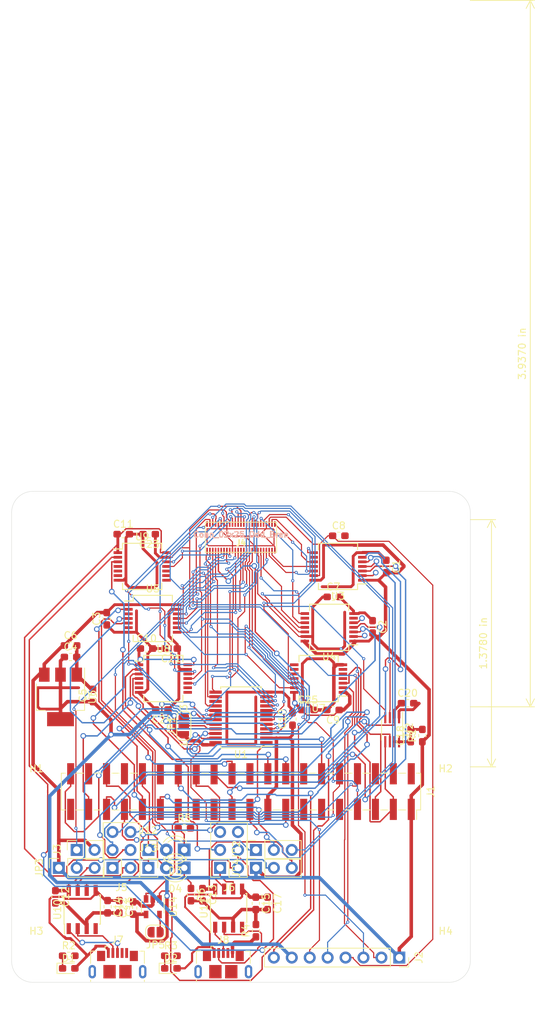
<source format=kicad_pcb>
(kicad_pcb (version 20171130) (host pcbnew "(5.1.0)-1")
  (layers (0 F.Cu signal) (31 B.Cu signal) (34 B.Paste user) (35 F.Paste user) (36 B.SilkS user) (37 F.SilkS user) (38 B.Mask user) (39 F.Mask user hide) (44 Edge.Cuts user))
  (net 0 "")
  (net 1 GND)
  (net 2 VCC)
  (net 3 /1v8)
  (net 4 /PPDUT_SPI1_VREF)
  (net 5 /PPDUT_SPI2_VREF)
  (net 6 "Net-(C25-Pad1)")
  (net 7 "Net-(C10-Pad1)")
  (net 8 "Net-(C11-Pad1)")
  (net 9 "Net-(C12-Pad1)")
  (net 10 "Net-(C13-Pad1)")
  (net 11 "Net-(C18-Pad1)")
  (net 12 "Net-(C20-Pad1)")
  (net 13 /PPDUT_JTAG_VREF)
  (net 14 /PPDUT_UART1_VREF)
  (net 15 "Net-(D1-Pad1)")
  (net 16 "Net-(D2-Pad1)")
  (net 17 "Net-(D3-Pad2)")
  (net 18 "Net-(D3-Pad1)")
  (net 19 "Net-(D4-Pad1)")
  (net 20 "Net-(D4-Pad2)")
  (net 21 "Net-(J1-Pad2)")
  (net 22 /SDA)
  (net 23 "Net-(J1-Pad4)")
  (net 24 /SCL)
  (net 25 /DUT_JTAG_TDI_BUF)
  (net 26 /DUT_RX1)
  (net 27 /DUT_TX1)
  (net 28 "Net-(J1-Pad11)")
  (net 29 /JTAG_WARM_RESET)
  (net 30 /JTAG_TMS)
  (net 31 /JTAG_TRST)
  (net 32 /JTAG_RTCK)
  (net 33 /TJAG_TDO)
  (net 34 "Net-(J1-Pad19)")
  (net 35 "Net-(J1-Pad21)")
  (net 36 /JTAG_TCK)
  (net 37 "Net-(J1-Pad23)")
  (net 38 "Net-(J1-Pad24)")
  (net 39 "Net-(J1-Pad26)")
  (net 40 "Net-(J1-Pad27)")
  (net 41 "Net-(J1-Pad28)")
  (net 42 /IntExtender)
  (net 43 /resetExtendet)
  (net 44 "Net-(J1-Pad35)")
  (net 45 "Net-(J1-Pad36)")
  (net 46 /JTAG_TDI)
  (net 47 "Net-(J1-Pad38)")
  (net 48 "Net-(J1-Pad40)")
  (net 49 /PPDUT_UART2_VREF)
  (net 50 /PP3300_R)
  (net 51 /DUT_SPI2_CLK_BUF)
  (net 52 /DUT_SPI2_CS_BUF)
  (net 53 /DUT_SPI2_DI_BUF)
  (net 54 /DUT_SPI2_DO)
  (net 55 /SPI_HOLD_L)
  (net 56 /DUT_SPI1_CLK_BUF)
  (net 57 /DUT_SPI1_CS_BUF)
  (net 58 /DUT_SPI1_DI_BUF)
  (net 59 /DUT_SPI1_DO)
  (net 60 /DUT_COLD_RESET_L)
  (net 61 /UART2_SERVO_DUT_TX)
  (net 62 /UART2_DUT_SERVO_TX)
  (net 63 /SD_DETECT_L)
  (net 64 /DUT_JTAG_TCK_BUF)
  (net 65 /DUT_PWR_BUTTON)
  (net 66 /DUT_JTAG_TMS_BUF)
  (net 67 /DUT_JTAG_TDO)
  (net 68 /DUT_JTAG_RTCK)
  (net 69 /DUT_JTAG_TRST_L)
  (net 70 /DUT_WARM_RESET_L)
  (net 71 /DUT_GOOG_REC_MODE_L)
  (net 72 /UART1_SERVO_DUT_TX)
  (net 73 /UART1_DUT_SERVO_TX)
  (net 74 /I2C_REMOTE_ADC_SDA)
  (net 75 /I2C_REMODE_ADC_SCL)
  (net 76 /HPD)
  (net 77 /DUT_MFG_MODE)
  (net 78 /FW_UP_L)
  (net 79 /DUT_DEV_MODE)
  (net 80 /DUT_LID_OPEN)
  (net 81 /PCH_DISABLE_L)
  (net 82 /KBD_COL1)
  (net 83 /KBD_COL2)
  (net 84 /KBD_ROW1)
  (net 85 /KBD_ROW2)
  (net 86 /KBD_ROW3)
  (net 87 "Net-(J5-Pad4)")
  (net 88 "Net-(J5-Pad3)")
  (net 89 "Net-(J5-Pad2)")
  (net 90 "Net-(J5-Pad1)")
  (net 91 "Net-(J6-Pad1)")
  (net 92 "Net-(J6-Pad2)")
  (net 93 "Net-(J6-Pad3)")
  (net 94 "Net-(J6-Pad4)")
  (net 95 /DUT_RX2)
  (net 96 /DUT_TX2)
  (net 97 "Net-(J7-Pad2)")
  (net 98 "Net-(J7-Pad4)")
  (net 99 "Net-(J7-Pad3)")
  (net 100 "Net-(J8-Pad3)")
  (net 101 "Net-(J8-Pad4)")
  (net 102 "Net-(J8-Pad5)")
  (net 103 "Net-(J8-Pad2)")
  (net 104 "Net-(JP1-Pad2)")
  (net 105 "Net-(JP2-Pad2)")
  (net 106 "Net-(JP5-Pad1)")
  (net 107 "Net-(U3-Pad6)")
  (net 108 "Net-(U3-Pad9)")
  (net 109 "Net-(U4-Pad9)")
  (net 110 "Net-(U4-Pad6)")
  (net 111 "Net-(U5-Pad9)")
  (net 112 "Net-(U5-Pad6)")
  (net 113 "Net-(U7-Pad4)")
  (net 114 "Net-(U7-Pad5)")
  (net 115 "Net-(U7-Pad6)")
  (net 116 "Net-(U7-Pad8)")
  (net 117 "Net-(U7-Pad9)")
  (net 118 "Net-(U7-Pad10)")
  (net 119 "Net-(U8-Pad5)")
  (net 120 "Net-(U8-Pad6)")
  (net 121 "Net-(U8-Pad8)")
  (net 122 "Net-(U8-Pad9)")
  (net 123 "Net-(U9-Pad10)")
  (net 124 "Net-(U9-Pad9)")
  (net 125 "Net-(U9-Pad8)")
  (net 126 "Net-(U9-Pad6)")
  (net 127 "Net-(U9-Pad5)")
  (net 128 "Net-(U9-Pad4)")
  (net 129 "Net-(U10-Pad4)")
  (net 130 "Net-(U11-Pad4)")
  (net 131 /VUSB2)
  (net 132 /VUSB1)
  (module MountingHole:MountingHole_2.7mm_M2.5_ISO14580 (layer F.Cu) (at 161.5 103.5)
    (fp_text reference H2 (at 0 -3.25) (layer F.SilkS))
    (fp_text value MountingHole)
    (pad 1 np_thru_hole circle (at 0 0) (size 2.7 2.7) (drill 2.7) (layers *.Cu *.Mask))
  )
  (module MountingHole:MountingHole_2.7mm_M2.5_ISO14580 (layer F.Cu) (at 103.5 103.5)
    (fp_text reference H1 (at 0 -3.25) (layer F.SilkS))
    (fp_text value MountingHole)
    (pad 1 np_thru_hole circle (at 0 0) (size 2.7 2.7) (drill 2.7) (layers *.Cu *.Mask))
  )
  (module Capacitor_SMD:C_0603_1608Metric_Pad1.05x0.95mm_HandSolder (layer F.Cu) (at 153.09 71.63 270)
    (fp_text reference C1 (at 0 -1.43 270) (layer F.SilkS))
    (fp_text value 10n)
    (pad 1 smd roundrect (at -0.875 0 270) (size 1.05 0.95) (layers F.Cu F.Paste F.Mask) (net 1 GND))
    (pad 2 smd roundrect (at 0.875 0 270) (size 1.05 0.95) (layers F.Cu F.Paste F.Mask) (net 2 VCC))
  )
  (module Capacitor_SMD:C_0603_1608Metric_Pad1.05x0.95mm_HandSolder (layer F.Cu) (at 151.15 80.18 270)
    (fp_text reference C2 (at 0 -1.43 270) (layer F.SilkS))
    (fp_text value 10n)
    (pad 2 smd roundrect (at 0.875 0 270) (size 1.05 0.95) (layers F.Cu F.Paste F.Mask) (net 2 VCC))
    (pad 1 smd roundrect (at -0.875 0 270) (size 1.05 0.95) (layers F.Cu F.Paste F.Mask) (net 1 GND))
  )
  (module Capacitor_SMD:C_0603_1608Metric_Pad1.05x0.95mm_HandSolder (layer F.Cu) (at 113.48 79.035 90)
    (fp_text reference C3 (at 0 -1.43 90) (layer F.SilkS))
    (fp_text value 10n)
    (pad 1 smd roundrect (at -0.875 0 90) (size 1.05 0.95) (layers F.Cu F.Paste F.Mask) (net 1 GND))
    (pad 2 smd roundrect (at 0.875 0 90) (size 1.05 0.95) (layers F.Cu F.Paste F.Mask) (net 2 VCC))
  )
  (module Capacitor_SMD:C_0603_1608Metric_Pad1.05x0.95mm_HandSolder (layer F.Cu) (at 108.35 84.45)
    (fp_text reference C4 (at 0 -1.43) (layer F.SilkS))
    (fp_text value 10n)
    (pad 2 smd roundrect (at 0.875 0) (size 1.05 0.95) (layers F.Cu F.Paste F.Mask) (net 1 GND))
    (pad 1 smd roundrect (at -0.875 0) (size 1.05 0.95) (layers F.Cu F.Paste F.Mask) (net 3 /1v8))
  )
  (module Capacitor_SMD:C_0603_1608Metric_Pad1.05x0.95mm_HandSolder (layer F.Cu) (at 111.525 89.9 90)
    (fp_text reference C5 (at 0 -1.43 90) (layer F.SilkS))
    (fp_text value 10u)
    (pad 1 smd roundrect (at -0.875 0 90) (size 1.05 0.95) (layers F.Cu F.Paste F.Mask) (net 3 /1v8))
    (pad 2 smd roundrect (at 0.875 0 90) (size 1.05 0.95) (layers F.Cu F.Paste F.Mask) (net 1 GND))
  )
  (module Capacitor_SMD:C_0603_1608Metric_Pad1.05x0.95mm_HandSolder (layer F.Cu) (at 108.35 82.825)
    (fp_text reference C6 (at 0 -1.43) (layer F.SilkS))
    (fp_text value 10u)
    (pad 2 smd roundrect (at 0.875 0) (size 1.05 0.95) (layers F.Cu F.Paste F.Mask) (net 1 GND))
    (pad 1 smd roundrect (at -0.875 0) (size 1.05 0.95) (layers F.Cu F.Paste F.Mask) (net 2 VCC))
  )
  (module Capacitor_SMD:C_0603_1608Metric_Pad1.05x0.95mm_HandSolder (layer F.Cu) (at 145.59 75.94)
    (fp_text reference C7 (at 0 -1.43) (layer F.SilkS))
    (fp_text value 10n)
    (pad 1 smd roundrect (at -0.875 0) (size 1.05 0.95) (layers F.Cu F.Paste F.Mask) (net 4 /PPDUT_SPI1_VREF))
    (pad 2 smd roundrect (at 0.875 0) (size 1.05 0.95) (layers F.Cu F.Paste F.Mask) (net 1 GND))
  )
  (module Capacitor_SMD:C_0603_1608Metric_Pad1.05x0.95mm_HandSolder (layer F.Cu) (at 146.36 67.29)
    (fp_text reference C8 (at 0 -1.43) (layer F.SilkS))
    (fp_text value 10n)
    (pad 1 smd roundrect (at -0.875 0) (size 1.05 0.95) (layers F.Cu F.Paste F.Mask) (net 5 /PPDUT_SPI2_VREF))
    (pad 2 smd roundrect (at 0.875 0) (size 1.05 0.95) (layers F.Cu F.Paste F.Mask) (net 1 GND))
  )
  (module Capacitor_SMD:C_0603_1608Metric_Pad1.05x0.95mm_HandSolder (layer F.Cu) (at 145.542 91.948 180)
    (fp_text reference C9 (at 0 -1.43 180) (layer F.SilkS))
    (fp_text value 10n)
    (pad 1 smd roundrect (at -0.875 0 180) (size 1.05 0.95) (layers F.Cu F.Paste F.Mask) (net 6 "Net-(C25-Pad1)"))
    (pad 2 smd roundrect (at 0.875 0 180) (size 1.05 0.95) (layers F.Cu F.Paste F.Mask) (net 1 GND))
  )
  (module Capacitor_SMD:C_0603_1608Metric_Pad1.05x0.95mm_HandSolder (layer F.Cu) (at 119.125 83.25)
    (fp_text reference C10 (at 0 -1.43) (layer F.SilkS))
    (fp_text value 10n)
    (pad 2 smd roundrect (at 0.875 0) (size 1.05 0.95) (layers F.Cu F.Paste F.Mask) (net 1 GND))
    (pad 1 smd roundrect (at -0.875 0) (size 1.05 0.95) (layers F.Cu F.Paste F.Mask) (net 7 "Net-(C10-Pad1)"))
  )
  (module Capacitor_SMD:C_0603_1608Metric_Pad1.05x0.95mm_HandSolder (layer F.Cu) (at 115.824 67.056)
    (fp_text reference C11 (at 0 -1.43) (layer F.SilkS))
    (fp_text value 10n)
    (pad 1 smd roundrect (at -0.875 0) (size 1.05 0.95) (layers F.Cu F.Paste F.Mask) (net 8 "Net-(C11-Pad1)"))
    (pad 2 smd roundrect (at 0.875 0) (size 1.05 0.95) (layers F.Cu F.Paste F.Mask) (net 1 GND))
  )
  (module Capacitor_SMD:C_0603_1608Metric_Pad1.05x0.95mm_HandSolder (layer F.Cu) (at 106.2 118.4 270)
    (fp_text reference C12 (at 0 -1.43 270) (layer F.SilkS))
    (fp_text value 10n)
    (pad 1 smd roundrect (at -0.875 0 270) (size 1.05 0.95) (layers F.Cu F.Paste F.Mask) (net 9 "Net-(C12-Pad1)"))
    (pad 2 smd roundrect (at 0.875 0 270) (size 1.05 0.95) (layers F.Cu F.Paste F.Mask) (net 1 GND))
  )
  (module Capacitor_SMD:C_0603_1608Metric_Pad1.05x0.95mm_HandSolder (layer F.Cu) (at 127.05 118.1 270)
    (fp_text reference C13 (at 0 -1.43 270) (layer F.SilkS))
    (fp_text value 10n)
    (pad 2 smd roundrect (at 0.875 0 270) (size 1.05 0.95) (layers F.Cu F.Paste F.Mask) (net 1 GND))
    (pad 1 smd roundrect (at -0.875 0 270) (size 1.05 0.95) (layers F.Cu F.Paste F.Mask) (net 10 "Net-(C13-Pad1)"))
  )
  (module Capacitor_SMD:C_0603_1608Metric_Pad1.05x0.95mm_HandSolder (layer F.Cu) (at 113.6 119.8 270)
    (fp_text reference C14 (at 0 -1.43 270) (layer F.SilkS))
    (fp_text value 10n)
    (pad 2 smd roundrect (at 0.875 0 270) (size 1.05 0.95) (layers F.Cu F.Paste F.Mask) (net 1 GND))
    (pad 1 smd roundrect (at -0.875 0 270) (size 1.05 0.95) (layers F.Cu F.Paste F.Mask) (net 132 /VUSB1))
  )
  (module Capacitor_SMD:C_0603_1608Metric_Pad1.05x0.95mm_HandSolder (layer F.Cu) (at 134.6 119.325 270)
    (fp_text reference C15 (at 0 -1.43 270) (layer F.SilkS))
    (fp_text value 10n)
    (pad 2 smd roundrect (at 0.875 0 270) (size 1.05 0.95) (layers F.Cu F.Paste F.Mask) (net 1 GND))
    (pad 1 smd roundrect (at -0.875 0 270) (size 1.05 0.95) (layers F.Cu F.Paste F.Mask) (net 131 /VUSB2))
  )
  (module Capacitor_SMD:C_0603_1608Metric_Pad1.05x0.95mm_HandSolder (layer F.Cu) (at 115.25 119.8 270)
    (fp_text reference C16 (at 0 -1.43 270) (layer F.SilkS))
    (fp_text value 10u)
    (pad 1 smd roundrect (at -0.875 0 270) (size 1.05 0.95) (layers F.Cu F.Paste F.Mask) (net 132 /VUSB1))
    (pad 2 smd roundrect (at 0.875 0 270) (size 1.05 0.95) (layers F.Cu F.Paste F.Mask) (net 1 GND))
  )
  (module Capacitor_SMD:C_0603_1608Metric_Pad1.05x0.95mm_HandSolder (layer F.Cu) (at 136.275 119.325 270)
    (fp_text reference C17 (at 0 -1.43 270) (layer F.SilkS))
    (fp_text value 10u)
    (pad 1 smd roundrect (at -0.875 0 270) (size 1.05 0.95) (layers F.Cu F.Paste F.Mask) (net 131 /VUSB2))
    (pad 2 smd roundrect (at 0.875 0 270) (size 1.05 0.95) (layers F.Cu F.Paste F.Mask) (net 1 GND))
  )
  (module Capacitor_SMD:C_0603_1608Metric_Pad1.05x0.95mm_HandSolder (layer F.Cu) (at 156.55 95.575 90)
    (fp_text reference C18 (at 0 -1.43 90) (layer F.SilkS))
    (fp_text value 200p)
    (pad 2 smd roundrect (at 0.875 0 90) (size 1.05 0.95) (layers F.Cu F.Paste F.Mask) (net 11 "Net-(C18-Pad1)"))
    (pad 1 smd roundrect (at -0.875 0 90) (size 1.05 0.95) (layers F.Cu F.Paste F.Mask) (net 11 "Net-(C18-Pad1)"))
  )
  (module Capacitor_SMD:C_0603_1608Metric_Pad1.05x0.95mm_HandSolder (layer F.Cu) (at 139.8 93.225 90)
    (fp_text reference C19 (at 0 -1.43 90) (layer F.SilkS))
    (fp_text value 10n)
    (pad 1 smd roundrect (at -0.875 0 90) (size 1.05 0.95) (layers F.Cu F.Paste F.Mask) (net 2 VCC))
    (pad 2 smd roundrect (at 0.875 0 90) (size 1.05 0.95) (layers F.Cu F.Paste F.Mask) (net 1 GND))
  )
  (module Capacitor_SMD:C_0603_1608Metric_Pad1.05x0.95mm_HandSolder (layer F.Cu) (at 156.11 90.99)
    (fp_text reference C20 (at 0 -1.43) (layer F.SilkS))
    (fp_text value 10n)
    (pad 2 smd roundrect (at 0.875 0) (size 1.05 0.95) (layers F.Cu F.Paste F.Mask) (net 1 GND))
    (pad 1 smd roundrect (at -0.875 0) (size 1.05 0.95) (layers F.Cu F.Paste F.Mask) (net 12 "Net-(C20-Pad1)"))
  )
  (module Capacitor_SMD:C_0603_1608Metric_Pad1.05x0.95mm_HandSolder (layer F.Cu) (at 122.6 83.25 180)
    (fp_text reference C21 (at 0 -1.43 180) (layer F.SilkS))
    (fp_text value 10n)
    (pad 1 smd roundrect (at -0.875 0 180) (size 1.05 0.95) (layers F.Cu F.Paste F.Mask) (net 13 /PPDUT_JTAG_VREF))
    (pad 2 smd roundrect (at 0.875 0 180) (size 1.05 0.95) (layers F.Cu F.Paste F.Mask) (net 1 GND))
  )
  (module Capacitor_SMD:C_0603_1608Metric_Pad1.05x0.95mm_HandSolder (layer F.Cu) (at 117.23 119.985 90)
    (fp_text reference C22 (at 0 -1.43 90) (layer F.SilkS))
    (fp_text value 10n)
    (pad 2 smd roundrect (at 0.875 0 90) (size 1.05 0.95) (layers F.Cu F.Paste F.Mask) (net 1 GND))
    (pad 1 smd roundrect (at -0.875 0 90) (size 1.05 0.95) (layers F.Cu F.Paste F.Mask) (net 2 VCC))
  )
  (module Capacitor_SMD:C_0603_1608Metric_Pad1.05x0.95mm_HandSolder (layer F.Cu) (at 119.493 67.056 180)
    (fp_text reference C23 (at 0 -1.43 180) (layer F.SilkS))
    (fp_text value 10n)
    (pad 2 smd roundrect (at 0.875 0 180) (size 1.05 0.95) (layers F.Cu F.Paste F.Mask) (net 1 GND))
    (pad 1 smd roundrect (at -0.875 0 180) (size 1.05 0.95) (layers F.Cu F.Paste F.Mask) (net 14 /PPDUT_UART1_VREF))
  )
  (module Capacitor_SMD:C_0603_1608Metric_Pad1.05x0.95mm_HandSolder (layer F.Cu) (at 121.29 91.9 180)
    (fp_text reference C24 (at 0 -1.43 180) (layer F.SilkS))
    (fp_text value 10n)
    (pad 1 smd roundrect (at -0.875 0 180) (size 1.05 0.95) (layers F.Cu F.Paste F.Mask) (net 13 /PPDUT_JTAG_VREF))
    (pad 2 smd roundrect (at 0.875 0 180) (size 1.05 0.95) (layers F.Cu F.Paste F.Mask) (net 1 GND))
  )
  (module Capacitor_SMD:C_0603_1608Metric_Pad1.05x0.95mm_HandSolder (layer F.Cu) (at 141.986 91.948)
    (fp_text reference C25 (at 0 -1.43) (layer F.SilkS))
    (fp_text value 10n)
    (pad 2 smd roundrect (at 0.875 0) (size 1.05 0.95) (layers F.Cu F.Paste F.Mask) (net 1 GND))
    (pad 1 smd roundrect (at -0.875 0) (size 1.05 0.95) (layers F.Cu F.Paste F.Mask) (net 6 "Net-(C25-Pad1)"))
  )
  (module LED_SMD:LED_0603_1608Metric_Pad1.05x0.95mm_HandSolder (layer F.Cu) (at 108.091 128.524)
    (fp_text reference D1 (at 0 -1.43) (layer F.SilkS))
    (fp_text value LED)
    (pad 2 smd roundrect (at 0.875 0) (size 1.05 0.95) (layers F.Cu F.Paste F.Mask) (net 132 /VUSB1))
    (pad 1 smd roundrect (at -0.875 0) (size 1.05 0.95) (layers F.Cu F.Paste F.Mask) (net 15 "Net-(D1-Pad1)"))
  )
  (module LED_SMD:LED_0603_1608Metric_Pad1.05x0.95mm_HandSolder (layer F.Cu) (at 122.569 128.524)
    (fp_text reference D2 (at 0 -1.43) (layer F.SilkS))
    (fp_text value LED)
    (pad 1 smd roundrect (at -0.875 0) (size 1.05 0.95) (layers F.Cu F.Paste F.Mask) (net 16 "Net-(D2-Pad1)"))
    (pad 2 smd roundrect (at 0.875 0) (size 1.05 0.95) (layers F.Cu F.Paste F.Mask) (net 131 /VUSB2))
  )
  (module LED_THT:LED_D3.0mm (layer F.Cu) (at 124.46 111.76 180)
    (fp_text reference D3 (at 1.27 -2.96 180) (layer F.SilkS))
    (fp_text value LED)
    (pad 2 thru_hole circle (at 2.54 0 180) (size 1.8 1.8) (drill 0.9) (layers *.Cu *.Mask) (net 17 "Net-(D3-Pad2)"))
    (pad 1 thru_hole rect (at 0 0 180) (size 1.8 1.8) (drill 0.9) (layers *.Cu *.Mask) (net 18 "Net-(D3-Pad1)"))
  )
  (module LED_THT:LED_D3.0mm (layer F.Cu) (at 124.46 114.3 180)
    (fp_text reference D4 (at 1.27 -2.96 180) (layer F.SilkS))
    (fp_text value LED)
    (pad 1 thru_hole rect (at 0 0 180) (size 1.8 1.8) (drill 0.9) (layers *.Cu *.Mask) (net 19 "Net-(D4-Pad1)"))
    (pad 2 thru_hole circle (at 2.54 0 180) (size 1.8 1.8) (drill 0.9) (layers *.Cu *.Mask) (net 20 "Net-(D4-Pad2)"))
  )
  (module Connector_PinSocket_2.54mm:PinSocket_2x20_P2.54mm_Vertical_SMD (layer F.Cu) (at 132.5 103.5 270)
    (fp_text reference J1 (at 0 -26.9 270) (layer F.SilkS))
    (fp_text value Raspberry_Pi_2_3)
    (pad 1 smd rect (at 2.52 -24.13 270) (size 3 1) (layers F.Cu F.Paste F.Mask) (net 2 VCC))
    (pad 2 smd rect (at -2.52 -24.13 270) (size 3 1) (layers F.Cu F.Paste F.Mask) (net 21 "Net-(J1-Pad2)"))
    (pad 3 smd rect (at 2.52 -21.59 270) (size 3 1) (layers F.Cu F.Paste F.Mask) (net 22 /SDA))
    (pad 4 smd rect (at -2.52 -21.59 270) (size 3 1) (layers F.Cu F.Paste F.Mask) (net 23 "Net-(J1-Pad4)"))
    (pad 5 smd rect (at 2.52 -19.05 270) (size 3 1) (layers F.Cu F.Paste F.Mask) (net 24 /SCL))
    (pad 6 smd rect (at -2.52 -19.05 270) (size 3 1) (layers F.Cu F.Paste F.Mask) (net 1 GND))
    (pad 7 smd rect (at 2.52 -16.51 270) (size 3 1) (layers F.Cu F.Paste F.Mask) (net 25 /DUT_JTAG_TDI_BUF))
    (pad 8 smd rect (at -2.52 -16.51 270) (size 3 1) (layers F.Cu F.Paste F.Mask) (net 26 /DUT_RX1))
    (pad 9 smd rect (at 2.52 -13.97 270) (size 3 1) (layers F.Cu F.Paste F.Mask) (net 1 GND))
    (pad 10 smd rect (at -2.52 -13.97 270) (size 3 1) (layers F.Cu F.Paste F.Mask) (net 27 /DUT_TX1))
    (pad 11 smd rect (at 2.52 -11.43 270) (size 3 1) (layers F.Cu F.Paste F.Mask) (net 28 "Net-(J1-Pad11)"))
    (pad 12 smd rect (at -2.52 -11.43 270) (size 3 1) (layers F.Cu F.Paste F.Mask) (net 29 /JTAG_WARM_RESET))
    (pad 13 smd rect (at 2.52 -8.89 270) (size 3 1) (layers F.Cu F.Paste F.Mask) (net 30 /JTAG_TMS))
    (pad 14 smd rect (at -2.52 -8.89 270) (size 3 1) (layers F.Cu F.Paste F.Mask) (net 1 GND))
    (pad 15 smd rect (at 2.52 -6.35 270) (size 3 1) (layers F.Cu F.Paste F.Mask) (net 31 /JTAG_TRST))
    (pad 16 smd rect (at -2.52 -6.35 270) (size 3 1) (layers F.Cu F.Paste F.Mask) (net 32 /JTAG_RTCK))
    (pad 17 smd rect (at 2.52 -3.81 270) (size 3 1) (layers F.Cu F.Paste F.Mask) (net 2 VCC))
    (pad 18 smd rect (at -2.52 -3.81 270) (size 3 1) (layers F.Cu F.Paste F.Mask) (net 33 /TJAG_TDO))
    (pad 19 smd rect (at 2.52 -1.27 270) (size 3 1) (layers F.Cu F.Paste F.Mask) (net 34 "Net-(J1-Pad19)"))
    (pad 20 smd rect (at -2.52 -1.27 270) (size 3 1) (layers F.Cu F.Paste F.Mask) (net 1 GND))
    (pad 21 smd rect (at 2.52 1.27 270) (size 3 1) (layers F.Cu F.Paste F.Mask) (net 35 "Net-(J1-Pad21)"))
    (pad 22 smd rect (at -2.52 1.27 270) (size 3 1) (layers F.Cu F.Paste F.Mask) (net 36 /JTAG_TCK))
    (pad 23 smd rect (at 2.52 3.81 270) (size 3 1) (layers F.Cu F.Paste F.Mask) (net 37 "Net-(J1-Pad23)"))
    (pad 24 smd rect (at -2.52 3.81 270) (size 3 1) (layers F.Cu F.Paste F.Mask) (net 38 "Net-(J1-Pad24)"))
    (pad 25 smd rect (at 2.52 6.35 270) (size 3 1) (layers F.Cu F.Paste F.Mask) (net 1 GND))
    (pad 26 smd rect (at -2.52 6.35 270) (size 3 1) (layers F.Cu F.Paste F.Mask) (net 39 "Net-(J1-Pad26)"))
    (pad 27 smd rect (at 2.52 8.89 270) (size 3 1) (layers F.Cu F.Paste F.Mask) (net 40 "Net-(J1-Pad27)"))
    (pad 28 smd rect (at -2.52 8.89 270) (size 3 1) (layers F.Cu F.Paste F.Mask) (net 41 "Net-(J1-Pad28)"))
    (pad 29 smd rect (at 2.52 11.43 270) (size 3 1) (layers F.Cu F.Paste F.Mask) (net 42 /IntExtender))
    (pad 30 smd rect (at -2.52 11.43 270) (size 3 1) (layers F.Cu F.Paste F.Mask) (net 1 GND))
    (pad 31 smd rect (at 2.52 13.97 270) (size 3 1) (layers F.Cu F.Paste F.Mask) (net 43 /resetExtendet))
    (pad 32 smd rect (at -2.52 13.97 270) (size 3 1) (layers F.Cu F.Paste F.Mask) (net 20 "Net-(D4-Pad2)"))
    (pad 33 smd rect (at 2.52 16.51 270) (size 3 1) (layers F.Cu F.Paste F.Mask) (net 17 "Net-(D3-Pad2)"))
    (pad 34 smd rect (at -2.52 16.51 270) (size 3 1) (layers F.Cu F.Paste F.Mask) (net 1 GND))
    (pad 35 smd rect (at 2.52 19.05 270) (size 3 1) (layers F.Cu F.Paste F.Mask) (net 44 "Net-(J1-Pad35)"))
    (pad 36 smd rect (at -2.52 19.05 270) (size 3 1) (layers F.Cu F.Paste F.Mask) (net 45 "Net-(J1-Pad36)"))
    (pad 37 smd rect (at 2.52 21.59 270) (size 3 1) (layers F.Cu F.Paste F.Mask) (net 46 /JTAG_TDI))
    (pad 38 smd rect (at -2.52 21.59 270) (size 3 1) (layers F.Cu F.Paste F.Mask) (net 47 "Net-(J1-Pad38)"))
    (pad 39 smd rect (at 2.52 24.13 270) (size 3 1) (layers F.Cu F.Paste F.Mask) (net 1 GND))
    (pad 40 smd rect (at -2.52 24.13 270) (size 3 1) (layers F.Cu F.Paste F.Mask) (net 48 "Net-(J1-Pad40)"))
  )
  (module Connector_PinSocket_2.54mm:PinSocket_1x08_P2.54mm_Vertical (layer F.Cu) (at 154.94 127 270)
    (fp_text reference J2 (at 0 -2.77 270) (layer F.SilkS))
    (fp_text value Conn_01x08_Female)
    (pad 1 thru_hole rect (at 0 0 270) (size 1.7 1.7) (drill 1) (layers *.Cu *.Mask) (net 2 VCC))
    (pad 2 thru_hole oval (at 0 2.54 270) (size 1.7 1.7) (drill 1) (layers *.Cu *.Mask) (net 14 /PPDUT_UART1_VREF))
    (pad 3 thru_hole oval (at 0 5.08 270) (size 1.7 1.7) (drill 1) (layers *.Cu *.Mask) (net 49 /PPDUT_UART2_VREF))
    (pad 4 thru_hole oval (at 0 7.62 270) (size 1.7 1.7) (drill 1) (layers *.Cu *.Mask) (net 5 /PPDUT_SPI2_VREF))
    (pad 5 thru_hole oval (at 0 10.16 270) (size 1.7 1.7) (drill 1) (layers *.Cu *.Mask) (net 4 /PPDUT_SPI1_VREF))
    (pad 6 thru_hole oval (at 0 12.7 270) (size 1.7 1.7) (drill 1) (layers *.Cu *.Mask) (net 13 /PPDUT_JTAG_VREF))
    (pad 7 thru_hole oval (at 0 15.24 270) (size 1.7 1.7) (drill 1) (layers *.Cu *.Mask) (net 3 /1v8))
    (pad 8 thru_hole oval (at 0 17.78 270) (size 1.7 1.7) (drill 1) (layers *.Cu *.Mask) (net 12 "Net-(C20-Pad1)"))
  )
  (module Connector_PinSocket_2.54mm:PinSocket_1x02_P2.54mm_Vertical (layer F.Cu) (at 109.22 111.76 90)
    (fp_text reference J3 (at 0 -2.77 90) (layer F.SilkS))
    (fp_text value Conn_01x02_Female)
    (pad 2 thru_hole oval (at 0 2.54 90) (size 1.7 1.7) (drill 1) (layers *.Cu *.Mask) (net 2 VCC))
    (pad 1 thru_hole rect (at 0 0 90) (size 1.7 1.7) (drill 1) (layers *.Cu *.Mask) (net 50 /PP3300_R))
  )
  (module Connector_PinSocket_2.54mm:PinSocket_2x03_P2.54mm_Vertical (layer F.Cu) (at 114.3 114.3 180)
    (fp_text reference J5 (at -1.27 -2.77 180) (layer F.SilkS))
    (fp_text value Conn_02x03_Odd_Even)
    (pad 6 thru_hole oval (at -2.54 5.08 180) (size 1.7 1.7) (drill 1) (layers *.Cu *.Mask) (net 27 /DUT_TX1))
    (pad 5 thru_hole oval (at 0 5.08 180) (size 1.7 1.7) (drill 1) (layers *.Cu *.Mask) (net 26 /DUT_RX1))
    (pad 4 thru_hole oval (at -2.54 2.54 180) (size 1.7 1.7) (drill 1) (layers *.Cu *.Mask) (net 87 "Net-(J5-Pad4)"))
    (pad 3 thru_hole oval (at 0 2.54 180) (size 1.7 1.7) (drill 1) (layers *.Cu *.Mask) (net 88 "Net-(J5-Pad3)"))
    (pad 2 thru_hole oval (at -2.54 0 180) (size 1.7 1.7) (drill 1) (layers *.Cu *.Mask) (net 89 "Net-(J5-Pad2)"))
    (pad 1 thru_hole rect (at 0 0 180) (size 1.7 1.7) (drill 1) (layers *.Cu *.Mask) (net 90 "Net-(J5-Pad1)"))
  )
  (module Connector_PinSocket_2.54mm:PinSocket_2x03_P2.54mm_Vertical (layer F.Cu) (at 129.54 114.3 180)
    (fp_text reference J6 (at -1.27 -2.77 180) (layer F.SilkS))
    (fp_text value Conn_02x03_Odd_Even)
    (pad 1 thru_hole rect (at 0 0 180) (size 1.7 1.7) (drill 1) (layers *.Cu *.Mask) (net 91 "Net-(J6-Pad1)"))
    (pad 2 thru_hole oval (at -2.54 0 180) (size 1.7 1.7) (drill 1) (layers *.Cu *.Mask) (net 92 "Net-(J6-Pad2)"))
    (pad 3 thru_hole oval (at 0 2.54 180) (size 1.7 1.7) (drill 1) (layers *.Cu *.Mask) (net 93 "Net-(J6-Pad3)"))
    (pad 4 thru_hole oval (at -2.54 2.54 180) (size 1.7 1.7) (drill 1) (layers *.Cu *.Mask) (net 94 "Net-(J6-Pad4)"))
    (pad 5 thru_hole oval (at 0 5.08 180) (size 1.7 1.7) (drill 1) (layers *.Cu *.Mask) (net 95 /DUT_RX2))
    (pad 6 thru_hole oval (at -2.54 5.08 180) (size 1.7 1.7) (drill 1) (layers *.Cu *.Mask) (net 96 /DUT_TX2))
  )
  (module Connector_USB:USB_Micro-B_GCT_USB3076-30-A (layer F.Cu) (at 115 127.8)
    (fp_text reference J7 (at 0 -3.3) (layer F.SilkS))
    (fp_text value USB_B_Micro)
    (pad 6 smd rect (at 1.125 1.2) (size 1.75 1.9) (layers F.Cu F.Paste F.Mask) (net 1 GND))
    (pad 2 smd rect (at -0.65 -1.45) (size 0.4 1.4) (layers F.Cu F.Paste F.Mask) (net 97 "Net-(J7-Pad2)"))
    (pad 1 smd rect (at -1.3 -1.45) (size 0.4 1.4) (layers F.Cu F.Paste F.Mask) (net 132 /VUSB1))
    (pad 5 smd rect (at 1.3 -1.45) (size 0.4 1.4) (layers F.Cu F.Paste F.Mask) (net 1 GND))
    (pad 4 smd rect (at 0.65 -1.45) (size 0.4 1.4) (layers F.Cu F.Paste F.Mask) (net 98 "Net-(J7-Pad4)"))
    (pad 3 smd rect (at 0 -1.45) (size 0.4 1.4) (layers F.Cu F.Paste F.Mask) (net 99 "Net-(J7-Pad3)"))
    (pad 6 smd rect (at -1.125 1.2) (size 1.75 1.9) (layers F.Cu F.Paste F.Mask) (net 1 GND))
    (pad 6 thru_hole oval (at -3.575 1.2 180) (size 1.05 1.9) (drill oval 0.45 1.25) (layers *.Cu *.Mask) (net 1 GND))
    (pad 6 thru_hole oval (at 3.575 1.2) (size 1.05 1.9) (drill oval 0.45 1.25) (layers *.Cu *.Mask) (net 1 GND))
    (pad 6 smd rect (at 2.32 -1.03) (size 1.15 1.45) (layers F.Cu F.Paste F.Mask) (net 1 GND))
    (pad 6 smd rect (at -2.32 -1.03) (size 1.15 1.45) (layers F.Cu F.Paste F.Mask) (net 1 GND))
  )
  (module Connector_USB:USB_Micro-B_GCT_USB3076-30-A (layer F.Cu) (at 130 127.8)
    (fp_text reference J8 (at 0 -3.3) (layer F.SilkS))
    (fp_text value USB_B_Micro)
    (pad 6 smd rect (at -2.32 -1.03) (size 1.15 1.45) (layers F.Cu F.Paste F.Mask) (net 1 GND))
    (pad 6 smd rect (at 2.32 -1.03) (size 1.15 1.45) (layers F.Cu F.Paste F.Mask) (net 1 GND))
    (pad 6 thru_hole oval (at 3.575 1.2) (size 1.05 1.9) (drill oval 0.45 1.25) (layers *.Cu *.Mask) (net 1 GND))
    (pad 6 thru_hole oval (at -3.575 1.2 180) (size 1.05 1.9) (drill oval 0.45 1.25) (layers *.Cu *.Mask) (net 1 GND))
    (pad 6 smd rect (at -1.125 1.2) (size 1.75 1.9) (layers F.Cu F.Paste F.Mask) (net 1 GND))
    (pad 3 smd rect (at 0 -1.45) (size 0.4 1.4) (layers F.Cu F.Paste F.Mask) (net 100 "Net-(J8-Pad3)"))
    (pad 4 smd rect (at 0.65 -1.45) (size 0.4 1.4) (layers F.Cu F.Paste F.Mask) (net 101 "Net-(J8-Pad4)"))
    (pad 5 smd rect (at 1.3 -1.45) (size 0.4 1.4) (layers F.Cu F.Paste F.Mask) (net 102 "Net-(J8-Pad5)"))
    (pad 1 smd rect (at -1.3 -1.45) (size 0.4 1.4) (layers F.Cu F.Paste F.Mask) (net 131 /VUSB2))
    (pad 2 smd rect (at -0.65 -1.45) (size 0.4 1.4) (layers F.Cu F.Paste F.Mask) (net 103 "Net-(J8-Pad2)"))
    (pad 6 smd rect (at 1.125 1.2) (size 1.75 1.9) (layers F.Cu F.Paste F.Mask) (net 1 GND))
  )
  (module Connector_PinSocket_2.54mm:PinSocket_1x01_P2.54mm_Vertical (layer F.Cu) (at 119.38 111.76)
    (fp_text reference J12 (at 0 -2.77) (layer F.SilkS))
    (fp_text value Conn_01x01_Female)
    (pad 1 thru_hole rect (at 0 0) (size 1.7 1.7) (drill 1) (layers *.Cu *.Mask) (net 45 "Net-(J1-Pad36)"))
  )
  (module Connector_PinSocket_2.54mm:PinSocket_1x01_P2.54mm_Vertical (layer F.Cu) (at 119.38 114.3)
    (fp_text reference J13 (at 0 -2.77) (layer F.SilkS))
    (fp_text value Conn_01x01_Female)
    (pad 1 thru_hole rect (at 0 0) (size 1.7 1.7) (drill 1) (layers *.Cu *.Mask) (net 39 "Net-(J1-Pad26)"))
  )
  (module Connector_PinSocket_2.54mm:PinSocket_1x03_P2.54mm_Vertical (layer F.Cu) (at 134.62 111.76 90)
    (fp_text reference JP2 (at 0 -2.77 90) (layer F.SilkS))
    (fp_text value SolderJumper_3_Open)
    (pad 1 thru_hole rect (at 0 0 90) (size 1.7 1.7) (drill 1) (layers *.Cu *.Mask) (net 71 /DUT_GOOG_REC_MODE_L))
    (pad 2 thru_hole oval (at 0 2.54 90) (size 1.7 1.7) (drill 1) (layers *.Cu *.Mask) (net 105 "Net-(JP2-Pad2)"))
    (pad 3 thru_hole oval (at 0 5.08 90) (size 1.7 1.7) (drill 1) (layers *.Cu *.Mask) (net 82 /KBD_COL1))
  )
  (module Connector_PinSocket_2.54mm:PinSocket_1x03_P2.54mm_Vertical (layer F.Cu) (at 106.68 114.3 90)
    (fp_text reference JP3 (at 0 -2.77 90) (layer F.SilkS))
    (fp_text value SolderJumper_3_Open)
    (pad 3 thru_hole oval (at 0 5.08 90) (size 1.7 1.7) (drill 1) (layers *.Cu *.Mask) (net 9 "Net-(C12-Pad1)"))
    (pad 2 thru_hole oval (at 0 2.54 90) (size 1.7 1.7) (drill 1) (layers *.Cu *.Mask) (net 6 "Net-(C25-Pad1)"))
    (pad 1 thru_hole rect (at 0 0 90) (size 1.7 1.7) (drill 1) (layers *.Cu *.Mask) (net 2 VCC))
  )
  (module Connector_PinSocket_2.54mm:PinSocket_1x03_P2.54mm_Vertical (layer F.Cu) (at 134.62 114.3 90)
    (fp_text reference JP4 (at 0 -2.77 90) (layer F.SilkS))
    (fp_text value SolderJumper_3_Open)
    (pad 1 thru_hole rect (at 0 0 90) (size 1.7 1.7) (drill 1) (layers *.Cu *.Mask) (net 2 VCC))
    (pad 2 thru_hole oval (at 0 2.54 90) (size 1.7 1.7) (drill 1) (layers *.Cu *.Mask) (net 8 "Net-(C11-Pad1)"))
    (pad 3 thru_hole oval (at 0 5.08 90) (size 1.7 1.7) (drill 1) (layers *.Cu *.Mask) (net 10 "Net-(C13-Pad1)"))
  )
  (module Resistor_SMD:R_0603_1608Metric_Pad1.05x0.95mm_HandSolder (layer F.Cu) (at 158.2 95.575 90)
    (fp_text reference R1 (at 0 -1.43 90) (layer F.SilkS))
    (fp_text value 200k)
    (pad 2 smd roundrect (at 0.875 0 90) (size 1.05 0.95) (layers F.Cu F.Paste F.Mask) (net 11 "Net-(C18-Pad1)"))
    (pad 1 smd roundrect (at -0.875 0 90) (size 1.05 0.95) (layers F.Cu F.Paste F.Mask) (net 2 VCC))
  )
  (module Resistor_SMD:R_0603_1608Metric_Pad1.05x0.95mm_HandSolder (layer F.Cu) (at 108.091 126.746)
    (fp_text reference R2 (at 0 -1.43) (layer F.SilkS))
    (fp_text value 1k)
    (pad 2 smd roundrect (at 0.875 0) (size 1.05 0.95) (layers F.Cu F.Paste F.Mask) (net 1 GND))
    (pad 1 smd roundrect (at -0.875 0) (size 1.05 0.95) (layers F.Cu F.Paste F.Mask) (net 15 "Net-(D1-Pad1)"))
  )
  (module Resistor_SMD:R_0603_1608Metric_Pad1.05x0.95mm_HandSolder (layer F.Cu) (at 122.569 126.746)
    (fp_text reference R3 (at 0 -1.43) (layer F.SilkS))
    (fp_text value 1k)
    (pad 1 smd roundrect (at -0.875 0) (size 1.05 0.95) (layers F.Cu F.Paste F.Mask) (net 16 "Net-(D2-Pad1)"))
    (pad 2 smd roundrect (at 0.875 0) (size 1.05 0.95) (layers F.Cu F.Paste F.Mask) (net 1 GND))
  )
  (module Resistor_SMD:R_0603_1608Metric_Pad1.05x0.95mm_HandSolder (layer F.Cu) (at 134.62 123.19 90)
    (fp_text reference R4 (at 0 -1.43 90) (layer F.SilkS))
    (fp_text value 0)
    (pad 1 smd roundrect (at -0.875 0 90) (size 1.05 0.95) (layers F.Cu F.Paste F.Mask) (net 102 "Net-(J8-Pad5)"))
    (pad 2 smd roundrect (at 0.875 0 90) (size 1.05 0.95) (layers F.Cu F.Paste F.Mask) (net 1 GND))
  )
  (module Resistor_SMD:R_0603_1608Metric_Pad1.05x0.95mm_HandSolder (layer F.Cu) (at 124.47 108.69)
    (fp_text reference R5 (at 0 -1.43) (layer F.SilkS))
    (fp_text value 1k)
    (pad 2 smd roundrect (at 0.875 0) (size 1.05 0.95) (layers F.Cu F.Paste F.Mask) (net 1 GND))
    (pad 1 smd roundrect (at -0.875 0) (size 1.05 0.95) (layers F.Cu F.Paste F.Mask) (net 18 "Net-(D3-Pad1)"))
  )
  (module Resistor_SMD:R_0603_1608Metric_Pad1.05x0.95mm_HandSolder (layer F.Cu) (at 125.41 118.085 270)
    (fp_text reference R6 (at 0 -1.43 270) (layer F.SilkS))
    (fp_text value 1k)
    (pad 1 smd roundrect (at -0.875 0 270) (size 1.05 0.95) (layers F.Cu F.Paste F.Mask) (net 19 "Net-(D4-Pad1)"))
    (pad 2 smd roundrect (at 0.875 0 270) (size 1.05 0.95) (layers F.Cu F.Paste F.Mask) (net 1 GND))
  )
  (module Package_SO:SSOP-24_5.3x8.2mm_P0.65mm (layer F.Cu) (at 132.5 93 180)
    (fp_text reference U1 (at 0 -5.25 180) (layer F.SilkS))
    (fp_text value TCA6416A)
    (pad 1 smd rect (at -3.6 -3.575 180) (size 1.75 0.45) (layers F.Cu F.Paste F.Mask) (net 42 /IntExtender))
    (pad 2 smd rect (at -3.6 -2.925 180) (size 1.75 0.45) (layers F.Cu F.Paste F.Mask) (net 2 VCC))
    (pad 3 smd rect (at -3.6 -2.275 180) (size 1.75 0.45) (layers F.Cu F.Paste F.Mask) (net 43 /resetExtendet))
    (pad 4 smd rect (at -3.6 -1.625 180) (size 1.75 0.45) (layers F.Cu F.Paste F.Mask) (net 84 /KBD_ROW1))
    (pad 5 smd rect (at -3.6 -0.975 180) (size 1.75 0.45) (layers F.Cu F.Paste F.Mask) (net 85 /KBD_ROW2))
    (pad 6 smd rect (at -3.6 -0.325 180) (size 1.75 0.45) (layers F.Cu F.Paste F.Mask) (net 81 /PCH_DISABLE_L))
    (pad 7 smd rect (at -3.6 0.325 180) (size 1.75 0.45) (layers F.Cu F.Paste F.Mask) (net 60 /DUT_COLD_RESET_L))
    (pad 8 smd rect (at -3.6 0.975 180) (size 1.75 0.45) (layers F.Cu F.Paste F.Mask) (net 70 /DUT_WARM_RESET_L))
    (pad 9 smd rect (at -3.6 1.625 180) (size 1.75 0.45) (layers F.Cu F.Paste F.Mask) (net 79 /DUT_DEV_MODE))
    (pad 10 smd rect (at -3.6 2.275 180) (size 1.75 0.45) (layers F.Cu F.Paste F.Mask) (net 86 /KBD_ROW3))
    (pad 11 smd rect (at -3.6 2.925 180) (size 1.75 0.45) (layers F.Cu F.Paste F.Mask) (net 63 /SD_DETECT_L))
    (pad 12 smd rect (at -3.6 3.575 180) (size 1.75 0.45) (layers F.Cu F.Paste F.Mask) (net 1 GND))
    (pad 13 smd rect (at 3.6 3.575 180) (size 1.75 0.45) (layers F.Cu F.Paste F.Mask) (net 55 /SPI_HOLD_L))
    (pad 14 smd rect (at 3.6 2.925 180) (size 1.75 0.45) (layers F.Cu F.Paste F.Mask) (net 83 /KBD_COL2))
    (pad 15 smd rect (at 3.6 2.275 180) (size 1.75 0.45) (layers F.Cu F.Paste F.Mask) (net 76 /HPD))
    (pad 16 smd rect (at 3.6 1.625 180) (size 1.75 0.45) (layers F.Cu F.Paste F.Mask) (net 77 /DUT_MFG_MODE))
    (pad 17 smd rect (at 3.6 0.975 180) (size 1.75 0.45) (layers F.Cu F.Paste F.Mask) (net 65 /DUT_PWR_BUTTON))
    (pad 18 smd rect (at 3.6 0.325 180) (size 1.75 0.45) (layers F.Cu F.Paste F.Mask) (net 80 /DUT_LID_OPEN))
    (pad 19 smd rect (at 3.6 -0.325 180) (size 1.75 0.45) (layers F.Cu F.Paste F.Mask) (net 105 "Net-(JP2-Pad2)"))
    (pad 20 smd rect (at 3.6 -0.975 180) (size 1.75 0.45) (layers F.Cu F.Paste F.Mask) (net 78 /FW_UP_L))
    (pad 21 smd rect (at 3.6 -1.625 180) (size 1.75 0.45) (layers F.Cu F.Paste F.Mask) (net 104 "Net-(JP1-Pad2)"))
    (pad 22 smd rect (at 3.6 -2.275 180) (size 1.75 0.45) (layers F.Cu F.Paste F.Mask) (net 24 /SCL))
    (pad 23 smd rect (at 3.6 -2.925 180) (size 1.75 0.45) (layers F.Cu F.Paste F.Mask) (net 22 /SDA))
    (pad 24 smd rect (at 3.6 -3.575 180) (size 1.75 0.45) (layers F.Cu F.Paste F.Mask) (net 3 /1v8))
  )
  (module Package_SO:SSOP-8_2.95x2.8mm_P0.65mm (layer F.Cu) (at 153.924 94.742 270)
    (fp_text reference U2 (at 0 -2.4 270) (layer F.SilkS))
    (fp_text value PCA9306)
    (pad 1 smd rect (at -1.7 -0.975 180) (size 0.3 1.6) (layers F.Cu F.Paste F.Mask) (net 1 GND))
    (pad 2 smd rect (at -1.7 -0.325 180) (size 0.3 1.6) (layers F.Cu F.Paste F.Mask) (net 12 "Net-(C20-Pad1)"))
    (pad 3 smd rect (at -1.7 0.325 180) (size 0.3 1.6) (layers F.Cu F.Paste F.Mask) (net 75 /I2C_REMODE_ADC_SCL))
    (pad 4 smd rect (at -1.7 0.975 180) (size 0.3 1.6) (layers F.Cu F.Paste F.Mask) (net 74 /I2C_REMOTE_ADC_SDA))
    (pad 5 smd rect (at 1.7 0.975 180) (size 0.3 1.6) (layers F.Cu F.Paste F.Mask) (net 22 /SDA))
    (pad 6 smd rect (at 1.7 0.325 180) (size 0.3 1.6) (layers F.Cu F.Paste F.Mask) (net 24 /SCL))
    (pad 7 smd rect (at 1.7 -0.325 180) (size 0.3 1.6) (layers F.Cu F.Paste F.Mask) (net 11 "Net-(C18-Pad1)"))
    (pad 8 smd rect (at 1.7 -0.975 180) (size 0.3 1.6) (layers F.Cu F.Paste F.Mask) (net 11 "Net-(C18-Pad1)"))
  )
  (module Package_SO:SSOP-14_5.3x6.2mm_P0.65mm (layer F.Cu) (at 146.25 71.628 180)
    (fp_text reference U3 (at 0 -4.2 180) (layer F.SilkS))
    (fp_text value NLSX5014G)
    (pad 1 smd rect (at -3.45 -1.95 180) (size 1.2 0.4) (layers F.Cu F.Paste F.Mask) (net 2 VCC))
    (pad 2 smd rect (at -3.45 -1.3 180) (size 1.2 0.4) (layers F.Cu F.Paste F.Mask) (net 37 "Net-(J1-Pad23)"))
    (pad 3 smd rect (at -3.45 -0.65 180) (size 1.2 0.4) (layers F.Cu F.Paste F.Mask) (net 38 "Net-(J1-Pad24)"))
    (pad 4 smd rect (at -3.45 0 180) (size 1.2 0.4) (layers F.Cu F.Paste F.Mask) (net 34 "Net-(J1-Pad19)"))
    (pad 5 smd rect (at -3.45 0.65 180) (size 1.2 0.4) (layers F.Cu F.Paste F.Mask) (net 35 "Net-(J1-Pad21)"))
    (pad 6 smd rect (at -3.45 1.3 180) (size 1.2 0.4) (layers F.Cu F.Paste F.Mask) (net 107 "Net-(U3-Pad6)"))
    (pad 7 smd rect (at -3.45 1.95 180) (size 1.2 0.4) (layers F.Cu F.Paste F.Mask) (net 1 GND))
    (pad 8 smd rect (at 3.45 1.95 180) (size 1.2 0.4) (layers F.Cu F.Paste F.Mask) (net 54 /DUT_SPI2_DO))
    (pad 9 smd rect (at 3.45 1.3 180) (size 1.2 0.4) (layers F.Cu F.Paste F.Mask) (net 108 "Net-(U3-Pad9)"))
    (pad 10 smd rect (at 3.45 0.65 180) (size 1.2 0.4) (layers F.Cu F.Paste F.Mask) (net 53 /DUT_SPI2_DI_BUF))
    (pad 11 smd rect (at 3.45 0 180) (size 1.2 0.4) (layers F.Cu F.Paste F.Mask) (net 52 /DUT_SPI2_CS_BUF))
    (pad 12 smd rect (at 3.45 -0.65 180) (size 1.2 0.4) (layers F.Cu F.Paste F.Mask) (net 51 /DUT_SPI2_CLK_BUF))
    (pad 13 smd rect (at 3.45 -1.3 180) (size 1.2 0.4) (layers F.Cu F.Paste F.Mask) (net 5 /PPDUT_SPI2_VREF))
    (pad 14 smd rect (at 3.45 -1.95 180) (size 1.2 0.4) (layers F.Cu F.Paste F.Mask) (net 2 VCC))
  )
  (module Package_SO:SSOP-14_5.3x6.2mm_P0.65mm (layer F.Cu) (at 145 80.25 180)
    (fp_text reference U4 (at 0 -4.2 180) (layer F.SilkS))
    (fp_text value NLSX5014G)
    (pad 14 smd rect (at 3.45 -1.95 180) (size 1.2 0.4) (layers F.Cu F.Paste F.Mask) (net 2 VCC))
    (pad 13 smd rect (at 3.45 -1.3 180) (size 1.2 0.4) (layers F.Cu F.Paste F.Mask) (net 4 /PPDUT_SPI1_VREF))
    (pad 12 smd rect (at 3.45 -0.65 180) (size 1.2 0.4) (layers F.Cu F.Paste F.Mask) (net 57 /DUT_SPI1_CS_BUF))
    (pad 11 smd rect (at 3.45 0 180) (size 1.2 0.4) (layers F.Cu F.Paste F.Mask) (net 56 /DUT_SPI1_CLK_BUF))
    (pad 10 smd rect (at 3.45 0.65 180) (size 1.2 0.4) (layers F.Cu F.Paste F.Mask) (net 59 /DUT_SPI1_DO))
    (pad 9 smd rect (at 3.45 1.3 180) (size 1.2 0.4) (layers F.Cu F.Paste F.Mask) (net 109 "Net-(U4-Pad9)"))
    (pad 8 smd rect (at 3.45 1.95 180) (size 1.2 0.4) (layers F.Cu F.Paste F.Mask) (net 58 /DUT_SPI1_DI_BUF))
    (pad 7 smd rect (at -3.45 1.95 180) (size 1.2 0.4) (layers F.Cu F.Paste F.Mask) (net 1 GND))
    (pad 6 smd rect (at -3.45 1.3 180) (size 1.2 0.4) (layers F.Cu F.Paste F.Mask) (net 110 "Net-(U4-Pad6)"))
    (pad 5 smd rect (at -3.45 0.65 180) (size 1.2 0.4) (layers F.Cu F.Paste F.Mask) (net 47 "Net-(J1-Pad38)"))
    (pad 4 smd rect (at -3.45 0 180) (size 1.2 0.4) (layers F.Cu F.Paste F.Mask) (net 44 "Net-(J1-Pad35)"))
    (pad 3 smd rect (at -3.45 -0.65 180) (size 1.2 0.4) (layers F.Cu F.Paste F.Mask) (net 48 "Net-(J1-Pad40)"))
    (pad 2 smd rect (at -3.45 -1.3 180) (size 1.2 0.4) (layers F.Cu F.Paste F.Mask) (net 28 "Net-(J1-Pad11)"))
    (pad 1 smd rect (at -3.45 -1.95 180) (size 1.2 0.4) (layers F.Cu F.Paste F.Mask) (net 2 VCC))
  )
  (module Package_SO:SSOP-14_5.3x6.2mm_P0.65mm (layer F.Cu) (at 120 78.994)
    (fp_text reference U5 (at 0 -4.2) (layer F.SilkS))
    (fp_text value NLSX5014G)
    (pad 14 smd rect (at 3.45 -1.95) (size 1.2 0.4) (layers F.Cu F.Paste F.Mask) (net 2 VCC))
    (pad 13 smd rect (at 3.45 -1.3) (size 1.2 0.4) (layers F.Cu F.Paste F.Mask) (net 13 /PPDUT_JTAG_VREF))
    (pad 12 smd rect (at 3.45 -0.65) (size 1.2 0.4) (layers F.Cu F.Paste F.Mask) (net 64 /DUT_JTAG_TCK_BUF))
    (pad 11 smd rect (at 3.45 0) (size 1.2 0.4) (layers F.Cu F.Paste F.Mask) (net 66 /DUT_JTAG_TMS_BUF))
    (pad 10 smd rect (at 3.45 0.65) (size 1.2 0.4) (layers F.Cu F.Paste F.Mask) (net 67 /DUT_JTAG_TDO))
    (pad 9 smd rect (at 3.45 1.3) (size 1.2 0.4) (layers F.Cu F.Paste F.Mask) (net 111 "Net-(U5-Pad9)"))
    (pad 8 smd rect (at 3.45 1.95) (size 1.2 0.4) (layers F.Cu F.Paste F.Mask) (net 69 /DUT_JTAG_TRST_L))
    (pad 7 smd rect (at -3.45 1.95) (size 1.2 0.4) (layers F.Cu F.Paste F.Mask) (net 1 GND))
    (pad 6 smd rect (at -3.45 1.3) (size 1.2 0.4) (layers F.Cu F.Paste F.Mask) (net 112 "Net-(U5-Pad6)"))
    (pad 5 smd rect (at -3.45 0.65) (size 1.2 0.4) (layers F.Cu F.Paste F.Mask) (net 31 /JTAG_TRST))
    (pad 4 smd rect (at -3.45 0) (size 1.2 0.4) (layers F.Cu F.Paste F.Mask) (net 33 /TJAG_TDO))
    (pad 3 smd rect (at -3.45 -0.65) (size 1.2 0.4) (layers F.Cu F.Paste F.Mask) (net 30 /JTAG_TMS))
    (pad 2 smd rect (at -3.45 -1.3) (size 1.2 0.4) (layers F.Cu F.Paste F.Mask) (net 36 /JTAG_TCK))
    (pad 1 smd rect (at -3.45 -1.95) (size 1.2 0.4) (layers F.Cu F.Paste F.Mask) (net 2 VCC))
  )
  (module Package_TO_SOT_SMD:SOT-223-3_TabPin2 (layer F.Cu) (at 106.925 90.1 270)
    (fp_text reference U6 (at 0 -4.5 270) (layer F.SilkS))
    (fp_text value NCP1117-1.8_SOT223)
    (pad 2 smd rect (at 3.15 0 270) (size 2 3.8) (layers F.Cu F.Paste F.Mask) (net 3 /1v8))
    (pad 2 smd rect (at -3.15 0 270) (size 2 1.5) (layers F.Cu F.Paste F.Mask) (net 3 /1v8))
    (pad 3 smd rect (at -3.15 2.3 270) (size 2 1.5) (layers F.Cu F.Paste F.Mask) (net 2 VCC))
    (pad 1 smd rect (at -3.15 -2.3 270) (size 2 1.5) (layers F.Cu F.Paste F.Mask) (net 1 GND))
  )
  (module Package_SO:SSOP-14_5.3x6.2mm_P0.65mm (layer F.Cu) (at 143.5 87.5 180)
    (fp_text reference U7 (at 0 -4.2 180) (layer F.SilkS))
    (fp_text value NLSX5014G)
    (pad 1 smd rect (at -3.45 -1.95 180) (size 1.2 0.4) (layers F.Cu F.Paste F.Mask) (net 6 "Net-(C25-Pad1)"))
    (pad 2 smd rect (at -3.45 -1.3 180) (size 1.2 0.4) (layers F.Cu F.Paste F.Mask) (net 87 "Net-(J5-Pad4)"))
    (pad 3 smd rect (at -3.45 -0.65 180) (size 1.2 0.4) (layers F.Cu F.Paste F.Mask) (net 88 "Net-(J5-Pad3)"))
    (pad 4 smd rect (at -3.45 0 180) (size 1.2 0.4) (layers F.Cu F.Paste F.Mask) (net 113 "Net-(U7-Pad4)"))
    (pad 5 smd rect (at -3.45 0.65 180) (size 1.2 0.4) (layers F.Cu F.Paste F.Mask) (net 114 "Net-(U7-Pad5)"))
    (pad 6 smd rect (at -3.45 1.3 180) (size 1.2 0.4) (layers F.Cu F.Paste F.Mask) (net 115 "Net-(U7-Pad6)"))
    (pad 7 smd rect (at -3.45 1.95 180) (size 1.2 0.4) (layers F.Cu F.Paste F.Mask) (net 1 GND))
    (pad 8 smd rect (at 3.45 1.95 180) (size 1.2 0.4) (layers F.Cu F.Paste F.Mask) (net 116 "Net-(U7-Pad8)"))
    (pad 9 smd rect (at 3.45 1.3 180) (size 1.2 0.4) (layers F.Cu F.Paste F.Mask) (net 117 "Net-(U7-Pad9)"))
    (pad 10 smd rect (at 3.45 0.65 180) (size 1.2 0.4) (layers F.Cu F.Paste F.Mask) (net 118 "Net-(U7-Pad10)"))
    (pad 11 smd rect (at 3.45 0 180) (size 1.2 0.4) (layers F.Cu F.Paste F.Mask) (net 61 /UART2_SERVO_DUT_TX))
    (pad 12 smd rect (at 3.45 -0.65 180) (size 1.2 0.4) (layers F.Cu F.Paste F.Mask) (net 62 /UART2_DUT_SERVO_TX))
    (pad 13 smd rect (at 3.45 -1.3 180) (size 1.2 0.4) (layers F.Cu F.Paste F.Mask) (net 49 /PPDUT_UART2_VREF))
    (pad 14 smd rect (at 3.45 -1.95 180) (size 1.2 0.4) (layers F.Cu F.Paste F.Mask) (net 6 "Net-(C25-Pad1)"))
  )
  (module Package_SO:SSOP-14_5.3x6.2mm_P0.65mm (layer F.Cu) (at 121.5 87.5)
    (fp_text reference U8 (at 0 -4.2) (layer F.SilkS))
    (fp_text value NLSX5014G)
    (pad 1 smd rect (at -3.45 -1.95) (size 1.2 0.4) (layers F.Cu F.Paste F.Mask) (net 7 "Net-(C10-Pad1)"))
    (pad 2 smd rect (at -3.45 -1.3) (size 1.2 0.4) (layers F.Cu F.Paste F.Mask) (net 32 /JTAG_RTCK))
    (pad 3 smd rect (at -3.45 -0.65) (size 1.2 0.4) (layers F.Cu F.Paste F.Mask) (net 46 /JTAG_TDI))
    (pad 4 smd rect (at -3.45 0) (size 1.2 0.4) (layers F.Cu F.Paste F.Mask) (net 29 /JTAG_WARM_RESET))
    (pad 5 smd rect (at -3.45 0.65) (size 1.2 0.4) (layers F.Cu F.Paste F.Mask) (net 119 "Net-(U8-Pad5)"))
    (pad 6 smd rect (at -3.45 1.3) (size 1.2 0.4) (layers F.Cu F.Paste F.Mask) (net 120 "Net-(U8-Pad6)"))
    (pad 7 smd rect (at -3.45 1.95) (size 1.2 0.4) (layers F.Cu F.Paste F.Mask) (net 1 GND))
    (pad 8 smd rect (at 3.45 1.95) (size 1.2 0.4) (layers F.Cu F.Paste F.Mask) (net 121 "Net-(U8-Pad8)"))
    (pad 9 smd rect (at 3.45 1.3) (size 1.2 0.4) (layers F.Cu F.Paste F.Mask) (net 122 "Net-(U8-Pad9)"))
    (pad 10 smd rect (at 3.45 0.65) (size 1.2 0.4) (layers F.Cu F.Paste F.Mask) (net 70 /DUT_WARM_RESET_L))
    (pad 11 smd rect (at 3.45 0) (size 1.2 0.4) (layers F.Cu F.Paste F.Mask) (net 25 /DUT_JTAG_TDI_BUF))
    (pad 12 smd rect (at 3.45 -0.65) (size 1.2 0.4) (layers F.Cu F.Paste F.Mask) (net 68 /DUT_JTAG_RTCK))
    (pad 13 smd rect (at 3.45 -1.3) (size 1.2 0.4) (layers F.Cu F.Paste F.Mask) (net 13 /PPDUT_JTAG_VREF))
    (pad 14 smd rect (at 3.45 -1.95) (size 1.2 0.4) (layers F.Cu F.Paste F.Mask) (net 7 "Net-(C10-Pad1)"))
  )
  (module Package_SO:SSOP-14_5.3x6.2mm_P0.65mm (layer F.Cu) (at 118.5 71.628)
    (fp_text reference U9 (at 0 -4.2) (layer F.SilkS))
    (fp_text value NLSX5014G)
    (pad 14 smd rect (at 3.45 -1.95) (size 1.2 0.4) (layers F.Cu F.Paste F.Mask) (net 8 "Net-(C11-Pad1)"))
    (pad 13 smd rect (at 3.45 -1.3) (size 1.2 0.4) (layers F.Cu F.Paste F.Mask) (net 14 /PPDUT_UART1_VREF))
    (pad 12 smd rect (at 3.45 -0.65) (size 1.2 0.4) (layers F.Cu F.Paste F.Mask) (net 73 /UART1_DUT_SERVO_TX))
    (pad 11 smd rect (at 3.45 0) (size 1.2 0.4) (layers F.Cu F.Paste F.Mask) (net 72 /UART1_SERVO_DUT_TX))
    (pad 10 smd rect (at 3.45 0.65) (size 1.2 0.4) (layers F.Cu F.Paste F.Mask) (net 123 "Net-(U9-Pad10)"))
    (pad 9 smd rect (at 3.45 1.3) (size 1.2 0.4) (layers F.Cu F.Paste F.Mask) (net 124 "Net-(U9-Pad9)"))
    (pad 8 smd rect (at 3.45 1.95) (size 1.2 0.4) (layers F.Cu F.Paste F.Mask) (net 125 "Net-(U9-Pad8)"))
    (pad 7 smd rect (at -3.45 1.95) (size 1.2 0.4) (layers F.Cu F.Paste F.Mask) (net 1 GND))
    (pad 6 smd rect (at -3.45 1.3) (size 1.2 0.4) (layers F.Cu F.Paste F.Mask) (net 126 "Net-(U9-Pad6)"))
    (pad 5 smd rect (at -3.45 0.65) (size 1.2 0.4) (layers F.Cu F.Paste F.Mask) (net 127 "Net-(U9-Pad5)"))
    (pad 4 smd rect (at -3.45 0) (size 1.2 0.4) (layers F.Cu F.Paste F.Mask) (net 128 "Net-(U9-Pad4)"))
    (pad 3 smd rect (at -3.45 -0.65) (size 1.2 0.4) (layers F.Cu F.Paste F.Mask) (net 93 "Net-(J6-Pad3)"))
    (pad 2 smd rect (at -3.45 -1.3) (size 1.2 0.4) (layers F.Cu F.Paste F.Mask) (net 94 "Net-(J6-Pad4)"))
    (pad 1 smd rect (at -3.45 -1.95) (size 1.2 0.4) (layers F.Cu F.Paste F.Mask) (net 8 "Net-(C11-Pad1)"))
  )
  (module Package_SO:SOIC-8_3.9x4.9mm_P1.27mm (layer F.Cu) (at 110 120.2 90)
    (fp_text reference U10 (at 0 -3.5 90) (layer F.SilkS))
    (fp_text value CH330N)
    (pad 1 smd rect (at -2.7 -1.905 90) (size 1.55 0.6) (layers F.Cu F.Paste F.Mask) (net 99 "Net-(J7-Pad3)"))
    (pad 2 smd rect (at -2.7 -0.635 90) (size 1.55 0.6) (layers F.Cu F.Paste F.Mask) (net 97 "Net-(J7-Pad2)"))
    (pad 3 smd rect (at -2.7 0.635 90) (size 1.55 0.6) (layers F.Cu F.Paste F.Mask) (net 1 GND))
    (pad 4 smd rect (at -2.7 1.905 90) (size 1.55 0.6) (layers F.Cu F.Paste F.Mask) (net 129 "Net-(U10-Pad4)"))
    (pad 5 smd rect (at 2.7 1.905 90) (size 1.55 0.6) (layers F.Cu F.Paste F.Mask) (net 132 /VUSB1))
    (pad 6 smd rect (at 2.7 0.635 90) (size 1.55 0.6) (layers F.Cu F.Paste F.Mask) (net 90 "Net-(J5-Pad1)"))
    (pad 7 smd rect (at 2.7 -0.635 90) (size 1.55 0.6) (layers F.Cu F.Paste F.Mask) (net 89 "Net-(J5-Pad2)"))
    (pad 8 smd rect (at 2.7 -1.905 90) (size 1.55 0.6) (layers F.Cu F.Paste F.Mask) (net 9 "Net-(C12-Pad1)"))
  )
  (module Package_SO:SOIC-8_3.9x4.9mm_P1.27mm (layer F.Cu) (at 130.75 120 90)
    (fp_text reference U11 (at 0 -3.5 90) (layer F.SilkS))
    (fp_text value CH330N)
    (pad 8 smd rect (at 2.7 -1.905 90) (size 1.55 0.6) (layers F.Cu F.Paste F.Mask) (net 10 "Net-(C13-Pad1)"))
    (pad 7 smd rect (at 2.7 -0.635 90) (size 1.55 0.6) (layers F.Cu F.Paste F.Mask) (net 92 "Net-(J6-Pad2)"))
    (pad 6 smd rect (at 2.7 0.635 90) (size 1.55 0.6) (layers F.Cu F.Paste F.Mask) (net 91 "Net-(J6-Pad1)"))
    (pad 5 smd rect (at 2.7 1.905 90) (size 1.55 0.6) (layers F.Cu F.Paste F.Mask) (net 131 /VUSB2))
    (pad 4 smd rect (at -2.7 1.905 90) (size 1.55 0.6) (layers F.Cu F.Paste F.Mask) (net 130 "Net-(U11-Pad4)"))
    (pad 3 smd rect (at -2.7 0.635 90) (size 1.55 0.6) (layers F.Cu F.Paste F.Mask) (net 1 GND))
    (pad 2 smd rect (at -2.7 -0.635 90) (size 1.55 0.6) (layers F.Cu F.Paste F.Mask) (net 103 "Net-(J8-Pad2)"))
    (pad 1 smd rect (at -2.7 -1.905 90) (size 1.55 0.6) (layers F.Cu F.Paste F.Mask) (net 100 "Net-(J8-Pad3)"))
  )
  (module Package_TO_SOT_SMD:SOT-23-5 (layer F.Cu) (at 120 119.8 270)
    (fp_text reference U14 (at 0 -2.9 270) (layer F.SilkS))
    (fp_text value AT24CS32-STUM)
    (pad 1 smd rect (at -1.1 -0.95 270) (size 1.06 0.65) (layers F.Cu F.Paste F.Mask) (net 41 "Net-(J1-Pad28)"))
    (pad 2 smd rect (at -1.1 0 270) (size 1.06 0.65) (layers F.Cu F.Paste F.Mask) (net 1 GND))
    (pad 3 smd rect (at -1.1 0.95 270) (size 1.06 0.65) (layers F.Cu F.Paste F.Mask) (net 40 "Net-(J1-Pad27)"))
    (pad 4 smd rect (at 1.1 0.95 270) (size 1.06 0.65) (layers F.Cu F.Paste F.Mask) (net 2 VCC))
    (pad 5 smd rect (at 1.1 -0.95 270) (size 1.06 0.65) (layers F.Cu F.Paste F.Mask) (net 106 "Net-(JP5-Pad1)"))
  )
  (module MountingHole:MountingHole_2.7mm_M2.5_ISO14580 (layer F.Cu) (at 103.5 126.5)
    (fp_text reference H3 (at 0 -3.25) (layer F.SilkS))
    (fp_text value MountingHole)
    (pad 1 np_thru_hole circle (at 0 0) (size 2.7 2.7) (drill 2.7) (layers *.Cu *.Mask))
  )
  (module MountingHole:MountingHole_2.7mm_M2.5_ISO14580 (layer F.Cu) (at 161.5 126.5)
    (fp_text reference H4 (at 0 -3.25) (layer F.SilkS))
    (fp_text value MountingHole)
    (pad 1 np_thru_hole circle (at 0 0) (size 2.7 2.7) (drill 2.7) (layers *.Cu *.Mask))
  )
  (module ChromeOSServoAdapter:AXK850xxxWG (layer F.Cu) (at 132.5 67.5)
    (fp_text reference J4 (at 0 0.8) (layer F.SilkS) (effects (font (size 0.8 0.8) (thickness 0.2))))
    (fp_text value Conn_02x25_Odd_Even (at 0 -0.38) (layer B.SilkS) (effects (font (size 0.8 0.8) (thickness 0.2))))
    (pad 1 smd rect (at -4.8 1.88) (size 0.23 0.8) (layers F.Cu F.Paste F.Mask) (net 85 /KBD_ROW2))
    (pad 2 smd rect (at -4.8 -1.88 180) (size 0.23 0.8) (layers F.Cu F.Paste F.Mask) (net 86 /KBD_ROW3))
    (pad 3 smd rect (at -4.4 1.88) (size 0.23 0.8) (layers F.Cu F.Paste F.Mask) (net 83 /KBD_COL2))
    (pad 4 smd rect (at -4.4 -1.88 180) (size 0.23 0.8) (layers F.Cu F.Paste F.Mask) (net 84 /KBD_ROW1))
    (pad 5 smd rect (at -4 1.88) (size 0.23 0.8) (layers F.Cu F.Paste F.Mask) (net 81 /PCH_DISABLE_L))
    (pad 6 smd rect (at -4 -1.88 180) (size 0.23 0.8) (layers F.Cu F.Paste F.Mask) (net 82 /KBD_COL1))
    (pad 7 smd rect (at -3.6 1.88) (size 0.23 0.8) (layers F.Cu F.Paste F.Mask) (net 79 /DUT_DEV_MODE))
    (pad 8 smd rect (at -3.6 -1.88 180) (size 0.23 0.8) (layers F.Cu F.Paste F.Mask) (net 80 /DUT_LID_OPEN))
    (pad 9 smd rect (at -3.2 1.88) (size 0.23 0.8) (layers F.Cu F.Paste F.Mask) (net 78 /FW_UP_L))
    (pad 10 smd rect (at -3.2 -1.88 180) (size 0.23 0.8) (layers F.Cu F.Paste F.Mask) (net 1 GND))
    (pad 11 smd rect (at -2.8 1.88) (size 0.23 0.8) (layers F.Cu F.Paste F.Mask) (net 76 /HPD))
    (pad 12 smd rect (at -2.8 -1.88 180) (size 0.23 0.8) (layers F.Cu F.Paste F.Mask) (net 77 /DUT_MFG_MODE))
    (pad 13 smd rect (at -2.4 1.88) (size 0.23 0.8) (layers F.Cu F.Paste F.Mask) (net 74 /I2C_REMOTE_ADC_SDA))
    (pad 14 smd rect (at -2.4 -1.88 180) (size 0.23 0.8) (layers F.Cu F.Paste F.Mask) (net 75 /I2C_REMODE_ADC_SCL))
    (pad 15 smd rect (at -2 1.88) (size 0.23 0.8) (layers F.Cu F.Paste F.Mask) (net 50 /PP3300_R))
    (pad 16 smd rect (at -2 -1.88 180) (size 0.23 0.8) (layers F.Cu F.Paste F.Mask) (net 1 GND))
    (pad 17 smd rect (at -1.6 1.88) (size 0.23 0.8) (layers F.Cu F.Paste F.Mask) (net 73 /UART1_DUT_SERVO_TX))
    (pad 18 smd rect (at -1.6 -1.88 180) (size 0.23 0.8) (layers F.Cu F.Paste F.Mask) (net 14 /PPDUT_UART1_VREF))
    (pad 19 smd rect (at -1.2 1.88) (size 0.23 0.8) (layers F.Cu F.Paste F.Mask) (net 1 GND))
    (pad 20 smd rect (at -1.2 -1.88 180) (size 0.23 0.8) (layers F.Cu F.Paste F.Mask) (net 72 /UART1_SERVO_DUT_TX))
    (pad 21 smd rect (at -0.8 1.88) (size 0.23 0.8) (layers F.Cu F.Paste F.Mask) (net 13 /PPDUT_JTAG_VREF))
    (pad 22 smd rect (at -0.8 -1.88 180) (size 0.23 0.8) (layers F.Cu F.Paste F.Mask) (net 71 /DUT_GOOG_REC_MODE_L))
    (pad 23 smd rect (at -0.4 1.88) (size 0.23 0.8) (layers F.Cu F.Paste F.Mask) (net 69 /DUT_JTAG_TRST_L))
    (pad 24 smd rect (at -0.4 -1.88 180) (size 0.23 0.8) (layers F.Cu F.Paste F.Mask) (net 70 /DUT_WARM_RESET_L))
    (pad 25 smd rect (at 0 1.88) (size 0.23 0.8) (layers F.Cu F.Paste F.Mask) (net 67 /DUT_JTAG_TDO))
    (pad 26 smd rect (at 0 -1.88 180) (size 0.23 0.8) (layers F.Cu F.Paste F.Mask) (net 68 /DUT_JTAG_RTCK))
    (pad 27 smd rect (at 0.4 1.88) (size 0.23 0.8) (layers F.Cu F.Paste F.Mask) (net 66 /DUT_JTAG_TMS_BUF))
    (pad 28 smd rect (at 0.4 -1.88 180) (size 0.23 0.8) (layers F.Cu F.Paste F.Mask) (net 25 /DUT_JTAG_TDI_BUF))
    (pad 29 smd rect (at 0.8 1.88) (size 0.23 0.8) (layers F.Cu F.Paste F.Mask) (net 64 /DUT_JTAG_TCK_BUF))
    (pad 30 smd rect (at 0.8 -1.88 180) (size 0.23 0.8) (layers F.Cu F.Paste F.Mask) (net 65 /DUT_PWR_BUTTON))
    (pad 31 smd rect (at 1.2 1.88) (size 0.23 0.8) (layers F.Cu F.Paste F.Mask) (net 63 /SD_DETECT_L))
    (pad 32 smd rect (at 1.2 -1.88 180) (size 0.23 0.8) (layers F.Cu F.Paste F.Mask) (net 1 GND))
    (pad 33 smd rect (at 1.6 1.88) (size 0.23 0.8) (layers F.Cu F.Paste F.Mask) (net 62 /UART2_DUT_SERVO_TX))
    (pad 34 smd rect (at 1.6 -1.88 180) (size 0.23 0.8) (layers F.Cu F.Paste F.Mask) (net 49 /PPDUT_UART2_VREF))
    (pad 35 smd rect (at 2 1.88) (size 0.23 0.8) (layers F.Cu F.Paste F.Mask) (net 1 GND))
    (pad 36 smd rect (at 2 -1.88 180) (size 0.23 0.8) (layers F.Cu F.Paste F.Mask) (net 61 /UART2_SERVO_DUT_TX))
    (pad 37 smd rect (at 2.4 1.88) (size 0.23 0.8) (layers F.Cu F.Paste F.Mask) (net 4 /PPDUT_SPI1_VREF))
    (pad 38 smd rect (at 2.4 -1.88 180) (size 0.23 0.8) (layers F.Cu F.Paste F.Mask) (net 60 /DUT_COLD_RESET_L))
    (pad 39 smd rect (at 2.8 1.88) (size 0.23 0.8) (layers F.Cu F.Paste F.Mask) (net 58 /DUT_SPI1_DI_BUF))
    (pad 40 smd rect (at 2.8 -1.88 180) (size 0.23 0.8) (layers F.Cu F.Paste F.Mask) (net 59 /DUT_SPI1_DO))
    (pad 41 smd rect (at 3.2 1.88) (size 0.23 0.8) (layers F.Cu F.Paste F.Mask) (net 56 /DUT_SPI1_CLK_BUF))
    (pad 42 smd rect (at 3.2 -1.88 180) (size 0.23 0.8) (layers F.Cu F.Paste F.Mask) (net 57 /DUT_SPI1_CS_BUF))
    (pad 43 smd rect (at 3.6 1.88) (size 0.23 0.8) (layers F.Cu F.Paste F.Mask) (net 55 /SPI_HOLD_L))
    (pad 44 smd rect (at 3.6 -1.88 180) (size 0.23 0.8) (layers F.Cu F.Paste F.Mask) (net 1 GND))
    (pad 45 smd rect (at 4 1.88) (size 0.23 0.8) (layers F.Cu F.Paste F.Mask) (net 54 /DUT_SPI2_DO))
    (pad 46 smd rect (at 4 -1.88 180) (size 0.23 0.8) (layers F.Cu F.Paste F.Mask) (net 5 /PPDUT_SPI2_VREF))
    (pad 47 smd rect (at 4.4 1.88) (size 0.23 0.8) (layers F.Cu F.Paste F.Mask) (net 52 /DUT_SPI2_CS_BUF))
    (pad 48 smd rect (at 4.4 -1.88 180) (size 0.23 0.8) (layers F.Cu F.Paste F.Mask) (net 53 /DUT_SPI2_DI_BUF))
    (pad 49 smd rect (at 4.8 1.88) (size 0.23 0.8) (layers F.Cu F.Paste F.Mask) (net 1 GND))
    (pad 50 smd rect (at 4.8 -1.88 180) (size 0.23 0.8) (layers F.Cu F.Paste F.Mask) (net 51 /DUT_SPI2_CLK_BUF))
  )
  (module Jumper:SolderJumper-3_P1.3mm_Open_RoundedPad1.0x1.5mm_NumberLabels (layer F.Cu) (at 124.4 94.18 90)
    (fp_text reference JP1 (at 0 -1.8 90) (layer F.SilkS))
    (fp_text value SolderJumper_3_Open)
    (fp_text user 3 (at 2.6 0 90) (layer F.SilkS))
    (fp_text user 1 (at -2.6 0 90) (layer F.SilkS))
    (pad 1 smd custom (at -1.3 0 90) (size 1 0.5) (layers F.Cu F.Mask) (net 3 /1v8) (options (clearance outline) (anchor rect)) (primitives (gr_circle (center 0 0.25) (end 0.5 0.25) (width 0)) (gr_circle (center 0 -0.25) (end 0.5 -0.25) (width 0)) (gr_poly (pts (xy 0.55 -0.75) (xy 0 -0.75) (xy 0 0.75) (xy 0.55 0.75)) (width 0))))
    (pad 3 smd custom (at 1.3 0 90) (size 1 0.5) (layers F.Cu F.Mask) (net 1 GND) (options (clearance outline) (anchor rect)) (primitives (gr_circle (center 0 0.25) (end 0.5 0.25) (width 0)) (gr_circle (center 0 -0.25) (end 0.5 -0.25) (width 0)) (gr_poly (pts (xy -0.55 -0.75) (xy 0 -0.75) (xy 0 0.75) (xy -0.55 0.75)) (width 0))))
    (pad 2 smd rect (at 0 0 90) (size 1 1.5) (layers F.Cu F.Mask) (net 104 "Net-(JP1-Pad2)"))
  )
  (module Jumper:SolderJumper-2_P1.3mm_Open_RoundedPad1.0x1.5mm (layer F.Cu) (at 120.4 123.4 180)
    (fp_text reference JP5 (at 0 -1.8 180) (layer F.SilkS))
    (fp_text value SolderJumper_2_Open)
    (pad 1 smd custom (at -0.65 0 180) (size 1 0.5) (layers F.Cu F.Mask) (net 106 "Net-(JP5-Pad1)") (options (clearance outline) (anchor rect)) (primitives (gr_circle (center 0 0.25) (end 0.5 0.25) (width 0)) (gr_circle (center 0 -0.25) (end 0.5 -0.25) (width 0)) (gr_poly (pts (xy 0 -0.75) (xy 0.5 -0.75) (xy 0.5 0.75) (xy 0 0.75)) (width 0))))
    (pad 2 smd custom (at 0.65 0 180) (size 1 0.5) (layers F.Cu F.Mask) (net 1 GND) (options (clearance outline) (anchor rect)) (primitives (gr_circle (center 0 0.25) (end 0.5 0.25) (width 0)) (gr_circle (center 0 -0.25) (end 0.5 -0.25) (width 0)) (gr_poly (pts (xy 0 -0.75) (xy -0.5 -0.75) (xy -0.5 0.75) (xy 0 0.75)) (width 0))))
  )
  (gr_line (start 100 64) (end 100 127.5) (layer Edge.Cuts) (width 0.05))
  (gr_line (start 165 127.5) (end 165 64) (layer Edge.Cuts) (width 0.05))
  (dimension 35 (width 0.12) (layer F.SilkS) (gr_text "35.000 mm" (at 169.27 82.5 90) (layer F.SilkS) (effects (font (size 1 1) (thickness 0.15)))) (feature1 (pts (xy 165 65) (xy 168.586421 65))) (feature2 (pts (xy 165 100) (xy 168.586421 100))) (crossbar (pts (xy 168 100) (xy 168 65))) (arrow1a (pts (xy 168 65) (xy 168.586421 66.126504))) (arrow1b (pts (xy 168 65) (xy 167.413579 66.126504))) (arrow2a (pts (xy 168 100) (xy 168.586421 98.873496))) (arrow2b (pts (xy 168 100) (xy 167.413579 98.873496))))
  (dimension 100 (width 0.12) (layer F.SilkS) (gr_text "100.000 mm" (at 174.77 41.5 90) (layer F.SilkS) (effects (font (size 1 1) (thickness 0.15)))) (feature1 (pts (xy 165 -8.5) (xy 174.086421 -8.5))) (feature2 (pts (xy 165 91.5) (xy 174.086421 91.5))) (crossbar (pts (xy 173.5 91.5) (xy 173.5 -8.5))) (arrow1a (pts (xy 173.5 -8.5) (xy 174.086421 -7.373496))) (arrow1b (pts (xy 173.5 -8.5) (xy 172.913579 -7.373496))) (arrow2a (pts (xy 173.5 91.5) (xy 174.086421 90.373496))) (arrow2b (pts (xy 173.5 91.5) (xy 172.913579 90.373496))))
  (gr_line (start 103 130.5) (end 162 130.5) (layer Edge.Cuts) (width 0.05))
  (gr_arc (start 103 127.5) (end 100 127.5) (angle -90) (layer Edge.Cuts) (width 0.05))
  (gr_arc (start 162 127.5) (end 162 130.5) (angle -90) (layer Edge.Cuts) (width 0.05))
  (gr_arc (start 162 64) (end 165 64) (angle -90) (layer Edge.Cuts) (width 0.05))
  (gr_arc (start 103 64) (end 103 61) (angle -90) (layer Edge.Cuts) (width 0.05))
  (gr_line (start 103 61) (end 162 61) (layer Edge.Cuts) (width 0.05))
  (segment (start 134.43 68.7) (end 134.5 68.77) (width 0.15) (layer F.Cu) (net 1))
  (segment (start 131.3 68.7) (end 134.43 68.7) (width 0.15) (layer F.Cu) (net 1))
  (segment (start 116.2 73.226) (end 115.848 73.578) (width 0.4) (layer F.Cu) (net 1))
  (segment (start 115.848 73.578) (end 115.05 73.578) (width 0.4) (layer F.Cu) (net 1))
  (segment (start 116.699 67.056) (end 116.2 67.555) (width 0.4) (layer F.Cu) (net 1))
  (segment (start 116.2 67.555) (end 116.2 73.226) (width 0.4) (layer F.Cu) (net 1))
  (segment (start 131.385 121.425) (end 131.385 122.7) (width 0.5) (layer F.Cu) (net 1))
  (segment (start 134.6 120.2) (end 132.61 120.2) (width 0.5) (layer F.Cu) (net 1))
  (segment (start 132.61 120.2) (end 131.385 121.425) (width 0.5) (layer F.Cu) (net 1))
  (segment (start 120 83.25) (end 121.725 83.25) (width 0.4) (layer F.Cu) (net 1))
  (segment (start 117.694 80.944) (end 120 83.25) (width 0.4) (layer F.Cu) (net 1))
  (segment (start 116.55 80.944) (end 117.694 80.944) (width 0.4) (layer F.Cu) (net 1))
  (segment (start 145.66 85.952) (end 146.062 85.55) (width 0.5) (layer F.Cu) (net 1))
  (segment (start 146.062 85.55) (end 146.95 85.55) (width 0.5) (layer F.Cu) (net 1))
  (segment (start 144.667 91.948) (end 145.166 91.4489) (width 0.5) (layer F.Cu) (net 1))
  (segment (start 145.166 91.4489) (end 145.166 91.4139) (width 0.5) (layer F.Cu) (net 1))
  (segment (start 145.166 91.4139) (end 145.66 90.92) (width 0.5) (layer F.Cu) (net 1))
  (segment (start 145.66 90.92) (end 145.66 85.952) (width 0.5) (layer F.Cu) (net 1))
  (segment (start 149.7 69.678) (end 149.747 69.6312) (width 0.4) (layer F.Cu) (net 1))
  (segment (start 149.747 69.6312) (end 151.966 69.6312) (width 0.4) (layer F.Cu) (net 1))
  (segment (start 151.966 69.6312) (end 152.591 70.2559) (width 0.4) (layer F.Cu) (net 1))
  (segment (start 152.591 70.2559) (end 153.09 70.755) (width 0.4) (layer F.Cu) (net 1))
  (segment (start 148.45 78.3) (end 149.189 78.3) (width 0.4) (layer F.Cu) (net 1))
  (segment (start 149.189 78.3) (end 149.29 78.1987) (width 0.4) (layer F.Cu) (net 1))
  (segment (start 149.29 78.1987) (end 150.044 78.1987) (width 0.4) (layer F.Cu) (net 1))
  (segment (start 150.044 78.1987) (end 150.651 78.8059) (width 0.4) (layer F.Cu) (net 1))
  (segment (start 150.651 78.8059) (end 151.15 79.305) (width 0.4) (layer F.Cu) (net 1))
  (segment (start 129.3 65.62) (end 129.3 65.9) (width 0.15) (layer F.Cu) (net 1))
  (segment (start 131.3 68.7) (end 131.3 69.38) (width 0.15) (layer F.Cu) (net 1))
  (segment (start 130.5 66.295) (end 130.5 67.3) (width 0.15) (layer F.Cu) (net 1))
  (segment (start 130.5 67.3) (end 130.465 67.335) (width 0.15) (layer F.Cu) (net 1))
  (segment (start 134.5 68.77) (end 134.5 69.38) (width 0.15) (layer F.Cu) (net 1))
  (segment (start 130.465 67.335) (end 133.065 67.335) (width 0.15) (layer F.Cu) (net 1))
  (segment (start 136.035 66.295) (end 136.1 66.23) (width 0.15) (layer F.Cu) (net 1))
  (segment (start 136.1 66.23) (end 136.1 65.62) (width 0.15) (layer F.Cu) (net 1))
  (segment (start 133.7 66.295) (end 133.7 67.3) (width 0.15) (layer F.Cu) (net 1))
  (segment (start 133.7 67.3) (end 133.735 67.335) (width 0.15) (layer F.Cu) (net 1))
  (segment (start 134.605 68.705) (end 137.175 68.705) (width 0.15) (layer F.Cu) (net 1))
  (segment (start 137.175 68.705) (end 135.805 67.335) (width 0.15) (layer F.Cu) (net 1))
  (segment (start 135.805 67.335) (end 134.995 67.335) (width 0.15) (layer F.Cu) (net 1))
  (segment (start 137.3 69.38) (end 137.3 68.83) (width 0.15) (layer F.Cu) (net 1))
  (segment (start 137.3 68.83) (end 137.185 68.715) (width 0.15) (layer F.Cu) (net 1))
  (segment (start 137.185 68.715) (end 137.185 66.415) (width 0.15) (layer F.Cu) (net 1))
  (segment (start 137.185 66.415) (end 137.065 66.295) (width 0.15) (layer F.Cu) (net 1))
  (segment (start 137.065 66.295) (end 136.035 66.295) (width 0.15) (layer F.Cu) (net 1))
  (segment (start 142.861 91.948) (end 144.667 91.948) (width 0.5) (layer F.Cu) (net 1))
  (segment (start 154.899 93.042) (end 154.899 92.121) (width 0.4) (layer F.Cu) (net 1))
  (segment (start 154.899 92.121) (end 155.11 91.91) (width 0.4) (layer F.Cu) (net 1))
  (segment (start 155.11 91.91) (end 156.88 91.91) (width 0.4) (layer F.Cu) (net 1))
  (segment (start 156.88 91.91) (end 157.76 91.03) (width 0.4) (layer F.Cu) (net 1))
  (segment (start 157.76 91.03) (end 157.72 90.99) (width 0.4) (layer F.Cu) (net 1))
  (segment (start 157.72 90.99) (end 156.985 90.99) (width 0.4) (layer F.Cu) (net 1))
  (segment (start 148.45 78.3) (end 148.45 77.925) (width 0.4) (layer F.Cu) (net 1))
  (segment (start 148.45 77.925) (end 146.465 75.94) (width 0.4) (layer F.Cu) (net 1))
  (segment (start 118.05 89.45) (end 118.05 89.535) (width 0.4) (layer F.Cu) (net 1))
  (segment (start 118.05 89.535) (end 120.415 91.9) (width 0.4) (layer F.Cu) (net 1))
  (segment (start 113.48 79.91) (end 114.514 80.944) (width 0.4) (layer F.Cu) (net 1))
  (segment (start 114.514 80.944) (end 116.55 80.944) (width 0.4) (layer F.Cu) (net 1))
  (segment (start 116.699 67.056) (end 118.618 67.056) (width 0.4) (layer F.Cu) (net 1))
  (segment (start 106.2 119.275) (end 107.485 119.275) (width 0.5) (layer F.Cu) (net 1))
  (segment (start 107.485 119.275) (end 110.635 122.425) (width 0.5) (layer F.Cu) (net 1))
  (segment (start 110.635 122.425) (end 110.635 122.9) (width 0.5) (layer F.Cu) (net 1))
  (segment (start 115.25 120.675) (end 113.6 120.675) (width 0.5) (layer F.Cu) (net 1))
  (segment (start 109.225 86.95) (end 109.225 84.45) (width 0.5) (layer F.Cu) (net 1))
  (segment (start 109.225 82.825) (end 109.225 84.45) (width 0.5) (layer F.Cu) (net 1))
  (segment (start 111.525 89.025) (end 111.3 89.025) (width 0.5) (layer F.Cu) (net 1))
  (segment (start 111.3 89.025) (end 109.225 86.95) (width 0.5) (layer F.Cu) (net 1))
  (segment (start 136.275 120.2) (end 134.6 120.2) (width 0.5) (layer F.Cu) (net 1))
  (segment (start 134.6 120.2) (end 134.6 122.295) (width 0.5) (layer F.Cu) (net 1))
  (segment (start 134.6 122.295) (end 134.62 122.315) (width 0.5) (layer F.Cu) (net 1))
  (segment (start 118.05 89.45) (end 118.848 89.45) (width 0.4) (layer F.Cu) (net 1))
  (segment (start 118.848 89.45) (end 119.3 88.998) (width 0.4) (layer F.Cu) (net 1))
  (segment (start 119.3 88.998) (end 119.3 83.95) (width 0.4) (layer F.Cu) (net 1))
  (segment (start 119.3 83.95) (end 120 83.25) (width 0.4) (layer F.Cu) (net 1))
  (segment (start 149.7 69.678) (end 148.902 69.678) (width 0.4) (layer F.Cu) (net 1))
  (segment (start 148.902 69.678) (end 148.4 70.18) (width 0.4) (layer F.Cu) (net 1))
  (segment (start 148.4 70.18) (end 148.4 74.2) (width 0.4) (layer F.Cu) (net 1))
  (segment (start 148.4 74.2) (end 148.1 74.5) (width 0.4) (layer F.Cu) (net 1))
  (segment (start 148.1 74.5) (end 144 74.5) (width 0.4) (layer F.Cu) (net 1))
  (segment (start 145.66 85.952) (end 145.66 85.26) (width 0.4) (layer F.Cu) (net 1))
  (segment (start 145.66 85.26) (end 145.1 84.7) (width 0.4) (layer F.Cu) (net 1))
  (segment (start 145.1 84.7) (end 141.9 84.7) (width 0.4) (layer F.Cu) (net 1))
  (segment (start 141.9 84.7) (end 141.2 85.4) (width 0.4) (layer F.Cu) (net 1))
  (segment (start 141.2 85.4) (end 141.2 90.287) (width 0.4) (layer F.Cu) (net 1))
  (segment (start 141.2 90.287) (end 142.861 91.948) (width 0.4) (layer F.Cu) (net 1))
  (segment (start 131.385 121.425) (end 129.425 121.425) (width 0.4) (layer F.Cu) (net 1))
  (segment (start 129.425 121.425) (end 128 120) (width 0.4) (layer F.Cu) (net 1))
  (segment (start 128 120) (end 128 119.925) (width 0.4) (layer F.Cu) (net 1))
  (segment (start 128 119.925) (end 127.05 118.975) (width 0.4) (layer F.Cu) (net 1))
  (segment (start 127.05 118.975) (end 125.425 118.975) (width 0.4) (layer F.Cu) (net 1))
  (segment (start 125.425 118.975) (end 125.41 118.96) (width 0.4) (layer F.Cu) (net 1))
  (segment (start 136.1 89.425) (end 130.575 89.425) (width 0.4) (layer F.Cu) (net 1))
  (segment (start 130.575 89.425) (end 130.5 89.5) (width 0.4) (layer F.Cu) (net 1))
  (segment (start 130.5 89.5) (end 130.5 96.7) (width 0.4) (layer F.Cu) (net 1))
  (segment (start 130.5 96.7) (end 130.6 96.8) (width 0.4) (layer F.Cu) (net 1))
  (segment (start 130.6 96.8) (end 134.5 96.8) (width 0.4) (layer F.Cu) (net 1))
  (segment (start 134.5 96.8) (end 134.6 96.7) (width 0.4) (layer F.Cu) (net 1))
  (segment (start 134.6 96.7) (end 134.6 90.1) (width 0.4) (layer F.Cu) (net 1))
  (segment (start 117.694 80.944) (end 117.694 77.906) (width 0.4) (layer F.Cu) (net 1))
  (segment (start 116.2 73.226) (end 116.2 74.1) (width 0.4) (layer F.Cu) (net 1))
  (segment (start 116.2 74.1) (end 116.7 74.6) (width 0.4) (layer F.Cu) (net 1))
  (segment (start 116.7 74.6) (end 120.3 74.6) (width 0.4) (layer F.Cu) (net 1))
  (segment (start 120.3 74.6) (end 120.6 74.3) (width 0.4) (layer F.Cu) (net 1))
  (segment (start 120.6 74.3) (end 120.6 71.1) (width 0.4) (layer F.Cu) (net 1))
  (segment (start 120.6 71.1) (end 118.618 69.118) (width 0.4) (layer F.Cu) (net 1))
  (segment (start 118.618 69.118) (end 118.618 67.056) (width 0.4) (layer F.Cu) (net 1))
  (segment (start 139.8 92.35) (end 139.8 91.92) (width 0.4) (layer F.Cu) (net 1))
  (segment (start 139.8 91.92) (end 139.29 91.41) (width 0.4) (layer F.Cu) (net 1))
  (segment (start 139.29 91.41) (end 139.29 90.29) (width 0.4) (layer F.Cu) (net 1))
  (segment (start 139.29 90.29) (end 138.43 89.43) (width 0.4) (layer F.Cu) (net 1))
  (segment (start 138.43 89.43) (end 137.38 89.43) (width 0.4) (layer F.Cu) (net 1))
  (segment (start 137.38 89.43) (end 137.375 89.425) (width 0.4) (layer F.Cu) (net 1))
  (segment (start 137.375 89.425) (end 136.1 89.425) (width 0.4) (layer F.Cu) (net 1))
  (segment (start 117.23 119.11) (end 117.805 119.11) (width 0.5) (layer F.Cu) (net 1))
  (segment (start 117.805 119.11) (end 118.404 119.709) (width 0.5) (layer F.Cu) (net 1))
  (segment (start 118.404 119.709) (end 119.801 119.709) (width 0.5) (layer F.Cu) (net 1))
  (segment (start 119.801 119.709) (end 120 119.51) (width 0.5) (layer F.Cu) (net 1))
  (segment (start 120 119.51) (end 120 118.7) (width 0.5) (layer F.Cu) (net 1))
  (segment (start 113.6 120.675) (end 111.585 120.675) (width 0.5) (layer F.Cu) (net 1))
  (segment (start 111.585 120.675) (end 110.635 121.625) (width 0.5) (layer F.Cu) (net 1))
  (segment (start 110.635 121.625) (end 110.635 122.425) (width 0.5) (layer F.Cu) (net 1))
  (segment (start 110.635 122.425) (end 110.635 122.9) (width 0.5) (layer F.Cu) (net 1))
  (segment (start 134.5 68.77) (end 134.565 68.705) (width 0.15) (layer F.Cu) (net 1))
  (segment (start 134.565 68.705) (end 134.605 68.705) (width 0.15) (layer F.Cu) (net 1))
  (segment (start 133.065 67.335) (end 134.43 68.7) (width 0.15) (layer F.Cu) (net 1))
  (segment (start 134.43 68.7) (end 134.6 68.7) (width 0.15) (layer F.Cu) (net 1))
  (segment (start 134.6 68.7) (end 134.605 68.705) (width 0.15) (layer F.Cu) (net 1))
  (segment (start 133.7 65.62) (end 133.7 66.295) (width 0.15) (layer F.Cu) (net 1))
  (segment (start 134.995 67.335) (end 136.035 66.295) (width 0.15) (layer F.Cu) (net 1))
  (segment (start 136.035 66.295) (end 133.7 66.295) (width 0.15) (layer F.Cu) (net 1))
  (segment (start 129.425 66.295) (end 127.705 66.295) (width 0.15) (layer F.Cu) (net 1))
  (segment (start 127.705 66.295) (end 127.7 66.3) (width 0.15) (layer F.Cu) (net 1))
  (segment (start 127.7 66.3) (end 127.7 68.5) (width 0.15) (layer F.Cu) (net 1))
  (segment (start 127.7 68.5) (end 127.9 68.7) (width 0.15) (layer F.Cu) (net 1))
  (segment (start 127.9 68.7) (end 131.3 68.7) (width 0.15) (layer F.Cu) (net 1))
  (segment (start 130.5 65.62) (end 130.5 66.295) (width 0.15) (layer F.Cu) (net 1))
  (segment (start 133.7 66.295) (end 130.5 66.295) (width 0.15) (layer F.Cu) (net 1))
  (segment (start 130.5 66.295) (end 129.425 66.295) (width 0.15) (layer F.Cu) (net 1))
  (segment (start 133.065 67.335) (end 133.735 67.335) (width 0.15) (layer F.Cu) (net 1))
  (segment (start 133.735 67.335) (end 134.995 67.335) (width 0.15) (layer F.Cu) (net 1))
  (segment (start 129.425 66.295) (end 130.465 67.335) (width 0.15) (layer F.Cu) (net 1))
  (segment (start 130.465 67.335) (end 131.3 68.17) (width 0.15) (layer F.Cu) (net 1))
  (segment (start 131.3 68.17) (end 131.3 68.7) (width 0.15) (layer F.Cu) (net 1))
  (segment (start 129.3 65.62) (end 129.3 65.9) (width 0.15) (layer F.Cu) (net 1))
  (segment (start 129.3 65.9) (end 129.3 66.17) (width 0.15) (layer F.Cu) (net 1))
  (segment (start 129.3 66.17) (end 129.425 66.295) (width 0.15) (layer F.Cu) (net 1))
  (segment (start 122.008 115.69) (end 122.008 118.267) (width 0.5) (layer B.Cu) (net 2))
  (segment (start 106.68 114.3) (end 108.07 115.69) (width 0.5) (layer B.Cu) (net 2))
  (segment (start 108.07 115.69) (end 122.008 115.69) (width 0.5) (layer B.Cu) (net 2))
  (segment (start 151.6491 81.5541) (end 151.649 81.5541) (width 0.5) (layer F.Cu) (net 2))
  (segment (start 151.649 81.5541) (end 151.15 81.055) (width 0.5) (layer F.Cu) (net 2))
  (segment (start 152.017 73.578) (end 152.995 74.5557) (width 0.5) (layer F.Cu) (net 2))
  (segment (start 152.995 74.5557) (end 152.995 80.6393) (width 0.5) (layer F.Cu) (net 2))
  (segment (start 152.995 80.6393) (end 152.08 81.5541) (width 0.5) (layer F.Cu) (net 2))
  (segment (start 152.08 81.5541) (end 151.6491 81.5541) (width 0.5) (layer F.Cu) (net 2))
  (segment (start 151.6491 81.5541) (end 159.158 89.0632) (width 0.5) (layer F.Cu) (net 2))
  (segment (start 159.158 89.0632) (end 159.158 95.4918) (width 0.5) (layer F.Cu) (net 2))
  (segment (start 159.158 95.4918) (end 158.2 96.45) (width 0.5) (layer F.Cu) (net 2))
  (segment (start 151.15 81.055) (end 151.6491 81.5541) (width 0.5) (layer F.Cu) (net 2))
  (segment (start 148.616 82.2) (end 150.63 82.2) (width 0.4) (layer F.Cu) (net 2))
  (segment (start 150.63 82.2) (end 151.15 81.68) (width 0.4) (layer F.Cu) (net 2))
  (segment (start 151.15 81.68) (end 151.15 81.055) (width 0.4) (layer F.Cu) (net 2))
  (segment (start 148.45 82.2) (end 148.616 82.2) (width 0.4) (layer F.Cu) (net 2))
  (segment (start 153.09 72.505) (end 154.738 72.505) (width 0.5) (layer F.Cu) (net 2))
  (segment (start 154.738 72.505) (end 155.579 71.6644) (width 0.5) (layer F.Cu) (net 2))
  (segment (start 155.579 71.6644) (end 155.579 71.5356) (width 0.5) (layer F.Cu) (net 2))
  (segment (start 155.579 71.5356) (end 152.643 68.6) (width 0.5) (layer F.Cu) (net 2))
  (segment (start 152.643 68.6) (end 148.5 68.6) (width 0.5) (layer F.Cu) (net 2))
  (segment (start 116.55 77.044) (end 123.45 77.044) (width 0.4) (layer F.Cu) (net 2))
  (segment (start 136.1 95.925) (end 137.523 95.925) (width 0.4) (layer F.Cu) (net 2))
  (segment (start 116.55 77.044) (end 114.596 77.044) (width 0.4) (layer F.Cu) (net 2))
  (segment (start 114.596 77.044) (end 113.48 78.16) (width 0.4) (layer F.Cu) (net 2))
  (segment (start 142.8 73.578) (end 143.8 73.578) (width 0.4) (layer F.Cu) (net 2))
  (segment (start 143.8 73.578) (end 144.2 73.178) (width 0.4) (layer F.Cu) (net 2))
  (segment (start 144.2 73.178) (end 144.2 68.6) (width 0.4) (layer F.Cu) (net 2))
  (segment (start 144.2 68.6) (end 148.5 68.6) (width 0.4) (layer F.Cu) (net 2))
  (segment (start 104.625 86.95) (end 104.625 86.2) (width 0.5) (layer F.Cu) (net 2))
  (segment (start 104.625 86.2) (end 104.625 85.45) (width 0.5) (layer F.Cu) (net 2))
  (segment (start 104.625 85.45) (end 107.25 82.825) (width 0.5) (layer F.Cu) (net 2))
  (segment (start 107.25 82.825) (end 107.475 82.825) (width 0.5) (layer F.Cu) (net 2))
  (segment (start 104.625 86.2) (end 103.044 87.7806) (width 0.5) (layer F.Cu) (net 2))
  (segment (start 103.044 87.7806) (end 103.044 99.6456) (width 0.5) (layer F.Cu) (net 2))
  (segment (start 103.044 99.6456) (end 106.68 103.281) (width 0.5) (layer F.Cu) (net 2))
  (segment (start 106.68 103.281) (end 106.68 110.408) (width 0.5) (layer F.Cu) (net 2))
  (segment (start 106.68 110.408) (end 106.68 114.3) (width 0.5) (layer F.Cu) (net 2))
  (segment (start 134.62 114.3) (end 134.62 115.69) (width 0.5) (layer B.Cu) (net 2))
  (segment (start 154.94 127) (end 154.94 125.71) (width 0.5) (layer F.Cu) (net 2))
  (segment (start 154.94 125.71) (end 156.63 124.02) (width 0.5) (layer F.Cu) (net 2))
  (segment (start 156.63 124.02) (end 156.63 106.02) (width 0.5) (layer F.Cu) (net 2))
  (segment (start 156.63 106.02) (end 156.63 104.08) (width 0.5) (layer F.Cu) (net 2))
  (segment (start 156.63 104.08) (end 158.2 102.51) (width 0.5) (layer F.Cu) (net 2))
  (segment (start 158.2 102.51) (end 158.2 96.45) (width 0.5) (layer F.Cu) (net 2))
  (segment (start 148.616 82.2) (end 148.45 82.2) (width 0.4) (layer F.Cu) (net 2))
  (segment (start 117.23 120.86) (end 117.764 120.86) (width 0.5) (layer F.Cu) (net 2))
  (segment (start 117.764 120.86) (end 119.01 120.86) (width 0.5) (layer F.Cu) (net 2))
  (segment (start 119.01 120.86) (end 119.05 120.9) (width 0.5) (layer F.Cu) (net 2))
  (segment (start 117.764 120.86) (end 117.764 123.306) (width 0.5) (layer F.Cu) (net 2))
  (segment (start 117.764 123.306) (end 119.069 124.611) (width 0.5) (layer F.Cu) (net 2))
  (segment (start 119.069 124.611) (end 121.438 124.611) (width 0.5) (layer F.Cu) (net 2))
  (segment (start 121.438 124.611) (end 122.008 124.041) (width 0.5) (layer F.Cu) (net 2))
  (segment (start 122.008 124.041) (end 122.008 118.267) (width 0.5) (layer F.Cu) (net 2))
  (segment (start 136.31 106.02) (end 136.31 104.08) (width 0.5) (layer F.Cu) (net 2))
  (segment (start 136.31 104.08) (end 137.523 102.867) (width 0.5) (layer F.Cu) (net 2))
  (segment (start 137.523 102.867) (end 137.523 95.925) (width 0.5) (layer F.Cu) (net 2))
  (segment (start 122.008 115.69) (end 134.62 115.69) (width 0.5) (layer B.Cu) (net 2))
  (segment (start 134.62 115.69) (end 143.63 115.69) (width 0.5) (layer B.Cu) (net 2))
  (segment (start 143.63 115.69) (end 154.94 127) (width 0.5) (layer B.Cu) (net 2))
  (segment (start 113.48 78.16) (end 112.14 78.16) (width 0.5) (layer F.Cu) (net 2))
  (segment (start 112.14 78.16) (end 107.475 82.825) (width 0.5) (layer F.Cu) (net 2))
  (segment (start 106.68 110.408) (end 110.408 110.408) (width 0.5) (layer F.Cu) (net 2))
  (segment (start 110.408 110.408) (end 111.76 111.76) (width 0.5) (layer F.Cu) (net 2))
  (segment (start 137.523 95.925) (end 137.975 95.925) (width 0.4) (layer F.Cu) (net 2))
  (segment (start 137.975 95.925) (end 138 95.9) (width 0.4) (layer F.Cu) (net 2))
  (segment (start 138 95.9) (end 139.4 95.9) (width 0.4) (layer F.Cu) (net 2))
  (segment (start 139.4 95.9) (end 139.8 95.5) (width 0.4) (layer F.Cu) (net 2))
  (segment (start 139.8 95.5) (end 139.8 94.1) (width 0.4) (layer F.Cu) (net 2))
  (segment (start 139.4 95.9) (end 139.79 96.2904) (width 0.5) (layer F.Cu) (net 2))
  (segment (start 139.79 96.2904) (end 139.79 108.273) (width 0.5) (layer F.Cu) (net 2))
  (segment (start 139.79 108.273) (end 141.001 109.484) (width 0.5) (layer F.Cu) (net 2))
  (segment (start 141.001 109.484) (end 141.001 114.848) (width 0.5) (layer F.Cu) (net 2))
  (segment (start 141.001 114.848) (end 140.22 115.629) (width 0.5) (layer F.Cu) (net 2))
  (segment (start 140.22 115.629) (end 135.949 115.629) (width 0.5) (layer F.Cu) (net 2))
  (segment (start 135.949 115.629) (end 134.62 114.3) (width 0.5) (layer F.Cu) (net 2))
  (segment (start 148.616 82.2) (end 148.616 82.4285) (width 0.5) (layer F.Cu) (net 2))
  (segment (start 148.616 82.4285) (end 147.035 84.009) (width 0.5) (layer F.Cu) (net 2))
  (segment (start 147.035 84.009) (end 143.186 84.009) (width 0.5) (layer F.Cu) (net 2))
  (segment (start 143.186 84.009) (end 141.55 82.3725) (width 0.5) (layer F.Cu) (net 2))
  (segment (start 141.55 82.3725) (end 141.55 82.2) (width 0.5) (layer F.Cu) (net 2))
  (segment (start 149.7 73.578) (end 152.017 73.578) (width 0.4) (layer F.Cu) (net 2))
  (segment (start 152.017 73.578) (end 153.09 72.505) (width 0.4) (layer F.Cu) (net 2))
  (via (at 122.008 118.267) (size 0.8) (layers F.Cu B.Cu) (net 2))
  (segment (start 124.4 95.48) (end 123.751 95.48) (width 0.5) (layer F.Cu) (net 3))
  (segment (start 123.751 95.48) (end 123.043 94.7723) (width 0.5) (layer F.Cu) (net 3))
  (segment (start 123.043 94.7723) (end 123.043 92.776) (width 0.5) (layer F.Cu) (net 3))
  (segment (start 127.779 96.8778) (end 127.091 96.8778) (width 0.5) (layer F.Cu) (net 3))
  (segment (start 127.091 96.8778) (end 126.52 96.3065) (width 0.5) (layer F.Cu) (net 3))
  (segment (start 126.52 96.3065) (end 125.226 96.3065) (width 0.5) (layer F.Cu) (net 3))
  (segment (start 125.226 96.3065) (end 124.4 95.48) (width 0.5) (layer F.Cu) (net 3))
  (segment (start 106.925 91.75) (end 106.925 91.825) (width 0.5) (layer F.Cu) (net 3))
  (segment (start 111.525 90.775) (end 107.9 90.775) (width 0.5) (layer F.Cu) (net 3))
  (segment (start 107.9 90.775) (end 106.925 91.75) (width 0.5) (layer F.Cu) (net 3))
  (segment (start 107.475 84.45) (end 106.925 85) (width 0.5) (layer F.Cu) (net 3))
  (segment (start 106.925 85) (end 106.925 86.95) (width 0.5) (layer F.Cu) (net 3))
  (segment (start 106.925 86.95) (end 106.925 88.8) (width 0.5) (layer F.Cu) (net 3))
  (segment (start 106.925 91.825) (end 106.925 93.25) (width 0.5) (layer F.Cu) (net 3))
  (segment (start 106.925 91.825) (end 104.025 91.825) (width 0.4) (layer F.Cu) (net 3))
  (segment (start 104.025 91.825) (end 103.7 91.5) (width 0.4) (layer F.Cu) (net 3))
  (segment (start 103.7 91.5) (end 103.7 88.8) (width 0.4) (layer F.Cu) (net 3))
  (segment (start 103.7 88.8) (end 106.925 88.8) (width 0.4) (layer F.Cu) (net 3))
  (segment (start 106.925 88.8) (end 109.5 88.8) (width 0.4) (layer F.Cu) (net 3))
  (segment (start 106.925 91.825) (end 106.925 93.25) (width 0.5) (layer F.Cu) (net 3))
  (segment (start 106.925 88.8) (end 106.925 91.75) (width 0.5) (layer F.Cu) (net 3))
  (segment (start 106.925 91.75) (end 106.925 91.825) (width 0.5) (layer F.Cu) (net 3))
  (segment (start 139.7 127) (end 137.812 125.112) (width 0.5) (layer B.Cu) (net 3))
  (segment (start 137.812 125.112) (end 127.013 125.112) (width 0.5) (layer B.Cu) (net 3))
  (segment (start 127.013 125.112) (end 118.281 116.38) (width 0.5) (layer B.Cu) (net 3))
  (segment (start 118.281 116.38) (end 106.413 116.38) (width 0.5) (layer B.Cu) (net 3))
  (segment (start 106.413 116.38) (end 105.39 115.357) (width 0.5) (layer B.Cu) (net 3))
  (segment (start 105.39 115.357) (end 105.39 104.132) (width 0.5) (layer B.Cu) (net 3))
  (segment (start 105.39 104.132) (end 114.087 95.4349) (width 0.5) (layer B.Cu) (net 3))
  (segment (start 127.779 96.8778) (end 128.597 96.8778) (width 0.4498) (layer F.Cu) (net 3))
  (segment (start 128.597 96.8778) (end 128.9 96.575) (width 0.4498) (layer F.Cu) (net 3))
  (segment (start 114.087 95.4349) (end 114.087 93.3368) (width 0.5) (layer F.Cu) (net 3))
  (segment (start 114.087 93.3368) (end 111.525 90.775) (width 0.5) (layer F.Cu) (net 3))
  (segment (start 123.043 92.776) (end 122.814 92.776) (width 0.5) (layer B.Cu) (net 3))
  (segment (start 122.814 92.776) (end 122.364 92.326) (width 0.5) (layer B.Cu) (net 3))
  (segment (start 122.364 92.326) (end 119.783 92.326) (width 0.5) (layer B.Cu) (net 3))
  (segment (start 119.783 92.326) (end 116.674 95.4349) (width 0.5) (layer B.Cu) (net 3))
  (segment (start 116.674 95.4349) (end 114.087 95.4349) (width 0.5) (layer B.Cu) (net 3))
  (via (at 114.087 95.4349) (size 0.8) (layers F.Cu B.Cu) (net 3))
  (via (at 123.043 92.776) (size 0.8) (layers F.Cu B.Cu) (net 3))
  (segment (start 142.67 81.43) (end 142.55 81.55) (width 0.4) (layer F.Cu) (net 4))
  (segment (start 142.55 81.55) (end 141.55 81.55) (width 0.4) (layer F.Cu) (net 4))
  (segment (start 144.715 75.94) (end 144.09 75.94) (width 0.4) (layer F.Cu) (net 4))
  (segment (start 144.09 75.94) (end 142.67 77.36) (width 0.4) (layer F.Cu) (net 4))
  (segment (start 142.67 77.36) (end 142.67 81.43) (width 0.4) (layer F.Cu) (net 4))
  (segment (start 141.55 81.55) (end 140.71 81.55) (width 0.16) (layer F.Cu) (net 4))
  (segment (start 140.71 81.55) (end 136.221 77.061) (width 0.16) (layer F.Cu) (net 4))
  (segment (start 136.221 77.061) (end 136.221 76.6326) (width 0.16) (layer F.Cu) (net 4))
  (segment (start 136.221 76.6326) (end 135.948 76.36) (width 0.16) (layer F.Cu) (net 4))
  (segment (start 135.948 76.36) (end 135.734 76.36) (width 0.16) (layer F.Cu) (net 4))
  (segment (start 135.734 76.36) (end 134.869 75.4955) (width 0.16) (layer F.Cu) (net 4))
  (segment (start 134.869 75.4955) (end 134.869 71.9732) (width 0.16) (layer F.Cu) (net 4))
  (segment (start 134.869 71.9732) (end 135.025 71.818) (width 0.16) (layer F.Cu) (net 4))
  (segment (start 135.025 71.818) (end 135.025 70.2061) (width 0.16) (layer F.Cu) (net 4))
  (segment (start 135.025 70.2061) (end 134.9 70.0815) (width 0.16) (layer F.Cu) (net 4))
  (segment (start 134.9 70.0815) (end 134.9 69.38) (width 0.16) (layer F.Cu) (net 4))
  (segment (start 142.67 81.43) (end 142.67 82.57) (width 0.4) (layer F.Cu) (net 4))
  (segment (start 142.67 82.57) (end 143.4 83.3) (width 0.4) (layer F.Cu) (net 4))
  (segment (start 143.4 83.3) (end 146.684 83.3) (width 0.4) (layer F.Cu) (net 4))
  (segment (start 146.684 83.3) (end 146.8 83.3) (width 0.4) (layer F.Cu) (net 4))
  (segment (start 146.8 83.3) (end 147.2 82.9) (width 0.4) (layer F.Cu) (net 4))
  (segment (start 147.2 82.9) (end 147.2 78.1) (width 0.4) (layer F.Cu) (net 4))
  (segment (start 144.78 127) (end 144.78 124.833) (width 0.16) (layer B.Cu) (net 4))
  (segment (start 144.78 124.833) (end 147.64 121.973) (width 0.16) (layer B.Cu) (net 4))
  (segment (start 146.684 83.3) (end 148.993 85.6087) (width 0.16) (layer B.Cu) (net 4))
  (segment (start 148.993 85.6087) (end 148.993 86.4708) (width 0.16) (layer B.Cu) (net 4))
  (segment (start 148.993 86.4708) (end 149.143 86.6203) (width 0.16) (layer F.Cu) (net 4))
  (segment (start 149.143 86.6203) (end 149.143 92.4839) (width 0.16) (layer F.Cu) (net 4))
  (segment (start 149.143 92.4839) (end 148.607 93.02) (width 0.16) (layer F.Cu) (net 4))
  (segment (start 148.607 93.02) (end 148.607 94.2497) (width 0.16) (layer F.Cu) (net 4))
  (segment (start 148.607 94.2497) (end 147.64 95.2167) (width 0.16) (layer F.Cu) (net 4))
  (segment (start 147.64 95.2167) (end 147.64 121.973) (width 0.16) (layer F.Cu) (net 4))
  (via (at 146.684 83.3) (size 0.45) (drill 0.2) (layers F.Cu B.Cu) (net 4))
  (via (at 148.993 86.4708) (size 0.45) (drill 0.2) (layers F.Cu B.Cu) (net 4))
  (via (at 147.64 121.973) (size 0.45) (drill 0.2) (layers F.Cu B.Cu) (net 4))
  (segment (start 147.32 127) (end 148.41 127) (width 0.16) (layer F.Cu) (net 5))
  (segment (start 148.41 127) (end 148.41 127.136) (width 0.16) (layer F.Cu) (net 5))
  (segment (start 148.41 127.136) (end 149.394 128.12) (width 0.16) (layer F.Cu) (net 5))
  (segment (start 149.394 128.12) (end 155.974 128.12) (width 0.16) (layer F.Cu) (net 5))
  (segment (start 155.974 128.12) (end 159.679 124.416) (width 0.16) (layer F.Cu) (net 5))
  (segment (start 159.679 124.416) (end 159.679 74.2786) (width 0.16) (layer F.Cu) (net 5))
  (segment (start 159.679 74.2786) (end 153.468 68.068) (width 0.16) (layer F.Cu) (net 5))
  (segment (start 153.468 68.068) (end 146.263 68.068) (width 0.16) (layer F.Cu) (net 5))
  (segment (start 146.263 68.068) (end 145.485 67.29) (width 0.16) (layer F.Cu) (net 5))
  (segment (start 142.8 72.928) (end 143.64 72.928) (width 0.16) (layer F.Cu) (net 5))
  (segment (start 143.64 72.928) (end 143.64 68.481) (width 0.16) (layer F.Cu) (net 5))
  (segment (start 136.5 65.62) (end 136.5 64.8662) (width 0.16) (layer F.Cu) (net 5))
  (segment (start 136.5 64.8662) (end 136.713 64.6529) (width 0.16) (layer F.Cu) (net 5))
  (segment (start 136.713 64.6529) (end 138.912 64.6529) (width 0.16) (layer F.Cu) (net 5))
  (segment (start 138.912 64.6529) (end 142.741 68.481) (width 0.16) (layer F.Cu) (net 5))
  (segment (start 142.741 68.481) (end 143.64 68.481) (width 0.16) (layer F.Cu) (net 5))
  (segment (start 143.64 68.481) (end 144.831 67.29) (width 0.16) (layer F.Cu) (net 5))
  (segment (start 144.831 67.29) (end 145.485 67.29) (width 0.16) (layer F.Cu) (net 5))
  (segment (start 140.126 90.9634) (end 141.111 91.948) (width 0.4) (layer F.Cu) (net 6))
  (segment (start 140.05 89.45) (end 140.05 90.887) (width 0.4) (layer F.Cu) (net 6))
  (segment (start 140.05 90.887) (end 140.126 90.9634) (width 0.4) (layer F.Cu) (net 6))
  (segment (start 146.95 89.45) (end 147.35 89.45) (width 0.5) (layer F.Cu) (net 6))
  (segment (start 147.35 89.45) (end 147.92 90.02) (width 0.5) (layer F.Cu) (net 6))
  (segment (start 147.92 90.02) (end 147.92 90.83) (width 0.5) (layer F.Cu) (net 6))
  (segment (start 147.92 90.89) (end 147.92 90.83) (width 0.2) (layer F.Cu) (net 6))
  (segment (start 146.417 91.948) (end 147.042 91.948) (width 0.5) (layer F.Cu) (net 6))
  (segment (start 147.042 91.948) (end 147.92 91.07) (width 0.5) (layer F.Cu) (net 6))
  (segment (start 147.92 91.07) (end 147.92 90.89) (width 0.5) (layer F.Cu) (net 6))
  (segment (start 141.111 91.948) (end 141.854 92.6908) (width 0.2) (layer F.Cu) (net 6))
  (segment (start 141.854 92.6908) (end 145.674 92.6908) (width 0.2) (layer F.Cu) (net 6))
  (segment (start 145.674 92.6908) (end 146.417 91.948) (width 0.2) (layer F.Cu) (net 6))
  (segment (start 109.22 114.3) (end 109.22 113.19) (width 0.2) (layer B.Cu) (net 6))
  (segment (start 109.22 113.19) (end 109.914 113.19) (width 0.2) (layer B.Cu) (net 6))
  (segment (start 109.914 113.19) (end 110.33 112.773) (width 0.2) (layer B.Cu) (net 6))
  (segment (start 110.33 112.773) (end 110.33 102.296) (width 0.2) (layer B.Cu) (net 6))
  (segment (start 110.33 102.296) (end 112.078 100.548) (width 0.2) (layer B.Cu) (net 6))
  (segment (start 112.078 100.548) (end 112.325 100.548) (width 0.2) (layer B.Cu) (net 6))
  (segment (start 112.325 100.548) (end 120.007 92.8663) (width 0.2) (layer B.Cu) (net 6))
  (segment (start 120.007 92.8663) (end 122.141 92.8663) (width 0.2) (layer B.Cu) (net 6))
  (segment (start 122.141 92.8663) (end 122.741 93.4664) (width 0.2) (layer B.Cu) (net 6))
  (segment (start 122.741 93.4664) (end 128.33 93.4664) (width 0.2) (layer B.Cu) (net 6))
  (segment (start 128.33 93.4664) (end 128.897 92.9) (width 0.2) (layer B.Cu) (net 6))
  (segment (start 128.897 92.9) (end 138.844 92.9) (width 0.2) (layer B.Cu) (net 6))
  (segment (start 138.844 92.9) (end 140.126 91.6176) (width 0.2) (layer B.Cu) (net 6))
  (segment (start 140.126 91.6176) (end 140.126 90.9634) (width 0.2) (layer B.Cu) (net 6))
  (via (at 140.126 90.9634) (size 0.8) (layers F.Cu B.Cu) (net 6))
  (segment (start 118.05 85.55) (end 118.05 84.9811) (width 0.4) (layer F.Cu) (net 7))
  (segment (start 118.05 84.9811) (end 118.05 83.45) (width 0.4) (layer F.Cu) (net 7))
  (segment (start 118.05 83.45) (end 118.25 83.25) (width 0.4) (layer F.Cu) (net 7))
  (segment (start 124.95 85.55) (end 125.81 85.55) (width 0.2) (layer F.Cu) (net 7))
  (segment (start 125.81 85.55) (end 125.81 84.8169) (width 0.2) (layer F.Cu) (net 7))
  (segment (start 125.81 84.8169) (end 125.781 84.7872) (width 0.2) (layer B.Cu) (net 7))
  (segment (start 125.781 84.7872) (end 118.244 84.7872) (width 0.2) (layer B.Cu) (net 7))
  (segment (start 118.05 84.9811) (end 118.244 84.7872) (width 0.2) (layer F.Cu) (net 7))
  (via (at 125.81 84.8169) (size 0.8) (layers F.Cu B.Cu) (net 7))
  (via (at 118.244 84.7872) (size 0.8) (layers F.Cu B.Cu) (net 7))
  (segment (start 115.05 67.4439) (end 115.05 67.157) (width 0.4) (layer F.Cu) (net 8))
  (segment (start 115.05 67.157) (end 114.949 67.056) (width 0.4) (layer F.Cu) (net 8))
  (segment (start 115.05 67.4439) (end 116.201 66.2926) (width 0.2) (layer F.Cu) (net 8))
  (segment (start 116.201 66.2926) (end 120.887 66.2926) (width 0.2) (layer F.Cu) (net 8))
  (segment (start 120.887 66.2926) (end 121.197 66.6032) (width 0.2) (layer F.Cu) (net 8))
  (segment (start 121.197 66.6032) (end 121.197 69.1101) (width 0.2) (layer F.Cu) (net 8))
  (segment (start 121.197 69.1101) (end 121.09 69.2177) (width 0.2) (layer F.Cu) (net 8))
  (segment (start 121.09 69.2177) (end 121.09 69.678) (width 0.2) (layer F.Cu) (net 8))
  (segment (start 121.09 69.678) (end 121.95 69.678) (width 0.2) (layer F.Cu) (net 8))
  (segment (start 115.05 69.678) (end 115.05 68.5609) (width 0.4) (layer F.Cu) (net 8))
  (segment (start 115.05 68.5609) (end 115.05 67.4439) (width 0.4) (layer F.Cu) (net 8))
  (segment (start 137.16 114.3) (end 136.05 114.3) (width 0.2) (layer B.Cu) (net 8))
  (segment (start 136.05 114.3) (end 136.05 113.606) (width 0.2) (layer B.Cu) (net 8))
  (segment (start 136.05 113.606) (end 135.577 113.133) (width 0.2) (layer B.Cu) (net 8))
  (segment (start 135.577 113.133) (end 112.703 113.133) (width 0.2) (layer B.Cu) (net 8))
  (segment (start 112.703 113.133) (end 112.647 113.19) (width 0.2) (layer B.Cu) (net 8))
  (segment (start 115.05 68.5609) (end 114.97 68.5609) (width 0.2) (layer F.Cu) (net 8))
  (segment (start 114.97 68.5609) (end 101.839 81.6913) (width 0.2) (layer F.Cu) (net 8))
  (segment (start 101.839 81.6913) (end 101.839 111.586) (width 0.2) (layer F.Cu) (net 8))
  (segment (start 101.839 111.586) (end 105.702 115.448) (width 0.2) (layer F.Cu) (net 8))
  (segment (start 105.702 115.448) (end 107.658 115.448) (width 0.2) (layer F.Cu) (net 8))
  (segment (start 107.658 115.448) (end 107.838 115.269) (width 0.2) (layer F.Cu) (net 8))
  (segment (start 107.838 115.269) (end 107.838 114.099) (width 0.2) (layer F.Cu) (net 8))
  (segment (start 107.838 114.099) (end 108.747 113.19) (width 0.2) (layer F.Cu) (net 8))
  (segment (start 108.747 113.19) (end 112.647 113.19) (width 0.2) (layer F.Cu) (net 8))
  (via (at 112.647 113.19) (size 0.8) (layers F.Cu B.Cu) (net 8))
  (segment (start 106.2 117.525) (end 108.07 117.525) (width 0.5) (layer F.Cu) (net 9))
  (segment (start 108.07 117.525) (end 108.095 117.5) (width 0.5) (layer F.Cu) (net 9))
  (segment (start 111.76 114.3) (end 110.65 114.3) (width 0.2) (layer F.Cu) (net 9))
  (segment (start 110.65 114.3) (end 110.65 114.47) (width 0.2) (layer F.Cu) (net 9))
  (segment (start 110.65 114.47) (end 108.655 116.465) (width 0.2) (layer F.Cu) (net 9))
  (segment (start 108.655 116.465) (end 108.095 116.465) (width 0.2) (layer F.Cu) (net 9))
  (segment (start 108.095 116.465) (end 108.095 117.5) (width 0.2) (layer F.Cu) (net 9))
  (segment (start 128.845 117.3) (end 128.184 117.3) (width 0.5) (layer F.Cu) (net 10))
  (segment (start 128.184 117.3) (end 127.125 117.3) (width 0.5) (layer F.Cu) (net 10))
  (segment (start 127.125 117.3) (end 127.05 117.225) (width 0.5) (layer F.Cu) (net 10))
  (segment (start 128.184 117.3) (end 128.018 117.134) (width 0.2) (layer F.Cu) (net 10))
  (segment (start 128.018 117.134) (end 128.018 111.708) (width 0.2) (layer F.Cu) (net 10))
  (segment (start 128.018 111.708) (end 129.103 110.623) (width 0.2) (layer F.Cu) (net 10))
  (segment (start 129.103 110.623) (end 137.603 110.623) (width 0.2) (layer F.Cu) (net 10))
  (segment (start 137.603 110.623) (end 138.43 111.45) (width 0.2) (layer F.Cu) (net 10))
  (segment (start 138.43 111.45) (end 138.43 112.15) (width 0.2) (layer F.Cu) (net 10))
  (segment (start 138.43 112.15) (end 139.47 113.19) (width 0.2) (layer F.Cu) (net 10))
  (segment (start 139.47 113.19) (end 139.7 113.19) (width 0.2) (layer F.Cu) (net 10))
  (segment (start 139.7 113.19) (end 139.7 114.3) (width 0.2) (layer F.Cu) (net 10))
  (segment (start 154.899 96.442) (end 156.542 96.442) (width 0.2) (layer F.Cu) (net 11))
  (segment (start 154.249 96.442) (end 154.899 96.442) (width 0.2) (layer F.Cu) (net 11))
  (segment (start 156.542 96.442) (end 156.55 96.45) (width 0.4) (layer F.Cu) (net 11))
  (segment (start 156.55 96.45) (end 156.55 94.7) (width 0.4) (layer F.Cu) (net 11))
  (segment (start 156.55 94.7) (end 158.2 94.7) (width 0.4) (layer F.Cu) (net 11))
  (segment (start 154.249 96.442) (end 154.899 96.442) (width 0.4) (layer F.Cu) (net 11))
  (segment (start 154.899 96.442) (end 156.542 96.442) (width 0.4) (layer F.Cu) (net 11))
  (segment (start 154.249 93.042) (end 154.249 91.976) (width 0.4) (layer F.Cu) (net 12))
  (segment (start 154.249 91.976) (end 155.235 90.99) (width 0.4) (layer F.Cu) (net 12))
  (segment (start 137.16 127) (end 137.16 125.89) (width 0.2) (layer F.Cu) (net 12))
  (segment (start 137.16 125.89) (end 142.795 120.254) (width 0.2) (layer F.Cu) (net 12))
  (segment (start 142.795 120.254) (end 142.795 109.008) (width 0.2) (layer F.Cu) (net 12))
  (segment (start 142.795 109.008) (end 143.439 108.364) (width 0.2) (layer F.Cu) (net 12))
  (segment (start 143.439 108.364) (end 144.018 108.364) (width 0.2) (layer F.Cu) (net 12))
  (segment (start 144.018 108.364) (end 144.912 107.47) (width 0.2) (layer F.Cu) (net 12))
  (segment (start 144.912 107.47) (end 144.912 98.486) (width 0.2) (layer F.Cu) (net 12))
  (segment (start 154.249 93.042) (end 154.249 94.1023) (width 0.2) (layer F.Cu) (net 12))
  (segment (start 154.249 94.1023) (end 150.486 94.1023) (width 0.2) (layer F.Cu) (net 12))
  (segment (start 150.486 94.1023) (end 149.968 93.5835) (width 0.2) (layer F.Cu) (net 12))
  (segment (start 149.968 93.5835) (end 149.245 93.5835) (width 0.2) (layer B.Cu) (net 12))
  (segment (start 149.245 93.5835) (end 144.912 97.9157) (width 0.2) (layer B.Cu) (net 12))
  (segment (start 144.912 97.9157) (end 144.912 98.486) (width 0.2) (layer B.Cu) (net 12))
  (via (at 149.968 93.5835) (size 0.8) (layers F.Cu B.Cu) (net 12))
  (via (at 144.912 98.486) (size 0.8) (layers F.Cu B.Cu) (net 12))
  (segment (start 124.95 86.2) (end 123.95 86.2) (width 0.4) (layer F.Cu) (net 13))
  (segment (start 123.475 83.25) (end 123.7 83.475) (width 0.4) (layer F.Cu) (net 13))
  (segment (start 123.7 83.475) (end 123.7 85.95) (width 0.4) (layer F.Cu) (net 13))
  (segment (start 123.7 85.95) (end 123.95 86.2) (width 0.4) (layer F.Cu) (net 13))
  (segment (start 123.475 83.25) (end 123.475 82.675) (width 0.4) (layer F.Cu) (net 13))
  (segment (start 123.475 82.675) (end 122.3 81.5) (width 0.4) (layer F.Cu) (net 13))
  (segment (start 122.3 81.5) (end 122.3 78.046) (width 0.4) (layer F.Cu) (net 13))
  (segment (start 122.3 78.046) (end 122.652 77.694) (width 0.4) (layer F.Cu) (net 13))
  (segment (start 122.652 77.694) (end 123.45 77.694) (width 0.4) (layer F.Cu) (net 13))
  (segment (start 123.45 77.694) (end 124.29 77.694) (width 0.16) (layer F.Cu) (net 13))
  (segment (start 124.29 77.694) (end 124.32 77.664) (width 0.16) (layer F.Cu) (net 13))
  (segment (start 124.32 77.664) (end 124.32 74.496) (width 0.16) (layer F.Cu) (net 13))
  (segment (start 124.32 74.496) (end 124.178 74.3541) (width 0.16) (layer F.Cu) (net 13))
  (segment (start 123.95 86.2) (end 123.7 86.45) (width 0.4) (layer F.Cu) (net 13))
  (segment (start 123.7 86.45) (end 123.7 90.365) (width 0.4) (layer F.Cu) (net 13))
  (segment (start 123.7 90.365) (end 122.165 91.9) (width 0.4) (layer F.Cu) (net 13))
  (segment (start 142.24 127) (end 142.24 125.91) (width 0.16) (layer F.Cu) (net 13))
  (segment (start 142.24 125.91) (end 143.621 124.529) (width 0.16) (layer F.Cu) (net 13))
  (segment (start 143.621 124.529) (end 143.621 108.885) (width 0.16) (layer F.Cu) (net 13))
  (segment (start 127.577 107.585) (end 127.725 107.733) (width 0.16) (layer B.Cu) (net 13))
  (segment (start 127.725 107.733) (end 135.72 107.733) (width 0.16) (layer B.Cu) (net 13))
  (segment (start 135.72 107.733) (end 135.868 107.585) (width 0.16) (layer B.Cu) (net 13))
  (segment (start 135.868 107.585) (end 142.321 107.585) (width 0.16) (layer B.Cu) (net 13))
  (segment (start 142.321 107.585) (end 143.621 108.885) (width 0.16) (layer B.Cu) (net 13))
  (segment (start 131.7 69.38) (end 131.7 70.3465) (width 0.16) (layer F.Cu) (net 13))
  (segment (start 131.7 70.3465) (end 131.63 70.416) (width 0.16) (layer F.Cu) (net 13))
  (segment (start 131.63 70.416) (end 131.356 70.691) (width 0.16) (layer B.Cu) (net 13))
  (segment (start 131.356 70.691) (end 130.204 70.691) (width 0.16) (layer B.Cu) (net 13))
  (segment (start 130.204 70.691) (end 130.071 70.8236) (width 0.16) (layer B.Cu) (net 13))
  (segment (start 130.071 70.8236) (end 129.045 70.8236) (width 0.16) (layer B.Cu) (net 13))
  (segment (start 129.045 70.8236) (end 127.759 72.1093) (width 0.16) (layer B.Cu) (net 13))
  (segment (start 127.759 72.1093) (end 126.679 72.1093) (width 0.16) (layer B.Cu) (net 13))
  (segment (start 126.679 72.1093) (end 124.434 74.3541) (width 0.16) (layer B.Cu) (net 13))
  (segment (start 124.434 74.3541) (end 124.178 74.3541) (width 0.16) (layer B.Cu) (net 13))
  (segment (start 127.577 107.585) (end 127.577 105.077) (width 0.16) (layer F.Cu) (net 13))
  (segment (start 127.577 105.077) (end 125.41 102.91) (width 0.16) (layer F.Cu) (net 13))
  (segment (start 125.41 102.91) (end 125.41 99.0144) (width 0.16) (layer F.Cu) (net 13))
  (segment (start 125.41 99.0144) (end 126.679 97.7447) (width 0.16) (layer F.Cu) (net 13))
  (segment (start 126.679 97.7447) (end 126.679 97.2019) (width 0.16) (layer F.Cu) (net 13))
  (segment (start 126.679 97.2019) (end 126.304 96.8268) (width 0.16) (layer F.Cu) (net 13))
  (segment (start 126.304 96.8268) (end 124.348 96.8268) (width 0.16) (layer F.Cu) (net 13))
  (segment (start 124.348 96.8268) (end 122.508 94.986) (width 0.16) (layer F.Cu) (net 13))
  (segment (start 122.508 94.986) (end 122.508 93.2614) (width 0.16) (layer F.Cu) (net 13))
  (segment (start 122.508 93.2614) (end 122.165 92.9189) (width 0.16) (layer F.Cu) (net 13))
  (segment (start 122.165 92.9189) (end 122.165 91.9) (width 0.16) (layer F.Cu) (net 13))
  (via (at 124.178 74.3541) (size 0.45) (drill 0.2) (layers F.Cu B.Cu) (net 13))
  (via (at 131.63 70.416) (size 0.45) (drill 0.2) (layers F.Cu B.Cu) (net 13))
  (via (at 143.621 108.885) (size 0.45) (drill 0.2) (layers F.Cu B.Cu) (net 13))
  (via (at 127.577 107.585) (size 0.45) (drill 0.2) (layers F.Cu B.Cu) (net 13))
  (segment (start 125.237 68.9917) (end 125.237 77.5368) (width 0.16) (layer F.Cu) (net 14))
  (segment (start 125.237 77.5368) (end 125.256 77.5566) (width 0.16) (layer F.Cu) (net 14))
  (segment (start 125.237 68.9917) (end 125.237 66.3958) (width 0.16) (layer F.Cu) (net 14))
  (segment (start 125.237 66.3958) (end 127.997 63.635) (width 0.16) (layer F.Cu) (net 14))
  (segment (start 127.997 63.635) (end 130.123 63.635) (width 0.16) (layer F.Cu) (net 14))
  (segment (start 130.123 63.635) (end 130.435 63.9468) (width 0.16) (layer F.Cu) (net 14))
  (segment (start 130.435 63.9468) (end 130.435 64.7) (width 0.16) (layer F.Cu) (net 14))
  (segment (start 130.435 64.7) (end 130.9 65.165) (width 0.16) (layer F.Cu) (net 14))
  (segment (start 130.9 65.165) (end 130.9 65.62) (width 0.16) (layer F.Cu) (net 14))
  (segment (start 120.368 67.056) (end 120.368 69.746) (width 0.4) (layer F.Cu) (net 14))
  (segment (start 120.368 69.746) (end 120.95 70.328) (width 0.4) (layer F.Cu) (net 14))
  (segment (start 120.95 70.328) (end 121.95 70.328) (width 0.4) (layer F.Cu) (net 14))
  (segment (start 121.95 70.328) (end 122.79 70.328) (width 0.16) (layer F.Cu) (net 14))
  (segment (start 122.79 70.328) (end 122.79 70.1484) (width 0.16) (layer F.Cu) (net 14))
  (segment (start 122.79 70.1484) (end 123.947 68.9917) (width 0.16) (layer F.Cu) (net 14))
  (segment (start 123.947 68.9917) (end 125.237 68.9917) (width 0.16) (layer F.Cu) (net 14))
  (segment (start 152.4 127) (end 151.31 127) (width 0.16) (layer F.Cu) (net 14))
  (segment (start 151.31 127) (end 151.31 126.333) (width 0.16) (layer F.Cu) (net 14))
  (segment (start 151.31 126.333) (end 147.168 122.191) (width 0.16) (layer F.Cu) (net 14))
  (segment (start 147.168 122.191) (end 147.168 110.346) (width 0.16) (layer F.Cu) (net 14))
  (segment (start 147.168 110.346) (end 147.218 110.296) (width 0.16) (layer F.Cu) (net 14))
  (segment (start 147.218 110.296) (end 147.218 95.1852) (width 0.16) (layer F.Cu) (net 14))
  (segment (start 147.218 95.1852) (end 148.286 94.1171) (width 0.16) (layer F.Cu) (net 14))
  (segment (start 148.286 94.1171) (end 148.286 92.8874) (width 0.16) (layer F.Cu) (net 14))
  (segment (start 148.286 92.8874) (end 148.822 92.3513) (width 0.16) (layer F.Cu) (net 14))
  (segment (start 148.822 92.3513) (end 148.822 87.2044) (width 0.16) (layer F.Cu) (net 14))
  (segment (start 148.822 87.2044) (end 148.674 87.0563) (width 0.16) (layer F.Cu) (net 14))
  (segment (start 125.256 77.5566) (end 125.326 77.6259) (width 0.16) (layer B.Cu) (net 14))
  (segment (start 125.326 77.6259) (end 125.917 77.6259) (width 0.16) (layer B.Cu) (net 14))
  (segment (start 125.917 77.6259) (end 126.178 77.3655) (width 0.16) (layer B.Cu) (net 14))
  (segment (start 126.178 77.3655) (end 135.185 77.3655) (width 0.16) (layer B.Cu) (net 14))
  (segment (start 135.185 77.3655) (end 144.876 87.0563) (width 0.16) (layer B.Cu) (net 14))
  (segment (start 144.876 87.0563) (end 148.674 87.0563) (width 0.16) (layer B.Cu) (net 14))
  (via (at 125.256 77.5566) (size 0.45) (drill 0.2) (layers F.Cu B.Cu) (net 14))
  (via (at 148.674 87.0563) (size 0.45) (drill 0.2) (layers F.Cu B.Cu) (net 14))
  (segment (start 107.216 128.524) (end 107.216 126.746) (width 0.2) (layer F.Cu) (net 15))
  (segment (start 121.694 128.524) (end 121.694 126.746) (width 0.2) (layer F.Cu) (net 16))
  (segment (start 115.99 106.02) (end 115.99 107.78) (width 0.2) (layer F.Cu) (net 17))
  (segment (start 115.99 107.78) (end 115.698 108.073) (width 0.2) (layer F.Cu) (net 17))
  (segment (start 115.698 108.073) (end 115.698 109.717) (width 0.2) (layer F.Cu) (net 17))
  (segment (start 115.698 109.717) (end 116.323 110.343) (width 0.2) (layer F.Cu) (net 17))
  (segment (start 116.323 110.343) (end 117.715 110.343) (width 0.2) (layer F.Cu) (net 17))
  (segment (start 121.92 111.76) (end 120.503 110.343) (width 0.2) (layer B.Cu) (net 17))
  (segment (start 120.503 110.343) (end 117.715 110.343) (width 0.2) (layer B.Cu) (net 17))
  (via (at 117.715 110.343) (size 0.8) (layers F.Cu B.Cu) (net 17))
  (segment (start 124.46 111.76) (end 124.46 109.555) (width 0.2) (layer F.Cu) (net 18))
  (segment (start 124.46 109.555) (end 123.595 108.69) (width 0.2) (layer F.Cu) (net 18))
  (segment (start 124.46 114.3) (end 124.46 115.46) (width 0.2) (layer F.Cu) (net 19))
  (segment (start 124.46 115.46) (end 125.41 116.41) (width 0.2) (layer F.Cu) (net 19))
  (segment (start 125.41 116.41) (end 125.41 117.21) (width 0.2) (layer F.Cu) (net 19))
  (segment (start 118.53 100.98) (end 118.53 102.74) (width 0.2) (layer F.Cu) (net 20))
  (segment (start 118.53 102.74) (end 119.529 103.74) (width 0.2) (layer F.Cu) (net 20))
  (segment (start 119.529 103.74) (end 119.529 109.048) (width 0.2) (layer F.Cu) (net 20))
  (segment (start 119.529 109.048) (end 120.67 110.189) (width 0.2) (layer F.Cu) (net 20))
  (segment (start 120.67 110.189) (end 120.67 113.05) (width 0.2) (layer F.Cu) (net 20))
  (segment (start 120.67 113.05) (end 121.92 114.3) (width 0.2) (layer F.Cu) (net 20))
  (segment (start 152.949 96.442) (end 152.949 103.119) (width 0.2) (layer F.Cu) (net 22))
  (segment (start 152.949 103.119) (end 154.09 104.26) (width 0.2) (layer F.Cu) (net 22))
  (segment (start 154.09 104.26) (end 154.09 105.8) (width 0.2) (layer F.Cu) (net 22))
  (segment (start 154.09 105.8) (end 154.09 106.02) (width 0.2) (layer F.Cu) (net 22))
  (segment (start 128.9 95.925) (end 127.765 95.925) (width 0.2) (layer F.Cu) (net 22))
  (segment (start 127.765 95.925) (end 127.697 95.9923) (width 0.2) (layer F.Cu) (net 22))
  (segment (start 127.697 95.9923) (end 126.97 95.9923) (width 0.2) (layer F.Cu) (net 22))
  (segment (start 126.97 95.9923) (end 126.444 95.4661) (width 0.2) (layer F.Cu) (net 22))
  (segment (start 126.444 95.4661) (end 126.029 95.4661) (width 0.2) (layer F.Cu) (net 22))
  (segment (start 154.09 105.8) (end 154.09 105.886) (width 0.2) (layer F.Cu) (net 22))
  (segment (start 154.09 105.886) (end 152.196 107.78) (width 0.2) (layer F.Cu) (net 22))
  (segment (start 152.196 107.78) (end 150.878 107.78) (width 0.2) (layer F.Cu) (net 22))
  (segment (start 150.878 107.78) (end 150.79 107.692) (width 0.2) (layer F.Cu) (net 22))
  (segment (start 150.79 107.692) (end 150.79 99.3395) (width 0.2) (layer F.Cu) (net 22))
  (segment (start 150.79 99.3395) (end 148.607 97.1571) (width 0.2) (layer F.Cu) (net 22))
  (segment (start 148.607 97.1571) (end 148.607 95.1546) (width 0.2) (layer F.Cu) (net 22))
  (segment (start 148.607 95.1546) (end 149.33 95.1546) (width 0.2) (layer B.Cu) (net 22))
  (segment (start 149.33 95.1546) (end 150.637 93.8479) (width 0.2) (layer B.Cu) (net 22))
  (segment (start 150.637 93.8479) (end 150.637 93.2811) (width 0.2) (layer B.Cu) (net 22))
  (segment (start 150.637 93.2811) (end 150.279 92.9232) (width 0.2) (layer B.Cu) (net 22))
  (segment (start 150.279 92.9232) (end 147.382 92.9232) (width 0.2) (layer B.Cu) (net 22))
  (segment (start 147.382 92.9232) (end 146.986 93.3196) (width 0.2) (layer B.Cu) (net 22))
  (segment (start 146.986 93.3196) (end 146.986 94.4864) (width 0.2) (layer B.Cu) (net 22))
  (segment (start 146.986 94.4864) (end 144.278 97.1941) (width 0.2) (layer B.Cu) (net 22))
  (segment (start 144.278 97.1941) (end 129.807 97.1941) (width 0.2) (layer B.Cu) (net 22))
  (segment (start 129.807 97.1941) (end 128.513 98.4878) (width 0.2) (layer B.Cu) (net 22))
  (segment (start 128.513 98.4878) (end 125.455 98.4878) (width 0.2) (layer B.Cu) (net 22))
  (segment (start 125.455 98.4878) (end 124.887 97.9204) (width 0.2) (layer B.Cu) (net 22))
  (segment (start 124.887 97.9204) (end 124.887 96.6078) (width 0.2) (layer B.Cu) (net 22))
  (segment (start 124.887 96.6078) (end 126.029 95.4661) (width 0.2) (layer B.Cu) (net 22))
  (via (at 148.607 95.1546) (size 0.8) (layers F.Cu B.Cu) (net 22))
  (via (at 126.029 95.4661) (size 0.8) (layers F.Cu B.Cu) (net 22))
  (segment (start 153.599 96.442) (end 153.599 95.3817) (width 0.2) (layer F.Cu) (net 24))
  (segment (start 153.599 95.3817) (end 152.31 95.3817) (width 0.2) (layer F.Cu) (net 24))
  (segment (start 151.55 106.02) (end 151.55 104.26) (width 0.2) (layer F.Cu) (net 24))
  (segment (start 151.55 104.26) (end 152.31 103.499) (width 0.2) (layer F.Cu) (net 24))
  (segment (start 152.31 103.499) (end 152.31 95.3817) (width 0.2) (layer F.Cu) (net 24))
  (segment (start 128.9 95.275) (end 127.442 95.275) (width 0.2) (layer F.Cu) (net 24))
  (segment (start 152.31 95.3817) (end 150.832 95.3817) (width 0.2) (layer F.Cu) (net 24))
  (segment (start 150.832 95.3817) (end 149.307 93.8569) (width 0.2) (layer F.Cu) (net 24))
  (segment (start 149.307 93.8569) (end 149.307 93.3101) (width 0.2) (layer F.Cu) (net 24))
  (segment (start 149.307 93.3101) (end 150.354 92.2629) (width 0.2) (layer F.Cu) (net 24))
  (segment (start 150.354 92.2629) (end 147.533 92.2629) (width 0.2) (layer B.Cu) (net 24))
  (segment (start 147.533 92.2629) (end 145.239 94.5568) (width 0.2) (layer B.Cu) (net 24))
  (segment (start 145.239 94.5568) (end 145.239 95.7236) (width 0.2) (layer B.Cu) (net 24))
  (segment (start 145.239 95.7236) (end 144.129 96.8337) (width 0.2) (layer B.Cu) (net 24))
  (segment (start 144.129 96.8337) (end 129.148 96.8337) (width 0.2) (layer B.Cu) (net 24))
  (segment (start 129.148 96.8337) (end 127.854 98.1275) (width 0.2) (layer B.Cu) (net 24))
  (segment (start 127.854 98.1275) (end 125.664 98.1275) (width 0.2) (layer B.Cu) (net 24))
  (segment (start 125.664 98.1275) (end 125.282 97.7454) (width 0.2) (layer B.Cu) (net 24))
  (segment (start 125.282 97.7454) (end 125.282 97.1981) (width 0.2) (layer B.Cu) (net 24))
  (segment (start 125.282 97.1981) (end 127.205 95.275) (width 0.2) (layer B.Cu) (net 24))
  (segment (start 127.205 95.275) (end 127.442 95.275) (width 0.2) (layer B.Cu) (net 24))
  (via (at 150.354 92.2629) (size 0.8) (layers F.Cu B.Cu) (net 24))
  (via (at 127.442 95.275) (size 0.8) (layers F.Cu B.Cu) (net 24))
  (segment (start 126.919 79.0817) (end 127.049 79.0817) (width 0.16) (layer F.Cu) (net 25))
  (segment (start 124.95 87.5) (end 125.79 87.5) (width 0.16) (layer F.Cu) (net 25))
  (segment (start 125.79 87.5) (end 126.919 86.371) (width 0.16) (layer F.Cu) (net 25))
  (segment (start 126.919 86.371) (end 126.919 79.0817) (width 0.16) (layer F.Cu) (net 25))
  (segment (start 126.687 68.7656) (end 130.537 64.9152) (width 0.16) (layer B.Cu) (net 25))
  (segment (start 130.537 64.9152) (end 130.537 64.3576) (width 0.16) (layer B.Cu) (net 25))
  (segment (start 130.537 64.3576) (end 130.794 64.1004) (width 0.16) (layer B.Cu) (net 25))
  (segment (start 130.794 64.1004) (end 131.241 64.1004) (width 0.16) (layer B.Cu) (net 25))
  (segment (start 131.241 64.1004) (end 131.74 64.6) (width 0.16) (layer B.Cu) (net 25))
  (segment (start 131.74 64.6) (end 133 64.6) (width 0.16) (layer B.Cu) (net 25))
  (segment (start 132.9 65.62) (end 132.9 64.7) (width 0.16) (layer F.Cu) (net 25))
  (segment (start 132.9 64.7) (end 133 64.6) (width 0.16) (layer F.Cu) (net 25))
  (segment (start 149.01 103.317) (end 149.01 106.02) (width 0.16) (layer F.Cu) (net 25))
  (segment (start 126.919 79.0817) (end 126.919 75.3315) (width 0.16) (layer F.Cu) (net 25))
  (segment (start 126.919 75.3315) (end 126.687 75.0989) (width 0.16) (layer F.Cu) (net 25))
  (segment (start 126.687 75.0989) (end 126.687 68.7656) (width 0.16) (layer F.Cu) (net 25))
  (segment (start 127.049 79.0817) (end 130.797 79.0817) (width 0.16) (layer B.Cu) (net 25))
  (segment (start 130.797 79.0817) (end 132.274 80.5581) (width 0.16) (layer B.Cu) (net 25))
  (segment (start 132.274 80.5581) (end 133.243 80.5581) (width 0.16) (layer B.Cu) (net 25))
  (segment (start 133.243 80.5581) (end 136.606 83.9218) (width 0.16) (layer B.Cu) (net 25))
  (segment (start 136.606 83.9218) (end 136.606 84.3354) (width 0.16) (layer B.Cu) (net 25))
  (segment (start 136.606 84.3354) (end 141.48 89.2095) (width 0.16) (layer B.Cu) (net 25))
  (segment (start 141.48 89.2095) (end 141.48 92.7778) (width 0.16) (layer B.Cu) (net 25))
  (segment (start 141.48 92.7778) (end 141.287 92.9715) (width 0.16) (layer B.Cu) (net 25))
  (segment (start 149.01 103.317) (end 149.01 102.702) (width 0.16) (layer B.Cu) (net 25))
  (segment (start 149.01 102.702) (end 148.267 101.959) (width 0.16) (layer B.Cu) (net 25))
  (segment (start 148.267 101.959) (end 145.654 101.959) (width 0.16) (layer B.Cu) (net 25))
  (segment (start 145.654 101.959) (end 145.575 102.037) (width 0.16) (layer B.Cu) (net 25))
  (segment (start 145.575 102.037) (end 145.575 96.1813) (width 0.16) (layer F.Cu) (net 25))
  (segment (start 145.575 96.1813) (end 143.132 93.7376) (width 0.16) (layer F.Cu) (net 25))
  (segment (start 143.132 93.7376) (end 142.053 93.7376) (width 0.16) (layer F.Cu) (net 25))
  (segment (start 142.053 93.7376) (end 141.287 92.9715) (width 0.16) (layer F.Cu) (net 25))
  (via (at 133 64.6) (size 0.45) (drill 0.2) (layers F.Cu B.Cu) (net 25))
  (via (at 126.687 68.7656) (size 0.45) (drill 0.2) (layers F.Cu B.Cu) (net 25))
  (via (at 127.049 79.0817) (size 0.45) (drill 0.2) (layers F.Cu B.Cu) (net 25))
  (via (at 141.287 92.9715) (size 0.45) (drill 0.2) (layers F.Cu B.Cu) (net 25))
  (via (at 145.575 102.037) (size 0.45) (drill 0.2) (layers F.Cu B.Cu) (net 25))
  (via (at 149.01 103.317) (size 0.45) (drill 0.2) (layers F.Cu B.Cu) (net 25))
  (segment (start 114.3 109.22) (end 115.39 109.22) (width 0.16) (layer B.Cu) (net 26))
  (segment (start 115.39 109.22) (end 115.39 109.084) (width 0.16) (layer B.Cu) (net 26))
  (segment (start 115.39 109.084) (end 117.717 106.757) (width 0.16) (layer B.Cu) (net 26))
  (segment (start 117.717 106.757) (end 134.29 106.757) (width 0.16) (layer B.Cu) (net 26))
  (segment (start 134.29 106.757) (end 134.626 107.093) (width 0.16) (layer B.Cu) (net 26))
  (segment (start 134.626 107.093) (end 135.454 107.093) (width 0.16) (layer B.Cu) (net 26))
  (segment (start 135.454 107.093) (end 135.79 106.757) (width 0.16) (layer B.Cu) (net 26))
  (segment (start 135.79 106.757) (end 143.818 106.757) (width 0.16) (layer B.Cu) (net 26))
  (segment (start 143.818 106.757) (end 148.109 102.467) (width 0.16) (layer B.Cu) (net 26))
  (segment (start 149.01 100.98) (end 149.01 102.72) (width 0.16) (layer F.Cu) (net 26))
  (segment (start 149.01 102.72) (end 148.362 102.72) (width 0.16) (layer F.Cu) (net 26))
  (segment (start 148.362 102.72) (end 148.109 102.467) (width 0.16) (layer F.Cu) (net 26))
  (via (at 148.109 102.467) (size 0.45) (drill 0.2) (layers F.Cu B.Cu) (net 26))
  (segment (start 146.47 100.98) (end 146.47 102.72) (width 0.16) (layer F.Cu) (net 27))
  (segment (start 146.47 102.72) (end 145.574 103.616) (width 0.16) (layer F.Cu) (net 27))
  (segment (start 145.574 103.616) (end 145.574 106.854) (width 0.16) (layer F.Cu) (net 27))
  (segment (start 116.84 109.22) (end 117.93 109.22) (width 0.16) (layer B.Cu) (net 27))
  (segment (start 117.93 109.22) (end 120.03 107.12) (width 0.16) (layer B.Cu) (net 27))
  (segment (start 120.03 107.12) (end 134.2 107.12) (width 0.16) (layer B.Cu) (net 27))
  (segment (start 134.2 107.12) (end 134.493 107.413) (width 0.16) (layer B.Cu) (net 27))
  (segment (start 134.493 107.413) (end 135.587 107.413) (width 0.16) (layer B.Cu) (net 27))
  (segment (start 135.587 107.413) (end 135.88 107.12) (width 0.16) (layer B.Cu) (net 27))
  (segment (start 135.88 107.12) (end 145.309 107.12) (width 0.16) (layer B.Cu) (net 27))
  (segment (start 145.309 107.12) (end 145.574 106.854) (width 0.16) (layer B.Cu) (net 27))
  (via (at 145.574 106.854) (size 0.45) (drill 0.2) (layers F.Cu B.Cu) (net 27))
  (segment (start 148.45 81.55) (end 149.88 81.55) (width 0.2) (layer F.Cu) (net 28))
  (segment (start 149.88 81.55) (end 150.028 81.4021) (width 0.2) (layer F.Cu) (net 28))
  (via (at 150.028 81.4021) (size 0.8) (layers F.Cu B.Cu) (net 28))
  (segment (start 118.05 87.5) (end 117.19 87.5) (width 0.2) (layer F.Cu) (net 29))
  (segment (start 117.19 87.5) (end 117.19 89.8094) (width 0.2) (layer F.Cu) (net 29))
  (segment (start 117.19 89.8094) (end 117.582 90.2021) (width 0.2) (layer F.Cu) (net 29))
  (segment (start 117.582 90.2021) (end 117.714 90.2021) (width 0.2) (layer F.Cu) (net 29))
  (segment (start 117.714 90.2021) (end 118.628 91.1165) (width 0.2) (layer F.Cu) (net 29))
  (segment (start 118.628 91.1165) (end 118.628 91.6403) (width 0.2) (layer F.Cu) (net 29))
  (segment (start 118.628 91.6403) (end 124.455 97.4671) (width 0.2) (layer F.Cu) (net 29))
  (segment (start 124.455 97.4671) (end 125.948 97.4671) (width 0.2) (layer F.Cu) (net 29))
  (segment (start 143.93 100.98) (end 143.93 96.0943) (width 0.2) (layer F.Cu) (net 29))
  (segment (start 143.93 96.0943) (end 127.321 96.0943) (width 0.2) (layer B.Cu) (net 29))
  (segment (start 127.321 96.0943) (end 125.948 97.4671) (width 0.2) (layer B.Cu) (net 29))
  (via (at 125.948 97.4671) (size 0.8) (layers F.Cu B.Cu) (net 29))
  (via (at 143.93 96.0943) (size 0.8) (layers F.Cu B.Cu) (net 29))
  (segment (start 120.653 108.587) (end 121.131 108.11) (width 0.2) (layer B.Cu) (net 31))
  (segment (start 121.131 108.11) (end 138.727 108.11) (width 0.2) (layer B.Cu) (net 31))
  (segment (start 138.727 108.11) (end 138.85 108.233) (width 0.2) (layer B.Cu) (net 31))
  (segment (start 138.85 108.233) (end 138.85 106.02) (width 0.2) (layer F.Cu) (net 31))
  (segment (start 116.55 79.644) (end 115.69 79.644) (width 0.2) (layer F.Cu) (net 31))
  (segment (start 115.69 79.644) (end 115.601 79.7324) (width 0.2) (layer F.Cu) (net 31))
  (segment (start 115.601 79.7324) (end 114.567 79.7324) (width 0.2) (layer F.Cu) (net 31))
  (segment (start 114.567 79.7324) (end 113.905 79.0702) (width 0.2) (layer F.Cu) (net 31))
  (segment (start 113.905 79.0702) (end 113.071 79.0702) (width 0.2) (layer F.Cu) (net 31))
  (segment (start 113.071 79.0702) (end 112.733 79.4087) (width 0.2) (layer F.Cu) (net 31))
  (segment (start 112.733 79.4087) (end 112.733 90.5904) (width 0.2) (layer F.Cu) (net 31))
  (segment (start 112.733 90.5904) (end 119.998 97.8559) (width 0.2) (layer F.Cu) (net 31))
  (segment (start 119.998 97.8559) (end 119.998 98.9441) (width 0.2) (layer F.Cu) (net 31))
  (segment (start 119.998 98.9441) (end 119.981 98.9617) (width 0.2) (layer F.Cu) (net 31))
  (segment (start 119.981 98.9617) (end 119.981 107.915) (width 0.2) (layer F.Cu) (net 31))
  (segment (start 119.981 107.915) (end 120.653 108.587) (width 0.2) (layer F.Cu) (net 31))
  (via (at 120.653 108.587) (size 0.8) (layers F.Cu B.Cu) (net 31))
  (via (at 138.85 108.233) (size 0.8) (layers F.Cu B.Cu) (net 31))
  (segment (start 118.05 86.2) (end 117.19 86.2) (width 0.2) (layer F.Cu) (net 32))
  (segment (start 117.19 86.2) (end 116.128 87.2612) (width 0.2) (layer F.Cu) (net 32))
  (segment (start 116.128 87.2612) (end 116.128 91.34) (width 0.2) (layer F.Cu) (net 32))
  (segment (start 116.128 91.34) (end 119.557 94.7684) (width 0.2) (layer F.Cu) (net 32))
  (segment (start 138.85 98.9146) (end 138.85 100.98) (width 0.2) (layer F.Cu) (net 32))
  (segment (start 119.557 94.7684) (end 119.557 95.416) (width 0.2) (layer B.Cu) (net 32))
  (segment (start 119.557 95.416) (end 123.363 99.2221) (width 0.2) (layer B.Cu) (net 32))
  (segment (start 123.363 99.2221) (end 129.514 99.2221) (width 0.2) (layer B.Cu) (net 32))
  (segment (start 129.514 99.2221) (end 129.822 98.9146) (width 0.2) (layer B.Cu) (net 32))
  (segment (start 129.822 98.9146) (end 138.85 98.9146) (width 0.2) (layer B.Cu) (net 32))
  (via (at 119.557 94.7684) (size 0.8) (layers F.Cu B.Cu) (net 32))
  (via (at 138.85 98.9146) (size 0.8) (layers F.Cu B.Cu) (net 32))
  (segment (start 116.55 78.994) (end 115.69 78.994) (width 0.2) (layer F.Cu) (net 33))
  (segment (start 115.69 78.994) (end 115.612 79.072) (width 0.2) (layer F.Cu) (net 33))
  (segment (start 115.612 79.072) (end 115.261 79.072) (width 0.2) (layer F.Cu) (net 33))
  (segment (start 115.261 79.072) (end 108.329 86.0041) (width 0.2) (layer B.Cu) (net 33))
  (segment (start 108.329 86.0041) (end 108.329 92.0765) (width 0.2) (layer B.Cu) (net 33))
  (segment (start 108.329 92.0765) (end 110.006 93.7537) (width 0.2) (layer B.Cu) (net 33))
  (segment (start 110.006 93.7537) (end 113.083 93.7537) (width 0.2) (layer B.Cu) (net 33))
  (segment (start 113.083 93.7537) (end 116.583 90.2537) (width 0.2) (layer B.Cu) (net 33))
  (segment (start 116.583 90.2537) (end 117.076 90.2537) (width 0.2) (layer B.Cu) (net 33))
  (segment (start 117.076 90.2537) (end 117.968 91.1448) (width 0.2) (layer B.Cu) (net 33))
  (segment (start 117.968 91.1448) (end 117.968 91.39) (width 0.2) (layer B.Cu) (net 33))
  (segment (start 117.968 91.39) (end 117.968 91.6871) (width 0.2) (layer F.Cu) (net 33))
  (segment (start 117.968 91.6871) (end 122.166 95.8853) (width 0.2) (layer F.Cu) (net 33))
  (segment (start 122.166 95.8853) (end 122.166 97.0912) (width 0.2) (layer F.Cu) (net 33))
  (segment (start 122.166 97.0912) (end 123.935 98.8608) (width 0.2) (layer B.Cu) (net 33))
  (segment (start 123.935 98.8608) (end 129.186 98.8608) (width 0.2) (layer B.Cu) (net 33))
  (segment (start 129.186 98.8608) (end 129.795 98.2513) (width 0.2) (layer B.Cu) (net 33))
  (segment (start 129.795 98.2513) (end 136.376 98.2513) (width 0.2) (layer B.Cu) (net 33))
  (segment (start 136.376 98.2513) (end 136.31 98.317) (width 0.2) (layer F.Cu) (net 33))
  (segment (start 136.31 98.317) (end 136.31 100.98) (width 0.2) (layer F.Cu) (net 33))
  (via (at 115.261 79.072) (size 0.8) (layers F.Cu B.Cu) (net 33))
  (via (at 117.968 91.39) (size 0.8) (layers F.Cu B.Cu) (net 33))
  (via (at 122.166 97.0912) (size 0.8) (layers F.Cu B.Cu) (net 33))
  (via (at 136.376 98.2513) (size 0.8) (layers F.Cu B.Cu) (net 33))
  (segment (start 134.749 109.286) (end 136.418 109.286) (width 0.2) (layer B.Cu) (net 34))
  (segment (start 136.418 109.286) (end 138.37 111.238) (width 0.2) (layer B.Cu) (net 34))
  (segment (start 138.37 111.238) (end 138.37 112.023) (width 0.2) (layer B.Cu) (net 34))
  (segment (start 138.37 112.023) (end 139.266 112.919) (width 0.2) (layer B.Cu) (net 34))
  (segment (start 139.266 112.919) (end 140.836 112.919) (width 0.2) (layer B.Cu) (net 34))
  (segment (start 140.836 112.919) (end 154.335 99.4204) (width 0.2) (layer B.Cu) (net 34))
  (segment (start 154.335 99.4204) (end 154.335 73.9354) (width 0.2) (layer B.Cu) (net 34))
  (segment (start 154.335 73.9354) (end 151.866 71.4657) (width 0.2) (layer B.Cu) (net 34))
  (segment (start 151.866 71.4657) (end 151.7 71.4657) (width 0.2) (layer B.Cu) (net 34))
  (segment (start 151.7 71.4657) (end 151.7 70.9) (width 0.2) (layer B.Cu) (net 34))
  (segment (start 149.7 71.628) (end 150.963 71.628) (width 0.2) (layer F.Cu) (net 34))
  (segment (start 150.963 71.628) (end 151.291 71.3) (width 0.2) (layer F.Cu) (net 34))
  (segment (start 151.291 71.3) (end 151.3 71.3) (width 0.2) (layer F.Cu) (net 34))
  (segment (start 151.3 71.3) (end 151.7 70.9) (width 0.2) (layer F.Cu) (net 34))
  (segment (start 133.77 106.02) (end 133.77 107.78) (width 0.2) (layer F.Cu) (net 34))
  (segment (start 133.77 107.78) (end 134.749 108.759) (width 0.2) (layer F.Cu) (net 34))
  (segment (start 134.749 108.759) (end 134.749 109.286) (width 0.2) (layer F.Cu) (net 34))
  (via (at 151.7 70.9) (size 0.8) (layers F.Cu B.Cu) (net 34))
  (via (at 134.749 109.286) (size 0.8) (layers F.Cu B.Cu) (net 34))
  (segment (start 155.105 86.2086) (end 155.105 73.7816) (width 0.2) (layer B.Cu) (net 35))
  (segment (start 155.105 73.7816) (end 152.46 71.1368) (width 0.2) (layer B.Cu) (net 35))
  (segment (start 152.46 71.1368) (end 152.46 70.5832) (width 0.2) (layer B.Cu) (net 35))
  (segment (start 152.46 70.5832) (end 152.117 70.24) (width 0.2) (layer B.Cu) (net 35))
  (segment (start 152.117 70.24) (end 151.037 70.24) (width 0.2) (layer B.Cu) (net 35))
  (segment (start 151.037 70.24) (end 150.886 70.3912) (width 0.2) (layer B.Cu) (net 35))
  (segment (start 149.7 70.978) (end 150.5 70.978) (width 0.2) (layer F.Cu) (net 35))
  (segment (start 150.5 70.978) (end 150.886 70.5921) (width 0.2) (layer F.Cu) (net 35))
  (segment (start 150.886 70.5921) (end 150.886 70.3912) (width 0.2) (layer F.Cu) (net 35))
  (segment (start 131.23 106.02) (end 131.23 104.26) (width 0.2) (layer F.Cu) (net 35))
  (segment (start 131.23 104.26) (end 130.925 103.954) (width 0.2) (layer F.Cu) (net 35))
  (segment (start 130.925 103.954) (end 130.925 103.591) (width 0.2) (layer F.Cu) (net 35))
  (segment (start 155.105 86.2086) (end 155.105 85.988) (width 0.2) (layer F.Cu) (net 35))
  (segment (start 155.105 85.988) (end 153.712 84.5952) (width 0.2) (layer F.Cu) (net 35))
  (segment (start 153.712 84.5952) (end 153.295 84.5952) (width 0.2) (layer F.Cu) (net 35))
  (segment (start 153.295 84.5952) (end 152.984 84.9057) (width 0.2) (layer F.Cu) (net 35))
  (segment (start 152.984 84.9057) (end 152.984 86.1477) (width 0.2) (layer F.Cu) (net 35))
  (segment (start 152.984 86.1477) (end 152.984 92.5254) (width 0.2) (layer B.Cu) (net 35))
  (segment (start 152.984 92.5254) (end 143.346 102.164) (width 0.2) (layer B.Cu) (net 35))
  (segment (start 143.346 102.164) (end 132.262 102.164) (width 0.2) (layer B.Cu) (net 35))
  (segment (start 132.262 102.164) (end 130.925 103.501) (width 0.2) (layer B.Cu) (net 35))
  (segment (start 130.925 103.501) (end 130.925 103.591) (width 0.2) (layer B.Cu) (net 35))
  (via (at 150.886 70.3912) (size 0.8) (layers F.Cu B.Cu) (net 35))
  (via (at 155.105 86.2086) (size 0.8) (layers F.Cu B.Cu) (net 35))
  (via (at 152.984 86.1477) (size 0.8) (layers F.Cu B.Cu) (net 35))
  (via (at 130.925 103.591) (size 0.8) (layers F.Cu B.Cu) (net 35))
  (segment (start 115.087 77.849) (end 115.242 77.694) (width 0.2) (layer F.Cu) (net 36))
  (segment (start 115.242 77.694) (end 116.55 77.694) (width 0.2) (layer F.Cu) (net 36))
  (segment (start 115.087 77.849) (end 114.726 77.849) (width 0.2) (layer B.Cu) (net 36))
  (segment (start 114.726 77.849) (end 112.069 80.5055) (width 0.2) (layer B.Cu) (net 36))
  (segment (start 131.23 100.98) (end 131.23 99.2197) (width 0.2) (layer F.Cu) (net 36))
  (segment (start 131.23 99.2197) (end 130.532 99.2197) (width 0.2) (layer F.Cu) (net 36))
  (segment (start 130.532 99.2197) (end 130.164 99.587) (width 0.2) (layer F.Cu) (net 36))
  (segment (start 119.338 98.6706) (end 119.338 97.7051) (width 0.2) (layer F.Cu) (net 36))
  (segment (start 119.338 97.7051) (end 112.372 90.7395) (width 0.2) (layer F.Cu) (net 36))
  (segment (start 112.372 90.7395) (end 112.372 80.8087) (width 0.2) (layer F.Cu) (net 36))
  (segment (start 112.372 80.8087) (end 112.069 80.5055) (width 0.2) (layer F.Cu) (net 36))
  (segment (start 119.338 98.6706) (end 120.254 99.587) (width 0.2) (layer B.Cu) (net 36))
  (segment (start 120.254 99.587) (end 130.164 99.587) (width 0.2) (layer B.Cu) (net 36))
  (via (at 130.164 99.587) (size 0.8) (layers F.Cu B.Cu) (net 36))
  (via (at 119.338 98.6706) (size 0.8) (layers F.Cu B.Cu) (net 36))
  (via (at 112.069 80.5055) (size 0.8) (layers F.Cu B.Cu) (net 36))
  (via (at 115.087 77.849) (size 0.8) (layers F.Cu B.Cu) (net 36))
  (segment (start 149.7 72.928) (end 151.172 72.928) (width 0.2) (layer F.Cu) (net 37))
  (segment (start 151.172 72.928) (end 151.6 72.5) (width 0.2) (layer F.Cu) (net 37))
  (via (at 151.6 72.5) (size 0.8) (layers F.Cu B.Cu) (net 37))
  (segment (start 149.7 72.278) (end 150.822 72.278) (width 0.2) (layer F.Cu) (net 38))
  (segment (start 150.822 72.278) (end 151.5 71.6) (width 0.2) (layer F.Cu) (net 38))
  (segment (start 151.5 71.6) (end 154.4 71.6) (width 0.2) (layer F.Cu) (net 38))
  (segment (start 154.4 71.6) (end 154.8 72) (width 0.2) (layer B.Cu) (net 38))
  (segment (start 154.8 72) (end 154.8 72.5141) (width 0.2) (layer B.Cu) (net 38))
  (segment (start 154.8 72.5141) (end 155.83 73.5445) (width 0.2) (layer B.Cu) (net 38))
  (segment (start 155.83 73.5445) (end 155.83 98.8888) (width 0.2) (layer B.Cu) (net 38))
  (segment (start 155.83 98.8888) (end 150.5 104.219) (width 0.2) (layer B.Cu) (net 38))
  (segment (start 150.5 104.219) (end 150.1 104.619) (width 0.2) (layer B.Cu) (net 38))
  (segment (start 150.1 104.619) (end 150.1 99.6377) (width 0.2) (layer F.Cu) (net 38))
  (segment (start 150.1 99.6377) (end 148.702 98.2399) (width 0.2) (layer F.Cu) (net 38))
  (segment (start 148.702 98.2399) (end 148.304 98.2399) (width 0.2) (layer F.Cu) (net 38))
  (segment (start 148.304 98.2399) (end 148.304 98.2398) (width 0.2) (layer F.Cu) (net 38))
  (segment (start 132.331 103.028) (end 132.234 102.931) (width 0.2) (layer F.Cu) (net 38))
  (segment (start 132.234 102.931) (end 130.641 102.931) (width 0.2) (layer F.Cu) (net 38))
  (segment (start 130.641 102.931) (end 128.69 100.98) (width 0.2) (layer F.Cu) (net 38))
  (segment (start 148.304 98.2398) (end 147.78 98.2398) (width 0.2) (layer B.Cu) (net 38))
  (segment (start 147.78 98.2398) (end 142.991 103.028) (width 0.2) (layer B.Cu) (net 38))
  (segment (start 142.991 103.028) (end 132.331 103.028) (width 0.2) (layer B.Cu) (net 38))
  (segment (start 150.226 70.0744) (end 150.569 69.7312) (width 0.2) (layer B.Cu) (net 38))
  (segment (start 150.569 69.7312) (end 152.117 69.7312) (width 0.2) (layer B.Cu) (net 38))
  (segment (start 152.117 69.7312) (end 152.82 70.4341) (width 0.2) (layer B.Cu) (net 38))
  (segment (start 152.82 70.4341) (end 152.82 70.5341) (width 0.2) (layer B.Cu) (net 38))
  (via (at 154.4 71.6) (size 0.8) (layers F.Cu B.Cu) (net 38))
  (via (at 132.331 103.028) (size 0.8) (layers F.Cu B.Cu) (net 38))
  (via (at 148.304 98.2398) (size 0.8) (layers F.Cu B.Cu) (net 38))
  (via (at 150.1 104.619) (size 0.8) (layers F.Cu B.Cu) (net 38))
  (segment (start 119.38 114.3) (end 119.38 113.19) (width 0.2) (layer F.Cu) (net 39))
  (segment (start 119.38 113.19) (end 118.686 113.19) (width 0.2) (layer F.Cu) (net 39))
  (segment (start 118.686 113.19) (end 118.238 112.741) (width 0.2) (layer F.Cu) (net 39))
  (segment (start 118.238 112.741) (end 118.238 110.787) (width 0.2) (layer F.Cu) (net 39))
  (segment (start 118.238 110.787) (end 118.627 110.398) (width 0.2) (layer F.Cu) (net 39))
  (segment (start 118.627 110.398) (end 118.627 109.589) (width 0.2) (layer F.Cu) (net 39))
  (segment (start 126.15 100.98) (end 126.15 102.74) (width 0.2) (layer F.Cu) (net 39))
  (segment (start 126.15 102.74) (end 127.849 102.74) (width 0.2) (layer F.Cu) (net 39))
  (segment (start 127.849 102.74) (end 129.452 104.344) (width 0.2) (layer F.Cu) (net 39))
  (segment (start 129.452 104.344) (end 129.452 107.626) (width 0.2) (layer F.Cu) (net 39))
  (segment (start 129.452 107.626) (end 128.108 108.97) (width 0.2) (layer F.Cu) (net 39))
  (segment (start 118.627 109.589) (end 120.586 109.589) (width 0.2) (layer B.Cu) (net 39))
  (segment (start 120.586 109.589) (end 121.204 108.97) (width 0.2) (layer B.Cu) (net 39))
  (segment (start 121.204 108.97) (end 128.108 108.97) (width 0.2) (layer B.Cu) (net 39))
  (via (at 118.627 109.589) (size 0.8) (layers F.Cu B.Cu) (net 39))
  (via (at 128.108 108.97) (size 0.8) (layers F.Cu B.Cu) (net 39))
  (segment (start 119.05 118.7) (end 119.05 117.91) (width 0.2) (layer F.Cu) (net 40))
  (segment (start 119.05 117.91) (end 120.028 117.91) (width 0.2) (layer F.Cu) (net 40))
  (segment (start 120.028 117.91) (end 123.088 114.849) (width 0.2) (layer F.Cu) (net 40))
  (segment (start 123.088 114.849) (end 123.088 109.473) (width 0.2) (layer F.Cu) (net 40))
  (segment (start 123.088 109.473) (end 122.79 109.175) (width 0.2) (layer F.Cu) (net 40))
  (segment (start 122.79 109.175) (end 122.79 108.22) (width 0.2) (layer F.Cu) (net 40))
  (segment (start 122.79 108.22) (end 123.23 107.78) (width 0.2) (layer F.Cu) (net 40))
  (segment (start 123.23 107.78) (end 123.61 107.78) (width 0.2) (layer F.Cu) (net 40))
  (segment (start 123.61 107.78) (end 123.61 106.02) (width 0.2) (layer F.Cu) (net 40))
  (segment (start 123.61 100.98) (end 123.61 102.74) (width 0.2) (layer F.Cu) (net 41))
  (segment (start 123.61 102.74) (end 123.699 102.74) (width 0.2) (layer F.Cu) (net 41))
  (segment (start 123.699 102.74) (end 124.009 103.051) (width 0.2) (layer F.Cu) (net 41))
  (segment (start 120.95 118.7) (end 120.95 117.91) (width 0.2) (layer F.Cu) (net 41))
  (segment (start 120.95 117.91) (end 121.283 117.577) (width 0.2) (layer F.Cu) (net 41))
  (segment (start 121.283 117.577) (end 122.338 117.577) (width 0.2) (layer F.Cu) (net 41))
  (segment (start 122.338 117.577) (end 122.722 117.961) (width 0.2) (layer F.Cu) (net 41))
  (segment (start 122.722 117.961) (end 122.722 124.091) (width 0.2) (layer F.Cu) (net 41))
  (segment (start 122.722 124.091) (end 122.548 124.265) (width 0.2) (layer F.Cu) (net 41))
  (segment (start 122.548 124.265) (end 122.548 128.963) (width 0.2) (layer F.Cu) (net 41))
  (segment (start 122.548 128.963) (end 123.814 130.23) (width 0.2) (layer F.Cu) (net 41))
  (segment (start 123.814 130.23) (end 133.924 130.23) (width 0.2) (layer F.Cu) (net 41))
  (segment (start 133.924 130.23) (end 135.501 128.652) (width 0.2) (layer F.Cu) (net 41))
  (segment (start 135.501 128.652) (end 135.501 126.944) (width 0.2) (layer F.Cu) (net 41))
  (segment (start 135.501 126.944) (end 142.377 120.068) (width 0.2) (layer F.Cu) (net 41))
  (segment (start 142.377 120.068) (end 142.377 103.744) (width 0.2) (layer F.Cu) (net 41))
  (segment (start 124.009 103.051) (end 125.663 104.705) (width 0.2) (layer B.Cu) (net 41))
  (segment (start 125.663 104.705) (end 132.608 104.705) (width 0.2) (layer B.Cu) (net 41))
  (segment (start 132.608 104.705) (end 133.414 103.899) (width 0.2) (layer B.Cu) (net 41))
  (segment (start 133.414 103.899) (end 137.367 103.899) (width 0.2) (layer B.Cu) (net 41))
  (segment (start 137.367 103.899) (end 137.523 104.054) (width 0.2) (layer B.Cu) (net 41))
  (segment (start 137.523 104.054) (end 142.066 104.054) (width 0.2) (layer B.Cu) (net 41))
  (segment (start 142.066 104.054) (end 142.377 103.744) (width 0.2) (layer B.Cu) (net 41))
  (via (at 142.377 103.744) (size 0.8) (layers F.Cu B.Cu) (net 41))
  (via (at 124.009 103.051) (size 0.8) (layers F.Cu B.Cu) (net 41))
  (segment (start 121.07 106.02) (end 121.07 104.26) (width 0.2) (layer F.Cu) (net 42))
  (segment (start 121.07 104.26) (end 122.013 104.26) (width 0.2) (layer F.Cu) (net 42))
  (segment (start 122.013 104.26) (end 122.07 104.202) (width 0.2) (layer F.Cu) (net 42))
  (segment (start 136.1 96.575) (end 134.841 97.8338) (width 0.2) (layer F.Cu) (net 42))
  (segment (start 134.841 97.8338) (end 134.841 104.586) (width 0.2) (layer F.Cu) (net 42))
  (segment (start 122.07 104.202) (end 122.944 105.077) (width 0.2) (layer B.Cu) (net 42))
  (segment (start 122.944 105.077) (end 134.351 105.077) (width 0.2) (layer B.Cu) (net 42))
  (segment (start 134.351 105.077) (end 134.841 104.586) (width 0.2) (layer B.Cu) (net 42))
  (via (at 122.07 104.202) (size 0.8) (layers F.Cu B.Cu) (net 42))
  (via (at 134.841 104.586) (size 0.8) (layers F.Cu B.Cu) (net 42))
  (segment (start 118.53 106.02) (end 118.53 104.162) (width 0.2) (layer F.Cu) (net 43))
  (segment (start 118.53 104.162) (end 117.77 103.402) (width 0.2) (layer F.Cu) (net 43))
  (segment (start 117.77 103.402) (end 117.77 97.0706) (width 0.2) (layer F.Cu) (net 43))
  (segment (start 117.77 97.0706) (end 115.273 94.5741) (width 0.2) (layer F.Cu) (net 43))
  (segment (start 136.1 95.275) (end 137.613 95.275) (width 0.2) (layer F.Cu) (net 43))
  (segment (start 137.613 95.275) (end 138.57 94.3174) (width 0.2) (layer F.Cu) (net 43))
  (segment (start 138.57 94.3174) (end 138.57 92.2397) (width 0.2) (layer F.Cu) (net 43))
  (segment (start 115.273 94.5741) (end 115.717 94.5741) (width 0.2) (layer B.Cu) (net 43))
  (segment (start 115.717 94.5741) (end 118.506 91.7857) (width 0.2) (layer B.Cu) (net 43))
  (segment (start 118.506 91.7857) (end 122.588 91.7857) (width 0.2) (layer B.Cu) (net 43))
  (segment (start 122.588 91.7857) (end 122.888 92.0857) (width 0.2) (layer B.Cu) (net 43))
  (segment (start 122.888 92.0857) (end 123.329 92.0857) (width 0.2) (layer B.Cu) (net 43))
  (segment (start 123.329 92.0857) (end 124.35 93.1061) (width 0.2) (layer B.Cu) (net 43))
  (segment (start 124.35 93.1061) (end 128.124 93.1061) (width 0.2) (layer B.Cu) (net 43))
  (segment (start 128.124 93.1061) (end 128.894 92.3361) (width 0.2) (layer B.Cu) (net 43))
  (segment (start 128.894 92.3361) (end 138.474 92.3361) (width 0.2) (layer B.Cu) (net 43))
  (segment (start 138.474 92.3361) (end 138.57 92.2397) (width 0.2) (layer B.Cu) (net 43))
  (via (at 138.57 92.2397) (size 0.8) (layers F.Cu B.Cu) (net 43))
  (via (at 115.273 94.5741) (size 0.8) (layers F.Cu B.Cu) (net 43))
  (segment (start 114.577 105.77) (end 119.216 101.131) (width 0.2) (layer B.Cu) (net 44))
  (segment (start 119.216 101.131) (end 143.863 101.131) (width 0.2) (layer B.Cu) (net 44))
  (segment (start 143.863 101.131) (end 152.155 92.8398) (width 0.2) (layer B.Cu) (net 44))
  (segment (start 152.155 92.8398) (end 152.155 80.2361) (width 0.2) (layer B.Cu) (net 44))
  (segment (start 148.45 80.25) (end 148.97 80.25) (width 0.2) (layer F.Cu) (net 44))
  (segment (start 148.97 80.25) (end 149.485 79.7345) (width 0.2) (layer F.Cu) (net 44))
  (segment (start 149.485 79.7345) (end 149.998 79.7345) (width 0.2) (layer F.Cu) (net 44))
  (segment (start 149.998 79.7345) (end 150.5 80.2361) (width 0.2) (layer F.Cu) (net 44))
  (segment (start 150.5 80.2361) (end 152.155 80.2361) (width 0.2) (layer F.Cu) (net 44))
  (segment (start 114.577 105.77) (end 114.577 104.77) (width 0.2) (layer F.Cu) (net 44))
  (segment (start 114.577 104.77) (end 114.067 104.26) (width 0.2) (layer F.Cu) (net 44))
  (segment (start 114.067 104.26) (end 113.45 104.26) (width 0.2) (layer F.Cu) (net 44))
  (segment (start 113.45 104.26) (end 113.45 106.02) (width 0.2) (layer F.Cu) (net 44))
  (via (at 152.155 80.2361) (size 0.8) (layers F.Cu B.Cu) (net 44))
  (via (at 114.577 105.77) (size 0.8) (layers F.Cu B.Cu) (net 44))
  (segment (start 113.45 100.98) (end 113.45 102.74) (width 0.2) (layer F.Cu) (net 45))
  (segment (start 113.45 102.74) (end 115.144 102.74) (width 0.2) (layer F.Cu) (net 45))
  (segment (start 115.144 102.74) (end 116.766 104.363) (width 0.2) (layer F.Cu) (net 45))
  (segment (start 116.766 104.363) (end 116.766 106.795) (width 0.2) (layer F.Cu) (net 45))
  (segment (start 116.766 106.795) (end 119.38 109.408) (width 0.2) (layer F.Cu) (net 45))
  (segment (start 119.38 109.408) (end 119.38 111.76) (width 0.2) (layer F.Cu) (net 45))
  (segment (start 110.91 106.02) (end 110.91 104.26) (width 0.2) (layer F.Cu) (net 46))
  (segment (start 110.91 104.26) (end 110.15 103.499) (width 0.2) (layer F.Cu) (net 46))
  (segment (start 110.15 103.499) (end 110.15 95.6173) (width 0.2) (layer F.Cu) (net 46))
  (segment (start 118.05 86.85) (end 117.19 86.85) (width 0.2) (layer F.Cu) (net 46))
  (segment (start 117.19 86.85) (end 116.825 87.2149) (width 0.2) (layer F.Cu) (net 46))
  (segment (start 116.825 87.2149) (end 116.825 90.9458) (width 0.2) (layer F.Cu) (net 46))
  (segment (start 116.825 90.9458) (end 112.153 95.6173) (width 0.2) (layer B.Cu) (net 46))
  (segment (start 112.153 95.6173) (end 110.15 95.6173) (width 0.2) (layer B.Cu) (net 46))
  (via (at 116.825 90.9458) (size 0.8) (layers F.Cu B.Cu) (net 46))
  (via (at 110.15 95.6173) (size 0.8) (layers F.Cu B.Cu) (net 46))
  (segment (start 148.45 79.6) (end 149.013 79.6) (width 0.2) (layer F.Cu) (net 47))
  (segment (start 149.013 79.6) (end 149.255 79.3587) (width 0.2) (layer F.Cu) (net 47))
  (segment (start 149.255 79.3587) (end 149.655 78.9587) (width 0.2) (layer F.Cu) (net 47))
  (via (at 149.655 78.9587) (size 0.8) (layers F.Cu B.Cu) (net 47))
  (segment (start 112.351 101.209) (end 112.751 100.809) (width 0.2) (layer B.Cu) (net 48))
  (segment (start 112.751 100.809) (end 112.751 100.632) (width 0.2) (layer B.Cu) (net 48))
  (segment (start 112.751 100.632) (end 119.302 94.0809) (width 0.2) (layer B.Cu) (net 48))
  (segment (start 119.302 94.0809) (end 119.848 94.0809) (width 0.2) (layer B.Cu) (net 48))
  (segment (start 119.848 94.0809) (end 120.382 94.6147) (width 0.2) (layer B.Cu) (net 48))
  (segment (start 120.382 94.6147) (end 131.128 94.6147) (width 0.2) (layer B.Cu) (net 48))
  (segment (start 131.128 94.6147) (end 131.84 95.327) (width 0.2) (layer B.Cu) (net 48))
  (segment (start 131.84 95.327) (end 141.113 95.327) (width 0.2) (layer B.Cu) (net 48))
  (segment (start 141.113 95.327) (end 151.5 84.9397) (width 0.2) (layer B.Cu) (net 48))
  (segment (start 151.5 84.9397) (end 151.5 81.6347) (width 0.2) (layer B.Cu) (net 48))
  (segment (start 151.5 81.6347) (end 150.341 80.4759) (width 0.2) (layer B.Cu) (net 48))
  (segment (start 150.341 80.4759) (end 149.776 80.4759) (width 0.2) (layer B.Cu) (net 48))
  (segment (start 148.45 80.9) (end 149.351 80.9) (width 0.2) (layer F.Cu) (net 48))
  (segment (start 149.351 80.9) (end 149.376 80.8759) (width 0.2) (layer F.Cu) (net 48))
  (segment (start 149.376 80.8759) (end 149.776 80.4759) (width 0.2) (layer F.Cu) (net 48))
  (segment (start 112.351 101.209) (end 112.351 106.997) (width 0.2) (layer F.Cu) (net 48))
  (segment (start 112.351 106.997) (end 110.177 109.171) (width 0.2) (layer F.Cu) (net 48))
  (segment (start 110.177 109.171) (end 108.88 109.171) (width 0.2) (layer F.Cu) (net 48))
  (segment (start 108.88 109.171) (end 107.61 107.901) (width 0.2) (layer F.Cu) (net 48))
  (segment (start 107.61 107.901) (end 107.61 103.501) (width 0.2) (layer F.Cu) (net 48))
  (segment (start 107.61 103.501) (end 108.37 102.74) (width 0.2) (layer F.Cu) (net 48))
  (segment (start 108.37 102.74) (end 108.37 100.98) (width 0.2) (layer F.Cu) (net 48))
  (via (at 149.776 80.4759) (size 0.8) (layers F.Cu B.Cu) (net 48))
  (via (at 112.351 101.209) (size 0.8) (layers F.Cu B.Cu) (net 48))
  (segment (start 134.1 65.62) (end 134.1 64.8604) (width 0.16) (layer F.Cu) (net 49))
  (segment (start 134.1 64.8604) (end 134.125 64.8353) (width 0.16) (layer F.Cu) (net 49))
  (segment (start 134.125 64.8353) (end 134.35 64.6103) (width 0.16) (layer F.Cu) (net 49))
  (segment (start 133.23 84.0899) (end 127.323 84.0899) (width 0.16) (layer B.Cu) (net 49))
  (segment (start 127.323 84.0899) (end 123.65 80.417) (width 0.16) (layer B.Cu) (net 49))
  (segment (start 123.65 80.417) (end 123.65 77.1449) (width 0.16) (layer B.Cu) (net 49))
  (segment (start 123.65 77.1449) (end 126.135 74.6598) (width 0.16) (layer B.Cu) (net 49))
  (segment (start 126.135 74.6598) (end 127.078 74.6598) (width 0.16) (layer B.Cu) (net 49))
  (segment (start 127.078 74.6598) (end 128.667 73.0699) (width 0.16) (layer B.Cu) (net 49))
  (segment (start 128.667 73.0699) (end 130.591 73.0699) (width 0.16) (layer B.Cu) (net 49))
  (segment (start 130.591 73.0699) (end 134.35 69.3107) (width 0.16) (layer B.Cu) (net 49))
  (segment (start 134.35 69.3107) (end 134.35 64.6103) (width 0.16) (layer B.Cu) (net 49))
  (segment (start 149.86 127) (end 149.86 123.532) (width 0.16) (layer B.Cu) (net 49))
  (segment (start 149.86 123.532) (end 144.486 118.158) (width 0.16) (layer B.Cu) (net 49))
  (segment (start 144.486 118.158) (end 141.57 118.158) (width 0.16) (layer B.Cu) (net 49))
  (segment (start 140.05 88.8) (end 137.94 88.8) (width 0.16) (layer F.Cu) (net 49))
  (segment (start 137.94 88.8) (end 133.23 84.0899) (width 0.16) (layer F.Cu) (net 49))
  (segment (start 133.23 84.0899) (end 133.102 83.9616) (width 0.16) (layer F.Cu) (net 49))
  (segment (start 133.102 83.9616) (end 133.102 80.23) (width 0.16) (layer F.Cu) (net 49))
  (segment (start 133.102 80.23) (end 133.239 80.0927) (width 0.16) (layer F.Cu) (net 49))
  (segment (start 133.239 80.0927) (end 136.927 83.78) (width 0.16) (layer B.Cu) (net 49))
  (segment (start 136.927 83.78) (end 136.927 84.2028) (width 0.16) (layer B.Cu) (net 49))
  (segment (start 136.927 84.2028) (end 141.815 89.0911) (width 0.16) (layer B.Cu) (net 49))
  (segment (start 141.815 89.0911) (end 141.815 93.1015) (width 0.16) (layer B.Cu) (net 49))
  (segment (start 141.815 93.1015) (end 140.919 93.9972) (width 0.16) (layer B.Cu) (net 49))
  (segment (start 140.919 93.9972) (end 140.714 93.9972) (width 0.16) (layer B.Cu) (net 49))
  (segment (start 140.714 93.9972) (end 140.65 94.0617) (width 0.16) (layer F.Cu) (net 49))
  (segment (start 140.65 94.0617) (end 140.65 108.296) (width 0.16) (layer F.Cu) (net 49))
  (segment (start 140.65 108.296) (end 141.57 109.216) (width 0.16) (layer F.Cu) (net 49))
  (segment (start 141.57 109.216) (end 141.57 118.158) (width 0.16) (layer F.Cu) (net 49))
  (via (at 134.35 64.6103) (size 0.45) (drill 0.2) (layers F.Cu B.Cu) (net 49))
  (via (at 133.239 80.0927) (size 0.45) (drill 0.2) (layers F.Cu B.Cu) (net 49))
  (via (at 140.714 93.9972) (size 0.45) (drill 0.2) (layers F.Cu B.Cu) (net 49))
  (via (at 141.57 118.158) (size 0.45) (drill 0.2) (layers F.Cu B.Cu) (net 49))
  (via (at 133.23 84.0899) (size 0.45) (drill 0.2) (layers F.Cu B.Cu) (net 49))
  (segment (start 109.22 111.76) (end 109.22 108.795) (width 0.16) (layer B.Cu) (net 50))
  (segment (start 109.22 108.795) (end 109.11 108.686) (width 0.16) (layer B.Cu) (net 50))
  (segment (start 130.5 69.38) (end 130.455 69.4246) (width 0.16) (layer F.Cu) (net 50))
  (segment (start 130.455 69.4246) (end 130.455 70.8701) (width 0.16) (layer F.Cu) (net 50))
  (segment (start 130.455 70.8701) (end 130.752 71.1669) (width 0.16) (layer F.Cu) (net 50))
  (segment (start 130.752 71.1669) (end 129.231 71.1669) (width 0.16) (layer B.Cu) (net 50))
  (segment (start 129.231 71.1669) (end 127.358 73.04) (width 0.16) (layer B.Cu) (net 50))
  (segment (start 127.358 73.04) (end 126.849 73.04) (width 0.16) (layer B.Cu) (net 50))
  (segment (start 126.849 73.04) (end 122.689 77.2) (width 0.16) (layer B.Cu) (net 50))
  (segment (start 122.689 77.2) (end 122.689 77.7044) (width 0.16) (layer B.Cu) (net 50))
  (segment (start 122.689 77.7044) (end 108.834 91.5596) (width 0.16) (layer B.Cu) (net 50))
  (segment (start 108.834 91.5596) (end 108.834 91.8347) (width 0.16) (layer B.Cu) (net 50))
  (segment (start 109.11 108.686) (end 109.11 92.111) (width 0.16) (layer F.Cu) (net 50))
  (segment (start 109.11 92.111) (end 108.834 91.8347) (width 0.16) (layer F.Cu) (net 50))
  (via (at 130.752 71.1669) (size 0.45) (drill 0.2) (layers F.Cu B.Cu) (net 50))
  (via (at 108.834 91.8347) (size 0.45) (drill 0.2) (layers F.Cu B.Cu) (net 50))
  (via (at 109.11 108.686) (size 0.45) (drill 0.2) (layers F.Cu B.Cu) (net 50))
  (segment (start 137.3 65.62) (end 139.818 68.138) (width 0.16) (layer F.Cu) (net 51))
  (segment (start 139.818 68.138) (end 139.818 68.1962) (width 0.16) (layer F.Cu) (net 51))
  (segment (start 141.799 72.278) (end 142.8 72.278) (width 0.16) (layer F.Cu) (net 51))
  (segment (start 141.799 72.278) (end 141.799 70.1776) (width 0.16) (layer B.Cu) (net 51))
  (segment (start 141.799 70.1776) (end 139.818 68.1962) (width 0.16) (layer B.Cu) (net 51))
  (via (at 139.818 68.1962) (size 0.45) (drill 0.2) (layers F.Cu B.Cu) (net 51))
  (via (at 141.799 72.278) (size 0.45) (drill 0.2) (layers F.Cu B.Cu) (net 51))
  (segment (start 136.9 69.38) (end 136.9 70.0203) (width 0.16) (layer F.Cu) (net 52))
  (segment (start 136.9 70.0203) (end 138.508 71.628) (width 0.16) (layer F.Cu) (net 52))
  (segment (start 138.508 71.628) (end 142.8 71.628) (width 0.16) (layer F.Cu) (net 52))
  (segment (start 136.9 65.62) (end 136.9 64.9797) (width 0.16) (layer F.Cu) (net 53))
  (segment (start 136.9 64.9797) (end 137.519 64.9797) (width 0.16) (layer F.Cu) (net 53))
  (segment (start 137.519 64.9797) (end 141.075 68.5363) (width 0.16) (layer F.Cu) (net 53))
  (segment (start 141.075 68.5363) (end 141.075 70.0935) (width 0.16) (layer F.Cu) (net 53))
  (segment (start 141.075 70.0935) (end 141.96 70.978) (width 0.16) (layer F.Cu) (net 53))
  (segment (start 141.96 70.978) (end 142.8 70.978) (width 0.16) (layer F.Cu) (net 53))
  (segment (start 136.5 69.38) (end 136.5 70.1073) (width 0.16) (layer F.Cu) (net 54))
  (segment (start 136.5 70.1073) (end 138.874 72.4809) (width 0.16) (layer F.Cu) (net 54))
  (segment (start 138.874 72.4809) (end 140.319 72.4809) (width 0.16) (layer F.Cu) (net 54))
  (segment (start 142.8 69.678) (end 141.96 69.678) (width 0.16) (layer F.Cu) (net 54))
  (segment (start 141.96 69.678) (end 141.96 69.1967) (width 0.16) (layer F.Cu) (net 54))
  (segment (start 141.96 69.1967) (end 142.072 69.0845) (width 0.16) (layer F.Cu) (net 54))
  (segment (start 140.319 72.4809) (end 140.582 72.744) (width 0.16) (layer B.Cu) (net 54))
  (segment (start 140.582 72.744) (end 142.033 72.744) (width 0.16) (layer B.Cu) (net 54))
  (segment (start 142.033 72.744) (end 142.286 72.4902) (width 0.16) (layer B.Cu) (net 54))
  (segment (start 142.286 72.4902) (end 142.286 69.299) (width 0.16) (layer B.Cu) (net 54))
  (segment (start 142.286 69.299) (end 142.072 69.0845) (width 0.16) (layer B.Cu) (net 54))
  (via (at 140.319 72.4809) (size 0.45) (drill 0.2) (layers F.Cu B.Cu) (net 54))
  (via (at 142.072 69.0845) (size 0.45) (drill 0.2) (layers F.Cu B.Cu) (net 54))
  (segment (start 128.463 87.2016) (end 128.463 88.9884) (width 0.16) (layer F.Cu) (net 55))
  (segment (start 128.463 88.9884) (end 128.9 89.425) (width 0.16) (layer F.Cu) (net 55))
  (segment (start 128.463 87.2016) (end 130.46 87.2016) (width 0.16) (layer B.Cu) (net 55))
  (segment (start 130.46 87.2016) (end 130.558 87.3002) (width 0.16) (layer B.Cu) (net 55))
  (segment (start 133.03 75.6785) (end 133.03 78.0004) (width 0.16) (layer F.Cu) (net 55))
  (segment (start 133.03 78.0004) (end 132.069 78.9612) (width 0.16) (layer F.Cu) (net 55))
  (segment (start 132.069 78.9612) (end 132.069 86.3985) (width 0.16) (layer F.Cu) (net 55))
  (segment (start 132.069 86.3985) (end 131.167 87.3002) (width 0.16) (layer F.Cu) (net 55))
  (segment (start 131.167 87.3002) (end 130.558 87.3002) (width 0.16) (layer F.Cu) (net 55))
  (segment (start 136.1 69.38) (end 136.1 70.5986) (width 0.16) (layer F.Cu) (net 55))
  (segment (start 136.1 70.5986) (end 136.172 70.671) (width 0.16) (layer F.Cu) (net 55))
  (segment (start 133.03 75.6785) (end 134.737 73.9711) (width 0.16) (layer B.Cu) (net 55))
  (segment (start 134.737 73.9711) (end 134.737 72.5585) (width 0.16) (layer B.Cu) (net 55))
  (segment (start 134.737 72.5585) (end 136.172 71.1231) (width 0.16) (layer B.Cu) (net 55))
  (segment (start 136.172 71.1231) (end 136.172 70.671) (width 0.16) (layer B.Cu) (net 55))
  (via (at 136.172 70.671) (size 0.45) (drill 0.2) (layers F.Cu B.Cu) (net 55))
  (via (at 133.03 75.6785) (size 0.45) (drill 0.2) (layers F.Cu B.Cu) (net 55))
  (via (at 130.558 87.3002) (size 0.45) (drill 0.2) (layers F.Cu B.Cu) (net 55))
  (via (at 128.463 87.2016) (size 0.45) (drill 0.2) (layers F.Cu B.Cu) (net 55))
  (segment (start 141.55 80.25) (end 140.71 80.25) (width 0.16) (layer F.Cu) (net 56))
  (segment (start 140.71 80.25) (end 138.245 77.7855) (width 0.16) (layer F.Cu) (net 56))
  (segment (start 138.245 77.7855) (end 138.245 74.4623) (width 0.16) (layer F.Cu) (net 56))
  (segment (start 138.245 74.4623) (end 135.7 71.9171) (width 0.16) (layer F.Cu) (net 56))
  (segment (start 135.7 71.9171) (end 135.7 69.38) (width 0.16) (layer F.Cu) (net 56))
  (segment (start 141.55 80.9) (end 140.71 80.9) (width 0.16) (layer F.Cu) (net 57))
  (segment (start 140.71 80.9) (end 136.541 76.7313) (width 0.16) (layer F.Cu) (net 57))
  (segment (start 136.541 76.7313) (end 136.541 76.5) (width 0.16) (layer F.Cu) (net 57))
  (segment (start 136.541 76.5) (end 135.534 75.4929) (width 0.16) (layer F.Cu) (net 57))
  (segment (start 135.7 65.62) (end 135.7 65.1503) (width 0.16) (layer F.Cu) (net 57))
  (segment (start 135.7 65.1503) (end 136.563 64.2873) (width 0.16) (layer F.Cu) (net 57))
  (segment (start 136.563 64.2873) (end 139.224 64.2873) (width 0.16) (layer F.Cu) (net 57))
  (segment (start 139.224 64.2873) (end 142.607 67.6695) (width 0.16) (layer B.Cu) (net 57))
  (segment (start 142.607 67.6695) (end 142.607 73.6945) (width 0.16) (layer B.Cu) (net 57))
  (segment (start 142.607 73.6945) (end 140.588 75.7134) (width 0.16) (layer B.Cu) (net 57))
  (segment (start 140.588 75.7134) (end 135.754 75.7134) (width 0.16) (layer B.Cu) (net 57))
  (segment (start 135.754 75.7134) (end 135.534 75.4929) (width 0.16) (layer B.Cu) (net 57))
  (via (at 139.224 64.2873) (size 0.45) (drill 0.2) (layers F.Cu B.Cu) (net 57))
  (via (at 135.534 75.4929) (size 0.45) (drill 0.2) (layers F.Cu B.Cu) (net 57))
  (segment (start 141.55 78.3) (end 140.71 78.3) (width 0.16) (layer F.Cu) (net 58))
  (segment (start 140.71 78.3) (end 140.71 75.5536) (width 0.16) (layer F.Cu) (net 58))
  (segment (start 140.71 75.5536) (end 140.395 75.2385) (width 0.16) (layer F.Cu) (net 58))
  (segment (start 135.3 69.38) (end 135.3 70.0203) (width 0.16) (layer F.Cu) (net 58))
  (segment (start 135.3 70.0203) (end 135.345 70.0652) (width 0.16) (layer F.Cu) (net 58))
  (segment (start 135.345 70.0652) (end 135.345 73.2556) (width 0.16) (layer F.Cu) (net 58))
  (segment (start 140.395 75.2385) (end 140.229 75.0731) (width 0.16) (layer B.Cu) (net 58))
  (segment (start 140.229 75.0731) (end 140.229 75.073) (width 0.16) (layer B.Cu) (net 58))
  (segment (start 140.229 75.073) (end 137.162 75.073) (width 0.16) (layer B.Cu) (net 58))
  (segment (start 137.162 75.073) (end 135.345 73.2556) (width 0.16) (layer B.Cu) (net 58))
  (via (at 135.345 73.2556) (size 0.45) (drill 0.2) (layers F.Cu B.Cu) (net 58))
  (via (at 140.395 75.2385) (size 0.45) (drill 0.2) (layers F.Cu B.Cu) (net 58))
  (segment (start 141.55 79.6) (end 140.71 79.6) (width 0.16) (layer F.Cu) (net 59))
  (segment (start 140.71 79.6) (end 139.838 78.7286) (width 0.16) (layer F.Cu) (net 59))
  (segment (start 139.838 78.7286) (end 139.838 73.6471) (width 0.16) (layer F.Cu) (net 59))
  (segment (start 135.3 65.62) (end 135.3 64.8921) (width 0.16) (layer F.Cu) (net 59))
  (segment (start 135.3 64.8921) (end 135.359 64.8333) (width 0.16) (layer F.Cu) (net 59))
  (segment (start 135.359 64.8333) (end 139.838 69.3128) (width 0.16) (layer B.Cu) (net 59))
  (segment (start 139.838 69.3128) (end 139.838 73.6471) (width 0.16) (layer B.Cu) (net 59))
  (via (at 135.359 64.8333) (size 0.45) (drill 0.2) (layers F.Cu B.Cu) (net 59))
  (via (at 139.838 73.6471) (size 0.45) (drill 0.2) (layers F.Cu B.Cu) (net 59))
  (segment (start 134.5 65.62) (end 134.5 65.1582) (width 0.16) (layer F.Cu) (net 61))
  (segment (start 134.5 65.1582) (end 134.873 64.7854) (width 0.16) (layer F.Cu) (net 61))
  (segment (start 134.873 64.7854) (end 134.873 64.2373) (width 0.16) (layer F.Cu) (net 61))
  (segment (start 134.873 64.2373) (end 135.098 64.0123) (width 0.16) (layer F.Cu) (net 61))
  (segment (start 135.755 76.8253) (end 140.007 76.8253) (width 0.16) (layer B.Cu) (net 61))
  (segment (start 140.007 76.8253) (end 142.995 73.8378) (width 0.16) (layer B.Cu) (net 61))
  (segment (start 142.995 73.8378) (end 142.995 67.3982) (width 0.16) (layer B.Cu) (net 61))
  (segment (start 142.995 67.3982) (end 139.384 63.7873) (width 0.16) (layer B.Cu) (net 61))
  (segment (start 139.384 63.7873) (end 135.323 63.7873) (width 0.16) (layer B.Cu) (net 61))
  (segment (start 135.323 63.7873) (end 135.098 64.0123) (width 0.16) (layer B.Cu) (net 61))
  (segment (start 140.05 87.5) (end 139.21 87.5) (width 0.16) (layer F.Cu) (net 61))
  (segment (start 139.21 87.5) (end 139.21 81.1734) (width 0.16) (layer F.Cu) (net 61))
  (segment (start 139.21 81.1734) (end 135.755 77.7191) (width 0.16) (layer F.Cu) (net 61))
  (segment (start 135.755 77.7191) (end 135.755 76.8253) (width 0.16) (layer F.Cu) (net 61))
  (via (at 135.098 64.0123) (size 0.45) (drill 0.2) (layers F.Cu B.Cu) (net 61))
  (via (at 135.755 76.8253) (size 0.45) (drill 0.2) (layers F.Cu B.Cu) (net 61))
  (segment (start 140.05 88.15) (end 139.21 88.15) (width 0.16) (layer F.Cu) (net 62))
  (segment (start 139.21 88.15) (end 134.1 83.0403) (width 0.16) (layer F.Cu) (net 62))
  (segment (start 134.1 83.0403) (end 134.1 72.1739) (width 0.16) (layer F.Cu) (net 62))
  (segment (start 134.1 72.1739) (end 133.744 71.8179) (width 0.16) (layer F.Cu) (net 62))
  (segment (start 133.744 71.8179) (end 133.744 71.2877) (width 0.16) (layer F.Cu) (net 62))
  (segment (start 133.744 71.2877) (end 134.1 70.9317) (width 0.16) (layer F.Cu) (net 62))
  (segment (start 134.1 70.9317) (end 134.1 69.38) (width 0.16) (layer F.Cu) (net 62))
  (segment (start 133.7 69.38) (end 133.7 70.8788) (width 0.16) (layer F.Cu) (net 63))
  (segment (start 133.7 70.8788) (end 133.424 71.1551) (width 0.16) (layer F.Cu) (net 63))
  (segment (start 133.424 71.1551) (end 133.424 71.9505) (width 0.16) (layer F.Cu) (net 63))
  (segment (start 133.424 71.9505) (end 133.718 72.2452) (width 0.16) (layer F.Cu) (net 63))
  (segment (start 133.718 72.2452) (end 133.718 82.9957) (width 0.16) (layer F.Cu) (net 63))
  (segment (start 133.718 82.9957) (end 133.629 83.0849) (width 0.16) (layer F.Cu) (net 63))
  (segment (start 136.1 90.075) (end 137.318 90.075) (width 0.16) (layer F.Cu) (net 63))
  (segment (start 137.318 90.075) (end 137.371 90.022) (width 0.16) (layer F.Cu) (net 63))
  (segment (start 133.629 83.0849) (end 133.629 83.1698) (width 0.16) (layer B.Cu) (net 63))
  (segment (start 133.629 83.1698) (end 137.371 86.9113) (width 0.16) (layer B.Cu) (net 63))
  (segment (start 137.371 86.9113) (end 137.371 90.022) (width 0.16) (layer B.Cu) (net 63))
  (via (at 133.629 83.0849) (size 0.45) (drill 0.2) (layers F.Cu B.Cu) (net 63))
  (via (at 137.371 90.022) (size 0.45) (drill 0.2) (layers F.Cu B.Cu) (net 63))
  (segment (start 123.45 78.344) (end 124.756 78.344) (width 0.16) (layer F.Cu) (net 64))
  (segment (start 133.3 69.38) (end 133.3 70.8259) (width 0.16) (layer F.Cu) (net 64))
  (segment (start 133.3 70.8259) (end 133.103 71.0225) (width 0.16) (layer F.Cu) (net 64))
  (segment (start 133.103 71.0225) (end 133.103 72.0831) (width 0.16) (layer F.Cu) (net 64))
  (segment (start 133.103 72.0831) (end 133.3 72.2797) (width 0.16) (layer F.Cu) (net 64))
  (segment (start 133.3 72.2797) (end 133.3 74.2418) (width 0.16) (layer F.Cu) (net 64))
  (segment (start 133.3 74.2418) (end 133.235 74.3068) (width 0.16) (layer F.Cu) (net 64))
  (segment (start 133.235 74.3068) (end 132.827 74.7146) (width 0.16) (layer B.Cu) (net 64))
  (segment (start 132.827 74.7146) (end 128.745 74.7146) (width 0.16) (layer B.Cu) (net 64))
  (segment (start 128.745 74.7146) (end 126.774 76.6861) (width 0.16) (layer B.Cu) (net 64))
  (segment (start 126.774 76.6861) (end 125.97 76.6861) (width 0.16) (layer B.Cu) (net 64))
  (segment (start 125.97 76.6861) (end 125.911 76.6278) (width 0.16) (layer B.Cu) (net 64))
  (segment (start 125.911 76.6278) (end 125.526 76.6278) (width 0.16) (layer B.Cu) (net 64))
  (segment (start 125.526 76.6278) (end 124.756 77.3976) (width 0.16) (layer B.Cu) (net 64))
  (segment (start 124.756 77.3976) (end 124.756 78.344) (width 0.16) (layer B.Cu) (net 64))
  (via (at 133.235 74.3068) (size 0.45) (drill 0.2) (layers F.Cu B.Cu) (net 64))
  (via (at 124.756 78.344) (size 0.45) (drill 0.2) (layers F.Cu B.Cu) (net 64))
  (segment (start 133.3 65.62) (end 133.3 65.06) (width 0.16) (layer F.Cu) (net 65))
  (segment (start 133.3 65.06) (end 133.565 64.795) (width 0.16) (layer F.Cu) (net 65))
  (segment (start 133.565 64.795) (end 133.565 64.4304) (width 0.16) (layer F.Cu) (net 65))
  (segment (start 133.565 64.4304) (end 133.995 64.0003) (width 0.16) (layer F.Cu) (net 65))
  (segment (start 133.995 64.0003) (end 134.313 64.0003) (width 0.16) (layer F.Cu) (net 65))
  (segment (start 130.942 75.1909) (end 133.048 75.1909) (width 0.16) (layer B.Cu) (net 65))
  (segment (start 133.048 75.1909) (end 134.417 73.8219) (width 0.16) (layer B.Cu) (net 65))
  (segment (start 134.417 73.8219) (end 134.417 72.4259) (width 0.16) (layer B.Cu) (net 65))
  (segment (start 134.417 72.4259) (end 135.025 71.818) (width 0.16) (layer B.Cu) (net 65))
  (segment (start 135.025 71.818) (end 135.025 71.2876) (width 0.16) (layer B.Cu) (net 65))
  (segment (start 135.025 71.2876) (end 134.737 71) (width 0.16) (layer B.Cu) (net 65))
  (segment (start 134.737 71) (end 134.737 64.9116) (width 0.16) (layer B.Cu) (net 65))
  (segment (start 134.737 64.9116) (end 134.815 64.8335) (width 0.16) (layer B.Cu) (net 65))
  (segment (start 134.815 64.8335) (end 134.815 64.3871) (width 0.16) (layer B.Cu) (net 65))
  (segment (start 134.815 64.3871) (end 134.428 64.0003) (width 0.16) (layer B.Cu) (net 65))
  (segment (start 134.428 64.0003) (end 134.313 64.0003) (width 0.16) (layer B.Cu) (net 65))
  (segment (start 130.942 75.1909) (end 130.942 86.7487) (width 0.16) (layer F.Cu) (net 65))
  (segment (start 130.942 86.7487) (end 131.028 86.8348) (width 0.16) (layer B.Cu) (net 65))
  (segment (start 131.028 86.8348) (end 131.028 88.5997) (width 0.16) (layer B.Cu) (net 65))
  (segment (start 131.028 88.5997) (end 127.617 92.0103) (width 0.16) (layer B.Cu) (net 65))
  (segment (start 128.9 92.025) (end 127.632 92.025) (width 0.16) (layer F.Cu) (net 65))
  (segment (start 127.632 92.025) (end 127.617 92.0103) (width 0.16) (layer F.Cu) (net 65))
  (via (at 134.313 64.0003) (size 0.45) (drill 0.2) (layers F.Cu B.Cu) (net 65))
  (via (at 130.942 75.1909) (size 0.45) (drill 0.2) (layers F.Cu B.Cu) (net 65))
  (via (at 130.942 86.7487) (size 0.45) (drill 0.2) (layers F.Cu B.Cu) (net 65))
  (via (at 127.617 92.0103) (size 0.45) (drill 0.2) (layers F.Cu B.Cu) (net 65))
  (segment (start 123.45 78.994) (end 124.764 78.994) (width 0.16) (layer F.Cu) (net 66))
  (segment (start 124.764 78.994) (end 126.273 77.4851) (width 0.16) (layer F.Cu) (net 66))
  (segment (start 126.273 77.4851) (end 126.273 76.2208) (width 0.16) (layer F.Cu) (net 66))
  (segment (start 132.9 69.38) (end 132.9 70.773) (width 0.16) (layer F.Cu) (net 66))
  (segment (start 132.9 70.773) (end 132.783 70.8899) (width 0.16) (layer F.Cu) (net 66))
  (segment (start 132.783 70.8899) (end 132.783 73.8025) (width 0.16) (layer F.Cu) (net 66))
  (segment (start 132.783 73.8025) (end 132.83 73.849) (width 0.16) (layer F.Cu) (net 66))
  (segment (start 126.273 76.2208) (end 126.273 76.2207) (width 0.16) (layer B.Cu) (net 66))
  (segment (start 126.273 76.2207) (end 126.747 76.2207) (width 0.16) (layer B.Cu) (net 66))
  (segment (start 126.747 76.2207) (end 128.618 74.3505) (width 0.16) (layer B.Cu) (net 66))
  (segment (start 128.618 74.3505) (end 132.328 74.3505) (width 0.16) (layer B.Cu) (net 66))
  (segment (start 132.328 74.3505) (end 132.83 73.849) (width 0.16) (layer B.Cu) (net 66))
  (via (at 126.273 76.2208) (size 0.45) (drill 0.2) (layers F.Cu B.Cu) (net 66))
  (via (at 132.83 73.849) (size 0.45) (drill 0.2) (layers F.Cu B.Cu) (net 66))
  (segment (start 132.5 69.38) (end 132.5 70.0203) (width 0.16) (layer F.Cu) (net 67))
  (segment (start 132.5 70.0203) (end 132.463 70.0575) (width 0.16) (layer F.Cu) (net 67))
  (segment (start 132.463 70.0575) (end 132.463 73.5579) (width 0.16) (layer F.Cu) (net 67))
  (segment (start 132.463 73.5579) (end 132.355 73.666) (width 0.16) (layer F.Cu) (net 67))
  (segment (start 132.355 73.666) (end 132.355 77.8309) (width 0.16) (layer F.Cu) (net 67))
  (segment (start 123.45 79.644) (end 124.756 79.644) (width 0.16) (layer F.Cu) (net 67))
  (segment (start 124.756 79.644) (end 126.714 77.6858) (width 0.16) (layer B.Cu) (net 67))
  (segment (start 126.714 77.6858) (end 132.21 77.6858) (width 0.16) (layer B.Cu) (net 67))
  (segment (start 132.21 77.6858) (end 132.355 77.8309) (width 0.16) (layer B.Cu) (net 67))
  (via (at 132.355 77.8309) (size 0.45) (drill 0.2) (layers F.Cu B.Cu) (net 67))
  (via (at 124.756 79.644) (size 0.45) (drill 0.2) (layers F.Cu B.Cu) (net 67))
  (segment (start 116.2961 75.049) (end 117.0656 75.8185) (width 0.16) (layer F.Cu) (net 68))
  (segment (start 129.3899 63.1152) (end 128.2299 63.1152) (width 0.16) (layer B.Cu) (net 68))
  (segment (start 128.2299 63.1152) (end 116.2961 75.049) (width 0.16) (layer B.Cu) (net 68))
  (segment (start 132.5 65.62) (end 132.5 63.7725) (width 0.16) (layer F.Cu) (net 68))
  (segment (start 132.5 63.7725) (end 131.8427 63.1152) (width 0.16) (layer F.Cu) (net 68))
  (segment (start 131.8427 63.1152) (end 129.3899 63.1152) (width 0.16) (layer F.Cu) (net 68))
  (segment (start 119.4071 77.6727) (end 118.9198 77.6727) (width 0.16) (layer B.Cu) (net 68))
  (segment (start 118.9198 77.6727) (end 117.0656 75.8185) (width 0.16) (layer B.Cu) (net 68))
  (segment (start 119.4071 77.6727) (end 119.5607 77.5191) (width 0.16) (layer F.Cu) (net 68))
  (segment (start 119.5607 77.5191) (end 121.2368 77.5191) (width 0.16) (layer F.Cu) (net 68))
  (segment (start 121.2368 77.5191) (end 121.7031 77.9854) (width 0.16) (layer F.Cu) (net 68))
  (segment (start 121.7031 77.9854) (end 121.7031 79.9766) (width 0.16) (layer F.Cu) (net 68))
  (segment (start 123.0966 84.2065) (end 123.0966 86.2701) (width 0.16) (layer F.Cu) (net 68))
  (segment (start 125.9396 86.499) (end 123.3255 86.499) (width 0.16) (layer B.Cu) (net 68))
  (segment (start 123.3255 86.499) (end 123.0966 86.2701) (width 0.16) (layer B.Cu) (net 68))
  (segment (start 125.9396 86.499) (end 125.7903 86.6483) (width 0.16) (layer F.Cu) (net 68))
  (segment (start 125.7903 86.6483) (end 125.7903 86.85) (width 0.16) (layer F.Cu) (net 68))
  (segment (start 124.95 86.85) (end 125.7903 86.85) (width 0.16) (layer F.Cu) (net 68))
  (segment (start 121.7031 79.9766) (end 121.7031 82.813) (width 0.16) (layer B.Cu) (net 68))
  (segment (start 121.7031 82.813) (end 123.0966 84.2065) (width 0.16) (layer B.Cu) (net 68))
  (via (at 125.9396 86.499) (size 0.45) (drill 0.2) (layers F.Cu B.Cu) (net 68))
  (via (at 123.0966 86.2701) (size 0.45) (drill 0.2) (layers F.Cu B.Cu) (net 68))
  (via (at 123.0966 84.2065) (size 0.45) (drill 0.2) (layers F.Cu B.Cu) (net 68))
  (via (at 121.7031 79.9766) (size 0.45) (drill 0.2) (layers F.Cu B.Cu) (net 68))
  (via (at 119.4071 77.6727) (size 0.45) (drill 0.2) (layers F.Cu B.Cu) (net 68))
  (via (at 117.0656 75.8185) (size 0.45) (drill 0.2) (layers F.Cu B.Cu) (net 68))
  (via (at 116.2961 75.049) (size 0.45) (drill 0.2) (layers F.Cu B.Cu) (net 68))
  (via (at 129.3899 63.1152) (size 0.45) (drill 0.2) (layers F.Cu B.Cu) (net 68))
  (segment (start 123.45 80.944) (end 125.041 80.944) (width 0.16) (layer F.Cu) (net 69))
  (segment (start 125.041 80.944) (end 125.459 80.5261) (width 0.16) (layer F.Cu) (net 69))
  (segment (start 132.1 69.38) (end 132.1 70.6828) (width 0.16) (layer F.Cu) (net 69))
  (segment (start 132.1 70.6828) (end 131.744 71.0385) (width 0.16) (layer F.Cu) (net 69))
  (segment (start 131.744 71.0385) (end 131.744 78.1512) (width 0.16) (layer F.Cu) (net 69))
  (segment (start 125.459 80.5261) (end 125.459 80.0132) (width 0.16) (layer B.Cu) (net 69))
  (segment (start 125.459 80.0132) (end 127.321 78.1512) (width 0.16) (layer B.Cu) (net 69))
  (segment (start 127.321 78.1512) (end 131.744 78.1512) (width 0.16) (layer B.Cu) (net 69))
  (via (at 131.744 78.1512) (size 0.45) (drill 0.2) (layers F.Cu B.Cu) (net 69))
  (via (at 125.459 80.5261) (size 0.45) (drill 0.2) (layers F.Cu B.Cu) (net 69))
  (segment (start 131.535 86.2141) (end 137.171 91.8507) (width 0.16) (layer B.Cu) (net 70))
  (segment (start 137.171 91.8507) (end 137.361 91.8507) (width 0.16) (layer B.Cu) (net 70))
  (segment (start 137.361 91.8507) (end 137.361 91.8508) (width 0.16) (layer B.Cu) (net 70))
  (segment (start 125.949 88.2692) (end 127.775 86.4428) (width 0.16) (layer B.Cu) (net 70))
  (segment (start 127.775 86.4428) (end 130.482 86.4428) (width 0.16) (layer B.Cu) (net 70))
  (segment (start 130.482 86.4428) (end 130.71 86.2141) (width 0.16) (layer B.Cu) (net 70))
  (segment (start 130.71 86.2141) (end 131.535 86.2141) (width 0.16) (layer B.Cu) (net 70))
  (segment (start 131.9 63.9) (end 132.135 64.135) (width 0.16) (layer B.Cu) (net 70))
  (segment (start 132.135 64.135) (end 133.323 64.135) (width 0.16) (layer B.Cu) (net 70))
  (segment (start 133.323 64.135) (end 133.565 64.3768) (width 0.16) (layer B.Cu) (net 70))
  (segment (start 133.565 64.3768) (end 133.565 64.8232) (width 0.16) (layer B.Cu) (net 70))
  (segment (start 133.565 64.8232) (end 133.261 65.1274) (width 0.16) (layer B.Cu) (net 70))
  (segment (start 133.261 65.1274) (end 133.261 69.4939) (width 0.16) (layer B.Cu) (net 70))
  (segment (start 133.261 69.4939) (end 130.945 71.8101) (width 0.16) (layer B.Cu) (net 70))
  (segment (start 130.945 71.8101) (end 130.706 71.8101) (width 0.16) (layer B.Cu) (net 70))
  (segment (start 130.706 71.8101) (end 130.482 72.0351) (width 0.16) (layer B.Cu) (net 70))
  (segment (start 132.1 65.62) (end 132.1 64.1) (width 0.16) (layer F.Cu) (net 70))
  (segment (start 132.1 64.1) (end 131.9 63.9) (width 0.16) (layer F.Cu) (net 70))
  (segment (start 124.95 88.15) (end 125.79 88.15) (width 0.16) (layer F.Cu) (net 70))
  (segment (start 125.79 88.15) (end 125.91 88.2692) (width 0.16) (layer F.Cu) (net 70))
  (segment (start 125.91 88.2692) (end 125.949 88.2692) (width 0.16) (layer F.Cu) (net 70))
  (segment (start 136.1 92.025) (end 137.215 92.025) (width 0.16) (layer F.Cu) (net 70))
  (segment (start 137.215 92.025) (end 137.215 91.9964) (width 0.16) (layer F.Cu) (net 70))
  (segment (start 137.215 91.9964) (end 137.361 91.8508) (width 0.16) (layer F.Cu) (net 70))
  (segment (start 130.482 72.0351) (end 131.407 72.9608) (width 0.16) (layer F.Cu) (net 70))
  (segment (start 131.407 72.9608) (end 131.407 77.6071) (width 0.16) (layer F.Cu) (net 70))
  (segment (start 131.407 77.6071) (end 131.279 77.7353) (width 0.16) (layer F.Cu) (net 70))
  (segment (start 131.279 77.7353) (end 131.279 85.9584) (width 0.16) (layer F.Cu) (net 70))
  (segment (start 131.279 85.9584) (end 131.535 86.2141) (width 0.16) (layer F.Cu) (net 70))
  (via (at 131.9 63.9) (size 0.45) (drill 0.2) (layers F.Cu B.Cu) (net 70))
  (via (at 125.949 88.2692) (size 0.45) (drill 0.2) (layers F.Cu B.Cu) (net 70))
  (via (at 130.482 72.0351) (size 0.45) (drill 0.2) (layers F.Cu B.Cu) (net 70))
  (via (at 131.535 86.2141) (size 0.45) (drill 0.2) (layers F.Cu B.Cu) (net 70))
  (via (at 137.361 91.8508) (size 0.45) (drill 0.2) (layers F.Cu B.Cu) (net 70))
  (segment (start 114.704 86.9459) (end 114.704 86.1428) (width 0.16) (layer B.Cu) (net 71))
  (segment (start 114.704 86.1428) (end 123.01 77.837) (width 0.16) (layer B.Cu) (net 71))
  (segment (start 123.01 77.837) (end 123.01 77.3326) (width 0.16) (layer B.Cu) (net 71))
  (segment (start 123.01 77.3326) (end 126.436 73.9061) (width 0.16) (layer B.Cu) (net 71))
  (segment (start 126.436 73.9061) (end 127.044 73.9061) (width 0.16) (layer B.Cu) (net 71))
  (segment (start 127.044 73.9061) (end 128.242 72.708) (width 0.16) (layer B.Cu) (net 71))
  (segment (start 128.242 72.708) (end 130.5 72.708) (width 0.16) (layer B.Cu) (net 71))
  (segment (start 130.5 72.708) (end 133.687 69.521) (width 0.16) (layer B.Cu) (net 71))
  (segment (start 133.687 69.521) (end 133.687 65.1542) (width 0.16) (layer B.Cu) (net 71))
  (segment (start 133.687 65.1542) (end 133.885 64.9558) (width 0.16) (layer B.Cu) (net 71))
  (segment (start 133.885 64.9558) (end 133.885 64.2377) (width 0.16) (layer B.Cu) (net 71))
  (segment (start 133.885 64.2377) (end 133.432 63.7848) (width 0.16) (layer B.Cu) (net 71))
  (segment (start 133.432 63.7848) (end 133.037 63.7848) (width 0.16) (layer B.Cu) (net 71))
  (segment (start 133.037 63.7848) (end 132.688 63.435) (width 0.16) (layer B.Cu) (net 71))
  (segment (start 132.688 63.435) (end 131.483 63.435) (width 0.16) (layer B.Cu) (net 71))
  (segment (start 131.483 63.435) (end 131.318 63.6) (width 0.16) (layer B.Cu) (net 71))
  (segment (start 131.318 63.6) (end 131 63.6) (width 0.16) (layer B.Cu) (net 71))
  (segment (start 131 63.6) (end 131.225 63.825) (width 0.16) (layer F.Cu) (net 71))
  (segment (start 131.225 63.825) (end 131.225 64.0847) (width 0.16) (layer F.Cu) (net 71))
  (segment (start 131.225 64.0847) (end 131.7 64.5597) (width 0.16) (layer F.Cu) (net 71))
  (segment (start 131.7 64.5597) (end 131.7 65.62) (width 0.16) (layer F.Cu) (net 71))
  (segment (start 134.62 111.76) (end 133.53 111.76) (width 0.16) (layer B.Cu) (net 71))
  (segment (start 133.53 111.76) (end 133.53 111.624) (width 0.16) (layer B.Cu) (net 71))
  (segment (start 133.53 111.624) (end 132.416 110.51) (width 0.16) (layer B.Cu) (net 71))
  (segment (start 132.416 110.51) (end 123.113 110.51) (width 0.16) (layer B.Cu) (net 71))
  (segment (start 123.113 110.51) (end 122.064 109.461) (width 0.16) (layer B.Cu) (net 71))
  (segment (start 122.064 109.461) (end 122.064 109.093) (width 0.16) (layer F.Cu) (net 71))
  (segment (start 122.064 109.093) (end 120.918 107.947) (width 0.16) (layer F.Cu) (net 71))
  (segment (start 120.918 107.947) (end 120.642 107.947) (width 0.16) (layer F.Cu) (net 71))
  (segment (start 120.642 107.947) (end 120.321 107.626) (width 0.16) (layer F.Cu) (net 71))
  (segment (start 120.321 107.626) (end 120.321 99.1026) (width 0.16) (layer F.Cu) (net 71))
  (segment (start 120.321 99.1026) (end 120.339 99.085) (width 0.16) (layer F.Cu) (net 71))
  (segment (start 120.339 99.085) (end 120.339 97.715) (width 0.16) (layer F.Cu) (net 71))
  (segment (start 120.339 97.715) (end 114.704 92.0801) (width 0.16) (layer F.Cu) (net 71))
  (segment (start 114.704 92.0801) (end 114.704 86.9459) (width 0.16) (layer F.Cu) (net 71))
  (via (at 131 63.6) (size 0.45) (drill 0.2) (layers F.Cu B.Cu) (net 71))
  (via (at 122.064 109.461) (size 0.45) (drill 0.2) (layers F.Cu B.Cu) (net 71))
  (via (at 114.704 86.9459) (size 0.45) (drill 0.2) (layers F.Cu B.Cu) (net 71))
  (segment (start 124.198 69.4594) (end 126.661 69.4594) (width 0.16) (layer B.Cu) (net 72))
  (segment (start 126.661 69.4594) (end 131.043 65.0776) (width 0.16) (layer B.Cu) (net 72))
  (segment (start 131.043 65.0776) (end 131.043 64.5791) (width 0.16) (layer B.Cu) (net 72))
  (segment (start 131.3 65.62) (end 131.3 64.8365) (width 0.16) (layer F.Cu) (net 72))
  (segment (start 131.3 64.8365) (end 131.268 64.8041) (width 0.16) (layer F.Cu) (net 72))
  (segment (start 131.268 64.8041) (end 131.043 64.5791) (width 0.16) (layer F.Cu) (net 72))
  (segment (start 124.198 69.4594) (end 124.198 70.4139) (width 0.16) (layer F.Cu) (net 72))
  (segment (start 124.198 70.4139) (end 122.983 71.628) (width 0.16) (layer F.Cu) (net 72))
  (segment (start 122.983 71.628) (end 121.95 71.628) (width 0.16) (layer F.Cu) (net 72))
  (via (at 131.043 64.5791) (size 0.45) (drill 0.2) (layers F.Cu B.Cu) (net 72))
  (via (at 124.198 69.4594) (size 0.45) (drill 0.2) (layers F.Cu B.Cu) (net 72))
  (segment (start 121.95 70.978) (end 122.941 70.978) (width 0.16) (layer F.Cu) (net 73))
  (segment (start 130.9 69.38) (end 130.9 70.1538) (width 0.16) (layer F.Cu) (net 73))
  (segment (start 130.9 70.1538) (end 130.921 70.1746) (width 0.16) (layer F.Cu) (net 73))
  (segment (start 130.921 70.1746) (end 130.63 69.8835) (width 0.16) (layer B.Cu) (net 73))
  (segment (start 130.63 69.8835) (end 129.695 69.8835) (width 0.16) (layer B.Cu) (net 73))
  (segment (start 129.695 69.8835) (end 129.572 70.0067) (width 0.16) (layer B.Cu) (net 73))
  (segment (start 129.572 70.0067) (end 123.912 70.0067) (width 0.16) (layer B.Cu) (net 73))
  (segment (start 123.912 70.0067) (end 122.941 70.978) (width 0.16) (layer B.Cu) (net 73))
  (via (at 122.941 70.978) (size 0.45) (drill 0.2) (layers F.Cu B.Cu) (net 73))
  (via (at 130.921 70.1746) (size 0.45) (drill 0.2) (layers F.Cu B.Cu) (net 73))
  (segment (start 130.1 69.38) (end 130.1 70.1365) (width 0.16) (layer F.Cu) (net 74))
  (segment (start 130.1 70.1365) (end 129.888 70.3488) (width 0.16) (layer F.Cu) (net 74))
  (segment (start 129.888 70.3488) (end 129.067 70.3488) (width 0.16) (layer B.Cu) (net 74))
  (segment (start 129.067 70.3488) (end 127.674 71.742) (width 0.16) (layer B.Cu) (net 74))
  (segment (start 127.674 71.742) (end 126.388 71.742) (width 0.16) (layer B.Cu) (net 74))
  (segment (start 126.388 71.742) (end 125.702 72.4282) (width 0.16) (layer B.Cu) (net 74))
  (segment (start 125.702 72.4282) (end 125.718 72.4448) (width 0.16) (layer F.Cu) (net 74))
  (segment (start 125.718 72.4448) (end 125.718 77.0931) (width 0.16) (layer F.Cu) (net 74))
  (segment (start 152.949 93.042) (end 152.949 92.0017) (width 0.16) (layer F.Cu) (net 74))
  (segment (start 152.949 92.0017) (end 149.893 88.9456) (width 0.16) (layer F.Cu) (net 74))
  (segment (start 149.893 88.9456) (end 149.893 84.6924) (width 0.16) (layer F.Cu) (net 74))
  (segment (start 125.718 77.0931) (end 125.766 77.0452) (width 0.16) (layer B.Cu) (net 74))
  (segment (start 125.766 77.0452) (end 135.317 77.0452) (width 0.16) (layer B.Cu) (net 74))
  (segment (start 135.317 77.0452) (end 135.563 77.2906) (width 0.16) (layer B.Cu) (net 74))
  (segment (start 135.563 77.2906) (end 142.491 77.2906) (width 0.16) (layer B.Cu) (net 74))
  (segment (start 142.491 77.2906) (end 149.893 84.6924) (width 0.16) (layer B.Cu) (net 74))
  (via (at 129.888 70.3488) (size 0.45) (drill 0.2) (layers F.Cu B.Cu) (net 74))
  (via (at 125.702 72.4282) (size 0.45) (drill 0.2) (layers F.Cu B.Cu) (net 74))
  (via (at 125.718 77.0931) (size 0.45) (drill 0.2) (layers F.Cu B.Cu) (net 74))
  (via (at 149.893 84.6924) (size 0.45) (drill 0.2) (layers F.Cu B.Cu) (net 74))
  (segment (start 153.516 85.0859) (end 153.516 77.4665) (width 0.16) (layer B.Cu) (net 75))
  (segment (start 153.516 77.4665) (end 139.465 63.4155) (width 0.16) (layer B.Cu) (net 75))
  (segment (start 139.465 63.4155) (end 133.121 63.4155) (width 0.16) (layer B.Cu) (net 75))
  (segment (start 133.121 63.4155) (end 132.82 63.115) (width 0.16) (layer B.Cu) (net 75))
  (segment (start 132.82 63.115) (end 130.567 63.115) (width 0.16) (layer B.Cu) (net 75))
  (segment (start 130.567 63.115) (end 129.9 63.7818) (width 0.16) (layer B.Cu) (net 75))
  (segment (start 129.9 63.7818) (end 129.9 64.1) (width 0.16) (layer B.Cu) (net 75))
  (segment (start 129.9 64.1) (end 129.9 64.4182) (width 0.16) (layer F.Cu) (net 75))
  (segment (start 129.9 64.4182) (end 130.1 64.6182) (width 0.16) (layer F.Cu) (net 75))
  (segment (start 130.1 64.6182) (end 130.1 65.62) (width 0.16) (layer F.Cu) (net 75))
  (segment (start 153.599 93.042) (end 153.599 92.0017) (width 0.16) (layer F.Cu) (net 75))
  (segment (start 153.599 92.0017) (end 153.625 91.976) (width 0.16) (layer F.Cu) (net 75))
  (segment (start 153.625 91.976) (end 153.625 85.1944) (width 0.16) (layer F.Cu) (net 75))
  (segment (start 153.625 85.1944) (end 153.516 85.0859) (width 0.16) (layer F.Cu) (net 75))
  (via (at 129.9 64.1) (size 0.45) (drill 0.2) (layers F.Cu B.Cu) (net 75))
  (via (at 153.516 85.0859) (size 0.45) (drill 0.2) (layers F.Cu B.Cu) (net 75))
  (segment (start 127.165 72.5747) (end 126.666 72.5747) (width 0.16) (layer B.Cu) (net 77))
  (segment (start 126.666 72.5747) (end 124.422 74.8195) (width 0.16) (layer B.Cu) (net 77))
  (segment (start 124.422 74.8195) (end 123.98 74.8195) (width 0.16) (layer B.Cu) (net 77))
  (segment (start 123.98 74.8195) (end 122.468 73.3073) (width 0.16) (layer B.Cu) (net 77))
  (segment (start 122.468 73.3073) (end 122.468 70.5311) (width 0.16) (layer B.Cu) (net 77))
  (segment (start 122.468 70.5311) (end 126.273 66.7258) (width 0.16) (layer B.Cu) (net 77))
  (segment (start 126.273 66.7258) (end 127.696 66.7258) (width 0.16) (layer B.Cu) (net 77))
  (segment (start 127.696 66.7258) (end 129.335 65.086) (width 0.16) (layer B.Cu) (net 77))
  (segment (start 129.335 65.086) (end 129.56 64.861) (width 0.16) (layer B.Cu) (net 77))
  (segment (start 129.7 65.62) (end 129.7 65.0006) (width 0.16) (layer F.Cu) (net 77))
  (segment (start 129.7 65.0006) (end 129.56 64.861) (width 0.16) (layer F.Cu) (net 77))
  (segment (start 128.9 91.375) (end 127.785 91.375) (width 0.16) (layer F.Cu) (net 77))
  (segment (start 127.785 91.375) (end 127.46 91.0502) (width 0.16) (layer F.Cu) (net 77))
  (segment (start 127.46 91.0502) (end 127.46 79.3285) (width 0.16) (layer F.Cu) (net 77))
  (segment (start 127.46 79.3285) (end 127.514 79.2744) (width 0.16) (layer F.Cu) (net 77))
  (segment (start 127.514 79.2744) (end 127.514 72.9236) (width 0.16) (layer F.Cu) (net 77))
  (segment (start 127.514 72.9236) (end 127.165 72.5747) (width 0.16) (layer F.Cu) (net 77))
  (via (at 129.56 64.861) (size 0.45) (drill 0.2) (layers F.Cu B.Cu) (net 77))
  (via (at 127.165 72.5747) (size 0.45) (drill 0.2) (layers F.Cu B.Cu) (net 77))
  (segment (start 137.567 83.9377) (end 134.529 80.8997) (width 0.2) (layer F.Cu) (net 78))
  (segment (start 134.529 80.8997) (end 134.529 71.6975) (width 0.2) (layer F.Cu) (net 78))
  (segment (start 134.529 71.6975) (end 134.384 71.5528) (width 0.2) (layer F.Cu) (net 78))
  (segment (start 134.384 71.5528) (end 132.868 71.5528) (width 0.2) (layer B.Cu) (net 78))
  (segment (start 132.868 71.5528) (end 130.711 73.7102) (width 0.2) (layer B.Cu) (net 78))
  (segment (start 130.711 73.7102) (end 129.3 72.2992) (width 0.2) (layer F.Cu) (net 78))
  (segment (start 129.3 72.2992) (end 129.3 69.38) (width 0.2) (layer F.Cu) (net 78))
  (segment (start 121.29 91.1196) (end 121.29 92.9494) (width 0.2) (layer F.Cu) (net 78))
  (segment (start 121.29 92.9494) (end 121.867 93.5266) (width 0.2) (layer F.Cu) (net 78))
  (segment (start 121.29 91.1196) (end 122.432 91.1196) (width 0.2) (layer B.Cu) (net 78))
  (segment (start 122.432 91.1196) (end 123.038 91.7254) (width 0.2) (layer B.Cu) (net 78))
  (segment (start 123.038 91.7254) (end 123.478 91.7254) (width 0.2) (layer B.Cu) (net 78))
  (segment (start 123.478 91.7254) (end 124.199 92.4457) (width 0.2) (layer B.Cu) (net 78))
  (segment (start 124.199 92.4457) (end 125.809 92.4457) (width 0.2) (layer B.Cu) (net 78))
  (segment (start 128.9 93.975) (end 127.698 93.975) (width 0.2) (layer F.Cu) (net 78))
  (segment (start 127.698 93.975) (end 126.169 92.4457) (width 0.2) (layer F.Cu) (net 78))
  (segment (start 126.169 92.4457) (end 125.809 92.4457) (width 0.2) (layer F.Cu) (net 78))
  (segment (start 137.567 83.9377) (end 142.173 88.5435) (width 0.2) (layer B.Cu) (net 78))
  (segment (start 142.173 88.5435) (end 142.173 93.2249) (width 0.2) (layer B.Cu) (net 78))
  (segment (start 142.173 93.2249) (end 140.454 94.9433) (width 0.2) (layer B.Cu) (net 78))
  (segment (start 140.454 94.9433) (end 136.672 94.9433) (width 0.2) (layer B.Cu) (net 78))
  (segment (start 136.672 94.9433) (end 135.555 93.8267) (width 0.2) (layer B.Cu) (net 78))
  (segment (start 135.555 93.8267) (end 122.167 93.8267) (width 0.2) (layer B.Cu) (net 78))
  (segment (start 122.167 93.8267) (end 121.867 93.5266) (width 0.2) (layer B.Cu) (net 78))
  (via (at 125.809 92.4457) (size 0.8) (layers F.Cu B.Cu) (net 78))
  (via (at 121.29 91.1196) (size 0.8) (layers F.Cu B.Cu) (net 78))
  (via (at 121.867 93.5266) (size 0.8) (layers F.Cu B.Cu) (net 78))
  (via (at 137.567 83.9377) (size 0.8) (layers F.Cu B.Cu) (net 78))
  (via (at 134.384 71.5528) (size 0.8) (layers F.Cu B.Cu) (net 78))
  (via (at 130.711 73.7102) (size 0.8) (layers F.Cu B.Cu) (net 78))
  (segment (start 128.606 85.9775) (end 130.406 85.9775) (width 0.16) (layer B.Cu) (net 79))
  (segment (start 130.406 85.9775) (end 130.643 85.7409) (width 0.16) (layer B.Cu) (net 79))
  (segment (start 130.643 85.7409) (end 131.76 85.7409) (width 0.16) (layer B.Cu) (net 79))
  (segment (start 131.76 85.7409) (end 137.26 91.2416) (width 0.16) (layer B.Cu) (net 79))
  (segment (start 137.26 91.2416) (end 137.66 91.2416) (width 0.16) (layer B.Cu) (net 79))
  (segment (start 137.66 91.2416) (end 137.349 91.2416) (width 0.16) (layer F.Cu) (net 79))
  (segment (start 137.349 91.2416) (end 137.215 91.375) (width 0.16) (layer F.Cu) (net 79))
  (segment (start 137.215 91.375) (end 136.1 91.375) (width 0.16) (layer F.Cu) (net 79))
  (segment (start 128.9 69.38) (end 128.9 73.3563) (width 0.16) (layer F.Cu) (net 79))
  (segment (start 128.9 73.3563) (end 129.165 73.6211) (width 0.16) (layer F.Cu) (net 79))
  (segment (start 129.165 73.6211) (end 129.165 85.4187) (width 0.16) (layer F.Cu) (net 79))
  (segment (start 129.165 85.4187) (end 128.606 85.9775) (width 0.16) (layer F.Cu) (net 79))
  (via (at 128.606 85.9775) (size 0.45) (drill 0.2) (layers F.Cu B.Cu) (net 79))
  (via (at 137.66 91.2416) (size 0.45) (drill 0.2) (layers F.Cu B.Cu) (net 79))
  (segment (start 128.099 64.1914) (end 128.672 64.1914) (width 0.16) (layer F.Cu) (net 80))
  (segment (start 128.672 64.1914) (end 128.965 64.4845) (width 0.16) (layer F.Cu) (net 80))
  (segment (start 128.965 64.4845) (end 128.965 64.8712) (width 0.16) (layer F.Cu) (net 80))
  (segment (start 128.965 64.8712) (end 128.9 64.9361) (width 0.16) (layer F.Cu) (net 80))
  (segment (start 128.9 64.9361) (end 128.9 65.62) (width 0.16) (layer F.Cu) (net 80))
  (segment (start 128.099 64.1914) (end 127.818 64.1914) (width 0.16) (layer B.Cu) (net 80))
  (segment (start 127.818 64.1914) (end 116.588 75.4215) (width 0.16) (layer B.Cu) (net 80))
  (segment (start 116.588 75.4215) (end 116.588 82.2317) (width 0.16) (layer B.Cu) (net 80))
  (segment (start 116.588 85.4469) (end 116.588 82.2317) (width 0.16) (layer F.Cu) (net 80))
  (segment (start 128.9 92.675) (end 127.671 92.675) (width 0.16) (layer F.Cu) (net 80))
  (segment (start 127.671 92.675) (end 127.616 92.6207) (width 0.16) (layer F.Cu) (net 80))
  (segment (start 127.616 92.6207) (end 126.89 92.6207) (width 0.16) (layer B.Cu) (net 80))
  (segment (start 126.89 92.6207) (end 126.075 91.8054) (width 0.16) (layer B.Cu) (net 80))
  (segment (start 126.075 91.8054) (end 124.04 91.8054) (width 0.16) (layer B.Cu) (net 80))
  (segment (start 124.04 91.8054) (end 123.619 91.3851) (width 0.16) (layer B.Cu) (net 80))
  (segment (start 123.619 91.3851) (end 123.178 91.3851) (width 0.16) (layer B.Cu) (net 80))
  (segment (start 123.178 91.3851) (end 117.24 85.4469) (width 0.16) (layer B.Cu) (net 80))
  (segment (start 117.24 85.4469) (end 116.588 85.4469) (width 0.16) (layer B.Cu) (net 80))
  (via (at 127.616 92.6207) (size 0.45) (drill 0.2) (layers F.Cu B.Cu) (net 80))
  (via (at 116.588 85.4469) (size 0.45) (drill 0.2) (layers F.Cu B.Cu) (net 80))
  (via (at 116.588 82.2317) (size 0.45) (drill 0.2) (layers F.Cu B.Cu) (net 80))
  (via (at 128.099 64.1914) (size 0.45) (drill 0.2) (layers F.Cu B.Cu) (net 80))
  (segment (start 136.1 93.325) (end 137.215 93.325) (width 0.16) (layer F.Cu) (net 81))
  (segment (start 137.215 93.325) (end 137.215 92.6895) (width 0.16) (layer F.Cu) (net 81))
  (segment (start 137.215 92.6895) (end 138.575 91.3297) (width 0.16) (layer F.Cu) (net 81))
  (segment (start 138.575 91.3297) (end 138.575 90.7585) (width 0.16) (layer F.Cu) (net 81))
  (segment (start 128.5 69.38) (end 128.5 73.6143) (width 0.16) (layer F.Cu) (net 81))
  (segment (start 128.5 73.6143) (end 128.65 73.7639) (width 0.16) (layer F.Cu) (net 81))
  (segment (start 128.65 73.7639) (end 127.433 74.9801) (width 0.16) (layer B.Cu) (net 81))
  (segment (start 127.433 74.9801) (end 126.268 74.9801) (width 0.16) (layer B.Cu) (net 81))
  (segment (start 126.268 74.9801) (end 123.97 77.2775) (width 0.16) (layer B.Cu) (net 81))
  (segment (start 123.97 77.2775) (end 123.97 80.2844) (width 0.16) (layer B.Cu) (net 81))
  (segment (start 123.97 80.2844) (end 125.318 81.6321) (width 0.16) (layer B.Cu) (net 81))
  (segment (start 125.318 81.6321) (end 132.87 81.6321) (width 0.16) (layer B.Cu) (net 81))
  (segment (start 132.87 81.6321) (end 135.646 84.4074) (width 0.16) (layer B.Cu) (net 81))
  (segment (start 135.646 84.4074) (end 135.646 84.7332) (width 0.16) (layer B.Cu) (net 81))
  (segment (start 135.646 84.7332) (end 138.575 87.6628) (width 0.16) (layer B.Cu) (net 81))
  (segment (start 138.575 87.6628) (end 138.575 90.7585) (width 0.16) (layer B.Cu) (net 81))
  (via (at 128.65 73.7639) (size 0.45) (drill 0.2) (layers F.Cu B.Cu) (net 81))
  (via (at 138.575 90.7585) (size 0.45) (drill 0.2) (layers F.Cu B.Cu) (net 81))
  (segment (start 139.7 111.76) (end 141.514 111.76) (width 0.16) (layer B.Cu) (net 82))
  (segment (start 141.514 111.76) (end 153.995 99.2794) (width 0.16) (layer B.Cu) (net 82))
  (segment (start 153.995 99.2794) (end 153.995 77.4924) (width 0.16) (layer B.Cu) (net 82))
  (segment (start 153.995 77.4924) (end 139.575 63.0722) (width 0.16) (layer B.Cu) (net 82))
  (segment (start 139.575 63.0722) (end 133.23 63.0722) (width 0.16) (layer B.Cu) (net 82))
  (segment (start 133.23 63.0722) (end 132.953 62.795) (width 0.16) (layer B.Cu) (net 82))
  (segment (start 132.953 62.795) (end 130.381 62.795) (width 0.16) (layer B.Cu) (net 82))
  (segment (start 130.381 62.795) (end 128.499 64.677) (width 0.16) (layer B.Cu) (net 82))
  (segment (start 128.5 65.62) (end 128.5 64.6779) (width 0.16) (layer F.Cu) (net 82))
  (segment (start 128.5 64.6779) (end 128.499 64.677) (width 0.16) (layer F.Cu) (net 82))
  (via (at 128.499 64.677) (size 0.45) (drill 0.2) (layers F.Cu B.Cu) (net 82))
  (segment (start 128.9 90.075) (end 127.785 90.075) (width 0.16) (layer F.Cu) (net 83))
  (segment (start 127.785 90.075) (end 127.785 79.4566) (width 0.16) (layer F.Cu) (net 83))
  (segment (start 127.785 79.4566) (end 127.834 79.407) (width 0.16) (layer F.Cu) (net 83))
  (segment (start 127.834 79.407) (end 127.834 71.6572) (width 0.16) (layer F.Cu) (net 83))
  (segment (start 127.834 71.6572) (end 127.453 71.2763) (width 0.16) (layer F.Cu) (net 83))
  (segment (start 127.453 71.2763) (end 127.453 71.0532) (width 0.16) (layer B.Cu) (net 83))
  (segment (start 127.453 71.0532) (end 128.035 70.472) (width 0.16) (layer B.Cu) (net 83))
  (segment (start 128.1 69.38) (end 128.1 70.4066) (width 0.16) (layer F.Cu) (net 83))
  (segment (start 128.1 70.4066) (end 128.035 70.472) (width 0.16) (layer F.Cu) (net 83))
  (via (at 128.035 70.472) (size 0.45) (drill 0.2) (layers F.Cu B.Cu) (net 83))
  (via (at 127.453 71.2763) (size 0.45) (drill 0.2) (layers F.Cu B.Cu) (net 83))
  (segment (start 128.1 65.62) (end 128.1 64.9797) (width 0.16) (layer F.Cu) (net 84))
  (segment (start 128.1 64.9797) (end 127.46 64.9797) (width 0.16) (layer F.Cu) (net 84))
  (segment (start 127.46 64.9797) (end 126.167 66.2725) (width 0.16) (layer F.Cu) (net 84))
  (segment (start 126.167 66.2725) (end 126.167 75.3529) (width 0.16) (layer F.Cu) (net 84))
  (segment (start 126.167 75.3529) (end 126.362 75.5477) (width 0.16) (layer F.Cu) (net 84))
  (segment (start 136.1 94.625) (end 137.215 94.625) (width 0.16) (layer F.Cu) (net 84))
  (segment (start 137.215 94.625) (end 137.382 94.4579) (width 0.16) (layer F.Cu) (net 84))
  (segment (start 137.382 94.4579) (end 137.653 94.4579) (width 0.16) (layer F.Cu) (net 84))
  (segment (start 126.362 75.5477) (end 126.362 75.5478) (width 0.16) (layer B.Cu) (net 84))
  (segment (start 126.362 75.5478) (end 126.153 75.5478) (width 0.16) (layer B.Cu) (net 84))
  (segment (start 126.153 75.5478) (end 124.291 77.4101) (width 0.16) (layer B.Cu) (net 84))
  (segment (start 124.291 77.4101) (end 124.291 80.0803) (width 0.16) (layer B.Cu) (net 84))
  (segment (start 124.291 80.0803) (end 125.202 80.9915) (width 0.16) (layer B.Cu) (net 84))
  (segment (start 125.202 80.9915) (end 126.275 80.9915) (width 0.16) (layer B.Cu) (net 84))
  (segment (start 126.275 80.9915) (end 127.598 79.6684) (width 0.16) (layer B.Cu) (net 84))
  (segment (start 127.598 79.6684) (end 130.931 79.6684) (width 0.16) (layer B.Cu) (net 84))
  (segment (start 130.931 79.6684) (end 132.141 80.8784) (width 0.16) (layer B.Cu) (net 84))
  (segment (start 132.141 80.8784) (end 133.11 80.8784) (width 0.16) (layer B.Cu) (net 84))
  (segment (start 133.11 80.8784) (end 136.286 84.0544) (width 0.16) (layer B.Cu) (net 84))
  (segment (start 136.286 84.0544) (end 136.286 84.468) (width 0.16) (layer B.Cu) (net 84))
  (segment (start 136.286 84.468) (end 141.139 89.321) (width 0.16) (layer B.Cu) (net 84))
  (segment (start 141.139 89.321) (end 141.139 91.539) (width 0.16) (layer B.Cu) (net 84))
  (segment (start 141.139 91.539) (end 138.22 94.4579) (width 0.16) (layer B.Cu) (net 84))
  (segment (start 138.22 94.4579) (end 137.653 94.4579) (width 0.16) (layer B.Cu) (net 84))
  (via (at 126.362 75.5477) (size 0.45) (drill 0.2) (layers F.Cu B.Cu) (net 84))
  (via (at 137.653 94.4579) (size 0.45) (drill 0.2) (layers F.Cu B.Cu) (net 84))
  (segment (start 127.7 69.38) (end 127.7 70.0203) (width 0.16) (layer F.Cu) (net 85))
  (segment (start 127.7 70.0203) (end 127.569 70.151) (width 0.16) (layer F.Cu) (net 85))
  (segment (start 127.569 70.151) (end 127.569 70.6938) (width 0.16) (layer F.Cu) (net 85))
  (segment (start 127.569 70.6938) (end 128.18 71.3042) (width 0.16) (layer F.Cu) (net 85))
  (segment (start 128.18 71.3042) (end 128.18 80.0606) (width 0.16) (layer F.Cu) (net 85))
  (segment (start 128.18 80.0606) (end 128.253 80.1338) (width 0.16) (layer F.Cu) (net 85))
  (segment (start 128.253 80.1338) (end 129.318 81.1987) (width 0.16) (layer B.Cu) (net 85))
  (segment (start 129.318 81.1987) (end 132.903 81.1987) (width 0.16) (layer B.Cu) (net 85))
  (segment (start 132.903 81.1987) (end 135.966 84.2612) (width 0.16) (layer B.Cu) (net 85))
  (segment (start 135.966 84.2612) (end 135.966 84.6006) (width 0.16) (layer B.Cu) (net 85))
  (segment (start 135.966 84.6006) (end 140.815 89.4499) (width 0.16) (layer B.Cu) (net 85))
  (segment (start 140.815 89.4499) (end 140.815 91.4101) (width 0.16) (layer B.Cu) (net 85))
  (segment (start 140.815 91.4101) (end 138.346 93.8794) (width 0.16) (layer B.Cu) (net 85))
  (segment (start 138.346 93.8794) (end 137.365 93.8794) (width 0.16) (layer B.Cu) (net 85))
  (segment (start 136.1 93.975) (end 137.27 93.975) (width 0.16) (layer F.Cu) (net 85))
  (segment (start 137.27 93.975) (end 137.365 93.8794) (width 0.16) (layer F.Cu) (net 85))
  (via (at 128.253 80.1338) (size 0.45) (drill 0.2) (layers F.Cu B.Cu) (net 85))
  (via (at 137.365 93.8794) (size 0.45) (drill 0.2) (layers F.Cu B.Cu) (net 85))
  (segment (start 136.1 90.725) (end 137.285 90.725) (width 0.16) (layer F.Cu) (net 86))
  (segment (start 137.285 90.725) (end 137.378 90.6324) (width 0.16) (layer F.Cu) (net 86))
  (segment (start 127.7 65.62) (end 127.205 66.115) (width 0.16) (layer F.Cu) (net 86))
  (segment (start 127.205 66.115) (end 127.177 66.115) (width 0.16) (layer F.Cu) (net 86))
  (segment (start 121.041 77.9893) (end 121.041 71.5049) (width 0.16) (layer B.Cu) (net 86))
  (segment (start 121.041 71.5049) (end 126.431 66.1151) (width 0.16) (layer B.Cu) (net 86))
  (segment (start 126.431 66.1151) (end 127.177 66.1151) (width 0.16) (layer B.Cu) (net 86))
  (segment (start 127.177 66.1151) (end 127.177 66.115) (width 0.16) (layer B.Cu) (net 86))
  (segment (start 137.378 90.6324) (end 137.184 90.6324) (width 0.16) (layer B.Cu) (net 86))
  (segment (start 137.184 90.6324) (end 131.973 85.4206) (width 0.16) (layer B.Cu) (net 86))
  (segment (start 131.973 85.4206) (end 130.413 85.4206) (width 0.16) (layer B.Cu) (net 86))
  (segment (start 130.413 85.4206) (end 130.321 85.5122) (width 0.16) (layer B.Cu) (net 86))
  (segment (start 130.321 85.5122) (end 122.695 85.5122) (width 0.16) (layer B.Cu) (net 86))
  (segment (start 122.695 85.5122) (end 122.6 85.4175) (width 0.16) (layer B.Cu) (net 86))
  (segment (start 122.6 85.4175) (end 122.6 82.8963) (width 0.16) (layer F.Cu) (net 86))
  (segment (start 122.6 82.8963) (end 121.041 81.3375) (width 0.16) (layer F.Cu) (net 86))
  (segment (start 121.041 81.3375) (end 121.041 77.9893) (width 0.16) (layer F.Cu) (net 86))
  (via (at 137.378 90.6324) (size 0.45) (drill 0.2) (layers F.Cu B.Cu) (net 86))
  (via (at 122.6 85.4175) (size 0.45) (drill 0.2) (layers F.Cu B.Cu) (net 86))
  (via (at 121.041 77.9893) (size 0.45) (drill 0.2) (layers F.Cu B.Cu) (net 86))
  (via (at 127.177 66.115) (size 0.45) (drill 0.2) (layers F.Cu B.Cu) (net 86))
  (segment (start 146.95 88.8) (end 147.81 88.8) (width 0.2) (layer F.Cu) (net 87))
  (segment (start 147.81 88.8) (end 148.445 89.4347) (width 0.2) (layer F.Cu) (net 87))
  (segment (start 148.445 89.4347) (end 148.445 92.2476) (width 0.2) (layer F.Cu) (net 87))
  (segment (start 148.445 92.2476) (end 147.646 93.0466) (width 0.2) (layer F.Cu) (net 87))
  (segment (start 147.646 93.0466) (end 147.646 93.593) (width 0.2) (layer F.Cu) (net 87))
  (segment (start 116.84 111.76) (end 115.73 111.76) (width 0.2) (layer F.Cu) (net 87))
  (segment (start 115.73 111.76) (end 115.73 111.901) (width 0.2) (layer F.Cu) (net 87))
  (segment (start 115.73 111.901) (end 114.76 112.871) (width 0.2) (layer F.Cu) (net 87))
  (segment (start 114.76 112.871) (end 113.838 112.871) (width 0.2) (layer F.Cu) (net 87))
  (segment (start 113.838 112.871) (end 113.19 112.222) (width 0.2) (layer F.Cu) (net 87))
  (segment (start 113.19 112.222) (end 113.19 110.328) (width 0.2) (layer F.Cu) (net 87))
  (segment (start 113.19 110.328) (end 112.52 109.659) (width 0.2) (layer F.Cu) (net 87))
  (segment (start 147.646 93.593) (end 147.646 94.3553) (width 0.2) (layer B.Cu) (net 87))
  (segment (start 147.646 94.3553) (end 141.231 100.771) (width 0.2) (layer B.Cu) (net 87))
  (segment (start 141.231 100.771) (end 118.643 100.771) (width 0.2) (layer B.Cu) (net 87))
  (segment (start 118.643 100.771) (end 112.52 106.893) (width 0.2) (layer B.Cu) (net 87))
  (segment (start 112.52 106.893) (end 112.52 109.659) (width 0.2) (layer B.Cu) (net 87))
  (via (at 112.52 109.659) (size 0.8) (layers F.Cu B.Cu) (net 87))
  (via (at 147.646 93.593) (size 0.8) (layers F.Cu B.Cu) (net 87))
  (segment (start 114.3 111.76) (end 114.3 110.65) (width 0.2) (layer B.Cu) (net 88))
  (segment (start 114.3 110.65) (end 114.022 110.65) (width 0.2) (layer B.Cu) (net 88))
  (segment (start 114.022 110.65) (end 113.188 109.815) (width 0.2) (layer B.Cu) (net 88))
  (segment (start 113.188 109.815) (end 113.188 108.758) (width 0.2) (layer B.Cu) (net 88))
  (segment (start 113.188 108.758) (end 115.529 106.417) (width 0.2) (layer B.Cu) (net 88))
  (segment (start 115.529 106.417) (end 134.431 106.417) (width 0.2) (layer B.Cu) (net 88))
  (segment (start 134.431 106.417) (end 134.767 106.752) (width 0.2) (layer B.Cu) (net 88))
  (segment (start 134.767 106.752) (end 135.314 106.752) (width 0.2) (layer B.Cu) (net 88))
  (segment (start 135.314 106.752) (end 135.649 106.417) (width 0.2) (layer B.Cu) (net 88))
  (segment (start 135.649 106.417) (end 140.638 106.417) (width 0.2) (layer B.Cu) (net 88))
  (segment (start 140.638 106.417) (end 143.414 103.64) (width 0.2) (layer B.Cu) (net 88))
  (segment (start 143.414 103.64) (end 143.414 103.501) (width 0.2) (layer B.Cu) (net 88))
  (segment (start 143.414 103.501) (end 148.015 98.9001) (width 0.2) (layer B.Cu) (net 88))
  (segment (start 148.015 98.9001) (end 148.577 98.9001) (width 0.2) (layer B.Cu) (net 88))
  (segment (start 148.577 98.9001) (end 150.368 97.1098) (width 0.2) (layer B.Cu) (net 88))
  (segment (start 150.368 97.1098) (end 150.368 96.8346) (width 0.2) (layer B.Cu) (net 88))
  (segment (start 146.95 88.15) (end 147.81 88.15) (width 0.2) (layer F.Cu) (net 88))
  (segment (start 147.81 88.15) (end 147.81 86.9115) (width 0.2) (layer F.Cu) (net 88))
  (segment (start 147.81 86.9115) (end 148.771 85.9507) (width 0.2) (layer F.Cu) (net 88))
  (segment (start 148.771 85.9507) (end 149.215 85.9507) (width 0.2) (layer F.Cu) (net 88))
  (segment (start 149.215 85.9507) (end 149.483 86.2192) (width 0.2) (layer F.Cu) (net 88))
  (segment (start 149.483 86.2192) (end 149.483 92.6248) (width 0.2) (layer F.Cu) (net 88))
  (segment (start 149.483 92.6248) (end 148.947 93.1609) (width 0.2) (layer F.Cu) (net 88))
  (segment (start 148.947 93.1609) (end 148.947 94.0061) (width 0.2) (layer F.Cu) (net 88))
  (segment (start 148.947 94.0061) (end 150.368 95.4267) (width 0.2) (layer F.Cu) (net 88))
  (segment (start 150.368 95.4267) (end 150.368 96.8346) (width 0.2) (layer F.Cu) (net 88))
  (via (at 150.368 96.8346) (size 0.8) (layers F.Cu B.Cu) (net 88))
  (segment (start 116.84 114.3) (end 115.73 114.3) (width 0.2) (layer F.Cu) (net 89))
  (segment (start 115.73 114.3) (end 115.73 114.994) (width 0.2) (layer F.Cu) (net 89))
  (segment (start 115.73 114.994) (end 115.313 115.41) (width 0.2) (layer F.Cu) (net 89))
  (segment (start 115.313 115.41) (end 110.419 115.41) (width 0.2) (layer F.Cu) (net 89))
  (segment (start 110.419 115.41) (end 109.365 116.465) (width 0.2) (layer F.Cu) (net 89))
  (segment (start 109.365 116.465) (end 109.365 117.5) (width 0.2) (layer F.Cu) (net 89))
  (segment (start 110.635 117.5) (end 110.635 116.465) (width 0.2) (layer F.Cu) (net 90))
  (segment (start 110.635 116.465) (end 110.665 116.435) (width 0.2) (layer F.Cu) (net 90))
  (segment (start 110.665 116.435) (end 116.304 116.435) (width 0.2) (layer F.Cu) (net 90))
  (segment (start 116.304 116.435) (end 117.962 114.776) (width 0.2) (layer F.Cu) (net 90))
  (segment (start 117.962 114.776) (end 117.962 113.796) (width 0.2) (layer F.Cu) (net 90))
  (segment (start 117.962 113.796) (end 117.299 113.133) (width 0.2) (layer F.Cu) (net 90))
  (segment (start 117.299 113.133) (end 115.467 113.133) (width 0.2) (layer F.Cu) (net 90))
  (segment (start 115.467 113.133) (end 114.3 114.3) (width 0.2) (layer F.Cu) (net 90))
  (segment (start 131.385 117.3) (end 131.385 116.265) (width 0.2) (layer F.Cu) (net 91))
  (segment (start 131.385 116.265) (end 130.394 116.265) (width 0.2) (layer F.Cu) (net 91))
  (segment (start 130.394 116.265) (end 129.54 115.41) (width 0.2) (layer F.Cu) (net 91))
  (segment (start 129.54 115.41) (end 129.54 114.3) (width 0.2) (layer F.Cu) (net 91))
  (segment (start 130.115 117.3) (end 130.115 117.127) (width 0.2) (layer F.Cu) (net 92))
  (segment (start 130.115 117.127) (end 128.383 115.395) (width 0.2) (layer F.Cu) (net 92))
  (segment (start 128.383 115.395) (end 128.383 113.367) (width 0.2) (layer F.Cu) (net 92))
  (segment (start 128.383 113.367) (end 128.579 113.17) (width 0.2) (layer F.Cu) (net 92))
  (segment (start 128.579 113.17) (end 130.544 113.17) (width 0.2) (layer F.Cu) (net 92))
  (segment (start 130.544 113.17) (end 130.97 113.596) (width 0.2) (layer F.Cu) (net 92))
  (segment (start 130.97 113.596) (end 130.97 114.3) (width 0.2) (layer F.Cu) (net 92))
  (segment (start 130.97 114.3) (end 132.08 114.3) (width 0.2) (layer F.Cu) (net 92))
  (segment (start 126.318 111.601) (end 128.271 111.601) (width 0.2) (layer B.Cu) (net 93))
  (segment (start 128.271 111.601) (end 128.43 111.76) (width 0.2) (layer B.Cu) (net 93))
  (segment (start 128.43 111.76) (end 129.54 111.76) (width 0.2) (layer B.Cu) (net 93))
  (segment (start 115.05 70.978) (end 114.19 70.978) (width 0.2) (layer F.Cu) (net 93))
  (segment (start 114.19 70.978) (end 114.19 75.1897) (width 0.2) (layer F.Cu) (net 93))
  (segment (start 114.19 75.1897) (end 115.926 76.926) (width 0.2) (layer B.Cu) (net 93))
  (segment (start 115.926 76.926) (end 115.926 83.2593) (width 0.2) (layer B.Cu) (net 93))
  (segment (start 115.926 83.2593) (end 115.768 83.4172) (width 0.2) (layer B.Cu) (net 93))
  (segment (start 115.768 83.4172) (end 115.768 91.9456) (width 0.2) (layer F.Cu) (net 93))
  (segment (start 115.768 91.9456) (end 122.761 98.9385) (width 0.2) (layer F.Cu) (net 93))
  (segment (start 122.761 98.9385) (end 123.94 98.9385) (width 0.2) (layer F.Cu) (net 93))
  (segment (start 123.94 98.9385) (end 125.025 100.024) (width 0.2) (layer F.Cu) (net 93))
  (segment (start 125.025 100.024) (end 125.025 107.311) (width 0.2) (layer F.Cu) (net 93))
  (segment (start 125.025 107.311) (end 125.495 107.78) (width 0.2) (layer F.Cu) (net 93))
  (segment (start 125.495 107.78) (end 125.74 107.78) (width 0.2) (layer F.Cu) (net 93))
  (segment (start 125.74 107.78) (end 126.318 108.359) (width 0.2) (layer F.Cu) (net 93))
  (segment (start 126.318 108.359) (end 126.318 111.601) (width 0.2) (layer F.Cu) (net 93))
  (via (at 114.19 75.1897) (size 0.8) (layers F.Cu B.Cu) (net 93))
  (via (at 115.768 83.4172) (size 0.8) (layers F.Cu B.Cu) (net 93))
  (via (at 126.318 111.601) (size 0.8) (layers F.Cu B.Cu) (net 93))
  (segment (start 135.527 125.952) (end 137.102 124.378) (width 0.2) (layer F.Cu) (net 94))
  (segment (start 137.102 124.378) (end 137.102 117.98) (width 0.2) (layer F.Cu) (net 94))
  (segment (start 137.102 117.98) (end 135.212 116.09) (width 0.2) (layer F.Cu) (net 94))
  (segment (start 135.212 116.09) (end 134.26 116.09) (width 0.2) (layer F.Cu) (net 94))
  (segment (start 134.26 116.09) (end 133.462 115.292) (width 0.2) (layer F.Cu) (net 94))
  (segment (start 133.462 115.292) (end 133.462 114.023) (width 0.2) (layer F.Cu) (net 94))
  (segment (start 133.462 114.023) (end 132.31 112.87) (width 0.2) (layer F.Cu) (net 94))
  (segment (start 132.31 112.87) (end 132.08 112.87) (width 0.2) (layer F.Cu) (net 94))
  (segment (start 132.08 112.87) (end 132.08 111.76) (width 0.2) (layer F.Cu) (net 94))
  (segment (start 135.527 125.952) (end 125.337 125.952) (width 0.2) (layer B.Cu) (net 94))
  (segment (start 125.337 125.952) (end 116.305 116.92) (width 0.2) (layer B.Cu) (net 94))
  (segment (start 116.305 116.92) (end 106.143 116.92) (width 0.2) (layer B.Cu) (net 94))
  (segment (start 106.143 116.92) (end 104.542 115.319) (width 0.2) (layer B.Cu) (net 94))
  (segment (start 104.542 115.319) (end 104.542 112.468) (width 0.2) (layer B.Cu) (net 94))
  (segment (start 115.05 70.328) (end 114.19 70.328) (width 0.2) (layer F.Cu) (net 94))
  (segment (start 114.19 70.328) (end 102.504 82.0137) (width 0.2) (layer F.Cu) (net 94))
  (segment (start 102.504 82.0137) (end 102.504 99.8695) (width 0.2) (layer F.Cu) (net 94))
  (segment (start 102.504 99.8695) (end 105.11 102.476) (width 0.2) (layer F.Cu) (net 94))
  (segment (start 105.11 102.476) (end 105.11 111.899) (width 0.2) (layer F.Cu) (net 94))
  (segment (start 105.11 111.899) (end 104.542 112.468) (width 0.2) (layer F.Cu) (net 94))
  (via (at 104.542 112.468) (size 0.8) (layers F.Cu B.Cu) (net 94))
  (via (at 135.527 125.952) (size 0.8) (layers F.Cu B.Cu) (net 94))
  (segment (start 109.365 122.9) (end 109.365 123.935) (width 0.2) (layer F.Cu) (net 97))
  (segment (start 109.365 123.935) (end 112.896 123.935) (width 0.2) (layer F.Cu) (net 97))
  (segment (start 112.896 123.935) (end 114.35 125.39) (width 0.2) (layer F.Cu) (net 97))
  (segment (start 114.35 125.39) (end 114.35 126.35) (width 0.2) (layer F.Cu) (net 97))
  (segment (start 115 124.968) (end 115 126.35) (width 0.2) (layer F.Cu) (net 99))
  (segment (start 115 124.968) (end 114.897 124.865) (width 0.2) (layer B.Cu) (net 99))
  (segment (start 114.897 124.865) (end 110.014 124.865) (width 0.2) (layer B.Cu) (net 99))
  (segment (start 108.095 122.9) (end 108.095 123.175) (width 0.2) (layer F.Cu) (net 99))
  (segment (start 108.095 123.175) (end 109.785 124.865) (width 0.2) (layer F.Cu) (net 99))
  (segment (start 109.785 124.865) (end 110.014 124.865) (width 0.2) (layer F.Cu) (net 99))
  (via (at 110.014 124.865) (size 0.8) (layers F.Cu B.Cu) (net 99))
  (via (at 115 124.968) (size 0.8) (layers F.Cu B.Cu) (net 99))
  (segment (start 128.845 122.7) (end 128.845 123.735) (width 0.2) (layer F.Cu) (net 100))
  (segment (start 128.845 123.735) (end 130 124.89) (width 0.2) (layer F.Cu) (net 100))
  (segment (start 130 124.89) (end 130 126.35) (width 0.2) (layer F.Cu) (net 100))
  (segment (start 131.3 126.35) (end 131.3 125.15) (width 0.5) (layer F.Cu) (net 102))
  (segment (start 131.3 125.15) (end 131.62 124.83) (width 0.5) (layer F.Cu) (net 102))
  (segment (start 131.62 124.83) (end 133.855 124.83) (width 0.5) (layer F.Cu) (net 102))
  (segment (start 133.855 124.83) (end 134.62 124.065) (width 0.5) (layer F.Cu) (net 102))
  (segment (start 130.115 122.7) (end 130.115 123.735) (width 0.2) (layer F.Cu) (net 103))
  (segment (start 130.115 123.735) (end 133.093 123.735) (width 0.2) (layer F.Cu) (net 103))
  (segment (start 133.093 123.735) (end 133.57 123.258) (width 0.2) (layer F.Cu) (net 103))
  (segment (start 133.57 123.258) (end 135.058 123.258) (width 0.2) (layer F.Cu) (net 103))
  (segment (start 135.058 123.258) (end 135.401 123.601) (width 0.2) (layer F.Cu) (net 103))
  (segment (start 135.401 123.601) (end 135.401 125.145) (width 0.2) (layer F.Cu) (net 103))
  (segment (start 135.401 125.145) (end 134.867 125.679) (width 0.2) (layer F.Cu) (net 103))
  (segment (start 134.867 125.679) (end 134.867 125.901) (width 0.2) (layer F.Cu) (net 103))
  (segment (start 134.867 125.901) (end 133.012 127.755) (width 0.2) (layer F.Cu) (net 103))
  (segment (start 133.012 127.755) (end 129.795 127.755) (width 0.2) (layer F.Cu) (net 103))
  (segment (start 129.795 127.755) (end 129.35 127.31) (width 0.2) (layer F.Cu) (net 103))
  (segment (start 129.35 127.31) (end 129.35 126.35) (width 0.2) (layer F.Cu) (net 103))
  (segment (start 124.4 94.18) (end 127.32 94.18) (width 0.2) (layer F.Cu) (net 104))
  (segment (start 127.32 94.18) (end 127.765 94.625) (width 0.2) (layer F.Cu) (net 104))
  (segment (start 127.765 94.625) (end 128.9 94.625) (width 0.2) (layer F.Cu) (net 104))
  (segment (start 135.04 106.092) (end 135.04 108.06) (width 0.2) (layer F.Cu) (net 105))
  (segment (start 135.04 108.06) (end 136.144 109.164) (width 0.2) (layer F.Cu) (net 105))
  (segment (start 136.144 109.164) (end 136.144 109.946) (width 0.2) (layer F.Cu) (net 105))
  (segment (start 136.144 109.946) (end 136.848 110.65) (width 0.2) (layer B.Cu) (net 105))
  (segment (start 136.848 110.65) (end 137.16 110.65) (width 0.2) (layer B.Cu) (net 105))
  (segment (start 137.16 110.65) (end 137.16 111.76) (width 0.2) (layer B.Cu) (net 105))
  (segment (start 128.9 93.325) (end 127.622 93.325) (width 0.2) (layer F.Cu) (net 105))
  (segment (start 127.622 93.325) (end 125.632 91.335) (width 0.2) (layer F.Cu) (net 105))
  (segment (start 125.632 91.335) (end 125.632 91.165) (width 0.2) (layer F.Cu) (net 105))
  (segment (start 125.632 91.165) (end 125.268 90.8004) (width 0.2) (layer B.Cu) (net 105))
  (segment (start 125.268 90.8004) (end 123.075 90.8004) (width 0.2) (layer B.Cu) (net 105))
  (segment (start 123.075 90.8004) (end 117.22 84.9451) (width 0.2) (layer B.Cu) (net 105))
  (segment (start 117.22 84.9451) (end 116.393 84.9451) (width 0.2) (layer B.Cu) (net 105))
  (segment (start 116.393 84.9451) (end 115.897 85.4417) (width 0.2) (layer B.Cu) (net 105))
  (segment (start 115.897 85.4417) (end 115.897 88.7694) (width 0.2) (layer B.Cu) (net 105))
  (segment (start 115.897 88.7694) (end 111.582 93.0844) (width 0.2) (layer B.Cu) (net 105))
  (segment (start 117.387 103.954) (end 117.387 99.7237) (width 0.2) (layer F.Cu) (net 105))
  (segment (start 117.387 99.7237) (end 111.582 93.9179) (width 0.2) (layer F.Cu) (net 105))
  (segment (start 111.582 93.9179) (end 111.582 93.0844) (width 0.2) (layer F.Cu) (net 105))
  (segment (start 117.387 103.954) (end 119.168 105.734) (width 0.2) (layer B.Cu) (net 105))
  (segment (start 119.168 105.734) (end 134.682 105.734) (width 0.2) (layer B.Cu) (net 105))
  (segment (start 134.682 105.734) (end 135.04 106.092) (width 0.2) (layer B.Cu) (net 105))
  (via (at 125.632 91.165) (size 0.8) (layers F.Cu B.Cu) (net 105))
  (via (at 111.582 93.0844) (size 0.8) (layers F.Cu B.Cu) (net 105))
  (via (at 117.387 103.954) (size 0.8) (layers F.Cu B.Cu) (net 105))
  (via (at 135.04 106.092) (size 0.8) (layers F.Cu B.Cu) (net 105))
  (via (at 136.144 109.946) (size 0.8) (layers F.Cu B.Cu) (net 105))
  (segment (start 121.05 123.4) (end 121.05 121.79) (width 0.2) (layer F.Cu) (net 106))
  (segment (start 121.05 121.79) (end 120.95 121.69) (width 0.2) (layer F.Cu) (net 106))
  (segment (start 120.95 121.69) (end 120.95 120.9) (width 0.2) (layer F.Cu) (net 106))
  (segment (start 128.09 125.52) (end 126.448 125.52) (width 0.3) (layer F.Cu) (net 131))
  (segment (start 126.448 125.52) (end 125.57 126.398) (width 0.3) (layer F.Cu) (net 131))
  (segment (start 125.57 126.398) (end 125.57 127.5) (width 0.3) (layer F.Cu) (net 131))
  (segment (start 125.57 127.5) (end 124.546 128.524) (width 0.3) (layer F.Cu) (net 131))
  (segment (start 124.546 128.524) (end 123.444 128.524) (width 0.3) (layer F.Cu) (net 131))
  (segment (start 128.7 126.35) (end 128.7 125.85) (width 0.3) (layer F.Cu) (net 131))
  (segment (start 128.7 125.85) (end 128.37 125.52) (width 0.3) (layer F.Cu) (net 131))
  (segment (start 128.37 125.52) (end 128.09 125.52) (width 0.3) (layer F.Cu) (net 131))
  (segment (start 136.275 118.45) (end 134.6 118.45) (width 0.5) (layer F.Cu) (net 131))
  (segment (start 134.6 118.45) (end 133.805 118.45) (width 0.5) (layer F.Cu) (net 131))
  (segment (start 133.805 118.45) (end 132.655 117.3) (width 0.5) (layer F.Cu) (net 131))
  (segment (start 128.315 118.425) (end 127.965 118.075) (width 0.25) (layer F.Cu) (net 131))
  (segment (start 127.965 118.075) (end 124.974 118.075) (width 0.25) (layer F.Cu) (net 131))
  (segment (start 124.974 118.075) (end 124.585 118.464) (width 0.25) (layer F.Cu) (net 131))
  (segment (start 124.585 118.464) (end 124.585 119.785) (width 0.25) (layer F.Cu) (net 131))
  (segment (start 124.585 119.855) (end 124.585 119.785) (width 0.3) (layer F.Cu) (net 131))
  (segment (start 124.585 119.855) (end 128.09 123.36) (width 0.25) (layer F.Cu) (net 131))
  (segment (start 128.09 123.36) (end 128.09 125.52) (width 0.25) (layer F.Cu) (net 131))
  (segment (start 132.655 117.3) (end 132.655 118.375) (width 0.3) (layer F.Cu) (net 131))
  (segment (start 132.655 118.375) (end 132.43 118.6) (width 0.3) (layer F.Cu) (net 131))
  (segment (start 132.43 118.6) (end 128.49 118.6) (width 0.3) (layer F.Cu) (net 131))
  (segment (start 128.49 118.6) (end 128.315 118.425) (width 0.3) (layer F.Cu) (net 131))
  (segment (start 110.605 126.885) (end 108.966 128.524) (width 0.4) (layer F.Cu) (net 132))
  (segment (start 113.7 126.35) (end 113.7 125.85) (width 0.4) (layer F.Cu) (net 132))
  (segment (start 113.7 125.85) (end 113.23 125.38) (width 0.4) (layer F.Cu) (net 132))
  (segment (start 113.23 125.38) (end 111.92 125.38) (width 0.4) (layer F.Cu) (net 132))
  (segment (start 111.92 125.38) (end 111.92 125.57) (width 0.4) (layer F.Cu) (net 132))
  (segment (start 111.92 125.57) (end 110.605 126.885) (width 0.4) (layer F.Cu) (net 132))
  (segment (start 115.25 118.925) (end 113.6 118.925) (width 0.4) (layer F.Cu) (net 132))
  (segment (start 113.6 118.925) (end 113.33 118.925) (width 0.4) (layer F.Cu) (net 132))
  (segment (start 113.33 118.925) (end 111.905 117.5) (width 0.4) (layer F.Cu) (net 132))
  (segment (start 110.605 126.885) (end 110.605 126.575) (width 0.4) (layer F.Cu) (net 132))
  (segment (start 110.605 126.575) (end 108.33 124.3) (width 0.4) (layer F.Cu) (net 132))
  (segment (start 108.33 124.3) (end 107.7 124.3) (width 0.4) (layer F.Cu) (net 132))
  (segment (start 107.7 124.3) (end 107.475 124.075) (width 0.4) (layer F.Cu) (net 132))
  (segment (start 107.475 124.075) (end 107.375 124.075) (width 0.3) (layer F.Cu) (net 132))
  (segment (start 107.375 124.075) (end 105.375 122.075) (width 0.3) (layer F.Cu) (net 132))
  (segment (start 105.375 122.075) (end 105.375 118.744) (width 0.3) (layer F.Cu) (net 132))
  (segment (start 105.375 118.744) (end 105.719 118.4) (width 0.3) (layer F.Cu) (net 132))
  (segment (start 105.719 118.4) (end 107.29 118.4) (width 0.3) (layer F.Cu) (net 132))
  (segment (start 107.29 118.4) (end 107.573 118.683) (width 0.3) (layer F.Cu) (net 132))
  (segment (start 107.573 118.683) (end 111.197 118.683) (width 0.3) (layer F.Cu) (net 132))
  (segment (start 111.197 118.683) (end 111.905 117.975) (width 0.3) (layer F.Cu) (net 132))
  (segment (start 111.905 117.975) (end 111.905 117.5) (width 0.3) (layer F.Cu) (net 132))
)
</source>
